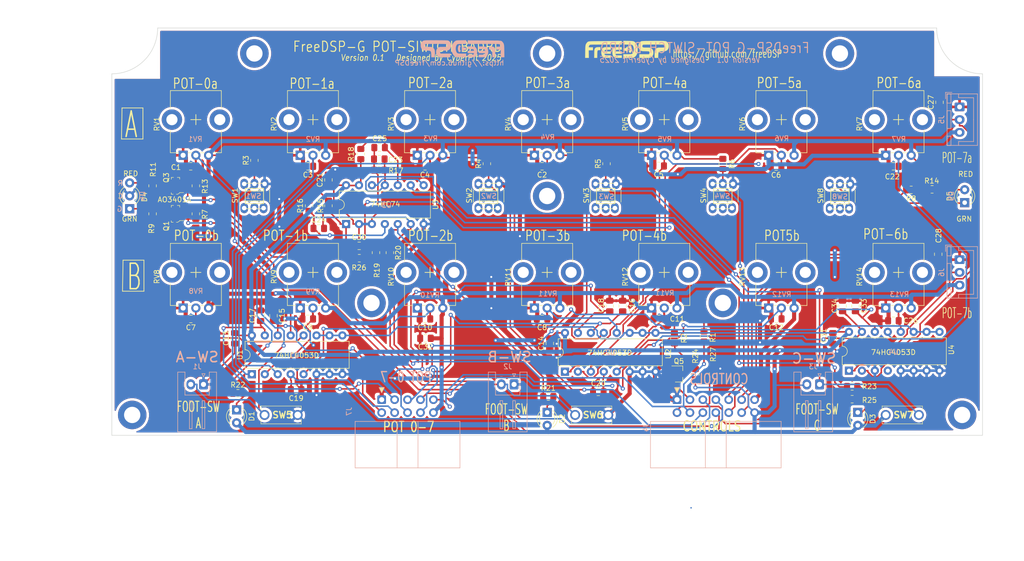
<source format=kicad_pcb>
(kicad_pcb (version 20171130) (host pcbnew "(5.1.9-0-10_14)")
  (title_block (title "FreeDSP-G POT-SWITCH BOARD SCHEMATIC") (date 2025-02-01) (rev 0.1) (company "Designed by CyberPit"))
  (layers (0 F.Cu signal) (31 B.Cu signal) (34 B.Paste user) (35 F.Paste user) (36 B.SilkS user) (37 F.SilkS user) (38 B.Mask user) (39 F.Mask user) (44 Edge.Cuts user))
  (net 0 "")
  (net 1 GND)
  (net 2 "Net-(C1-Pad1)")
  (net 3 "Net-(C2-Pad1)")
  (net 4 "Net-(C3-Pad1)")
  (net 5 "Net-(C4-Pad1)")
  (net 6 "Net-(C5-Pad1)")
  (net 7 "Net-(C6-Pad1)")
  (net 8 "Net-(C7-Pad1)")
  (net 9 "Net-(C8-Pad1)")
  (net 10 "Net-(C9-Pad1)")
  (net 11 "Net-(C10-Pad1)")
  (net 12 "Net-(C11-Pad1)")
  (net 13 "Net-(C12-Pad1)")
  (net 14 GNDD)
  (net 15 POT_0)
  (net 16 POT_3)
  (net 17 POT_1)
  (net 18 POT_4)
  (net 19 POT_2)
  (net 20 POT_5)
  (net 21 "Net-(C22-Pad1)")
  (net 22 FOOTSW_C)
  (net 23 FOOTSW_A)
  (net 24 "Net-(C25-Pad1)")
  (net 25 "Net-(C26-Pad1)")
  (net 26 "Net-(C27-Pad1)")
  (net 27 "Net-(C28-Pad1)")
  (net 28 CH_SEL)
  (net 29 POT_SW)
  (net 30 +3V3)
  (net 31 POT_6)
  (net 32 POT_7)
  (net 33 +5V)
  (net 34 FOOTLED_A)
  (net 35 FOOTLED_C)
  (net 36 FOOTLED_B)
  (net 37 "Net-(D4-Pad3)")
  (net 38 "Net-(D4-Pad1)")
  (net 39 FOOTSW_B)
  (net 40 /PSW_4)
  (net 41 /PSW_2)
  (net 42 /~ON_GRN)
  (net 43 /PSW_3)
  (net 44 /PSW_1)
  (net 45 /~ON_RED)
  (net 46 /~ON_OVF)
  (net 47 "Net-(Q1-Pad3)")
  (net 48 "Net-(Q3-Pad3)")
  (net 49 POT_SEL)
  (net 50 "Net-(R19-Pad1)")
  (net 51 "Net-(R20-Pad1)")
  (net 52 "Net-(U3-Pad12)")
  (net 53 "Net-(U4-Pad4)")
  (net 54 "Net-(SW1-Pad4)")
  (net 55 "Net-(SW1-Pad3)")
  (net 56 "Net-(SW1-Pad2)")
  (net 57 "Net-(SW1-Pad1)")
  (net 58 "Net-(SW2-Pad4)")
  (net 59 "Net-(SW2-Pad3)")
  (net 60 "Net-(SW2-Pad2)")
  (net 61 "Net-(SW2-Pad1)")
  (net 62 "Net-(SW3-Pad4)")
  (net 63 "Net-(SW3-Pad3)")
  (net 64 "Net-(SW3-Pad2)")
  (net 65 "Net-(SW3-Pad1)")
  (net 66 "Net-(SW4-Pad4)")
  (net 67 "Net-(SW4-Pad3)")
  (net 68 "Net-(SW4-Pad2)")
  (net 69 "Net-(SW4-Pad1)")
  (net 70 EFF_OFF)
  (net 71 "Net-(Q5-Pad3)")
  (net 72 "Net-(R23-Pad1)")
  (net 73 /SEL_~A~B)
  (net 74 "Net-(D5-Pad2)")
  (net 75 /PSW_5)
  (net 76 "Net-(SW8-Pad4)")
  (net 77 "Net-(SW8-Pad3)")
  (net 78 "Net-(SW8-Pad2)")
  (net 79 "Net-(SW8-Pad1)")
  (module LogoLibrary:FreeDSP_SmalW18 (layer B.Cu) (at 128.961 54.054 180)
    (fp_text reference G*** hide)
    (fp_text value LOGO hide)
  )
  (module LogoLibrary:FreeDSP_SmalW18 (layer F.Cu) (at 161.092 54.181)
    (fp_text reference G*** hide)
    (fp_text value LOGO hide)
  )
  (module Connector_JST:JST_XH_B3B-XH-A_1x03_P2.50mm_Vertical (layer B.Cu) (at 226.5 95.5 270)
    (fp_text reference J6 (at 2.5 3.55 90) (layer B.SilkS) (effects (justify mirror)))
    (fp_text value NOP)
    (pad 3 thru_hole oval (at 5 0 270) (size 1.7 1.95) (drill 0.95) (layers *.Cu *.Mask) (net 30 +3V3))
    (pad 2 thru_hole oval (at 2.5 0 270) (size 1.7 1.95) (drill 0.95) (layers *.Cu *.Mask) (net 27 "Net-(C28-Pad1)"))
    (pad 1 thru_hole roundrect (at 0 0 270) (size 1.7 1.95) (drill 0.95) (layers *.Cu *.Mask) (roundrect_rratio 0.1470588235294118) (net 1 GND))
  )
  (module Connector_JST:JST_XH_B3B-XH-A_1x03_P2.50mm_Vertical (layer B.Cu) (at 226.5 65.5 270)
    (fp_text reference J5 (at 2.5 3.55 90) (layer B.SilkS) (effects (justify mirror)))
    (fp_text value NOP)
    (pad 3 thru_hole oval (at 5 0 270) (size 1.7 1.95) (drill 0.95) (layers *.Cu *.Mask) (net 30 +3V3))
    (pad 2 thru_hole oval (at 2.5 0 270) (size 1.7 1.95) (drill 0.95) (layers *.Cu *.Mask) (net 26 "Net-(C27-Pad1)"))
    (pad 1 thru_hole roundrect (at 0 0 270) (size 1.7 1.95) (drill 0.95) (layers *.Cu *.Mask) (roundrect_rratio 0.1470588235294118) (net 1 GND))
  )
  (module Capacitor_SMD:C_0805_2012Metric_Pad1.18x1.45mm_HandSolder (layer F.Cu) (at 190.4625 77.2 180)
    (fp_text reference C6 (at 0 -1.68) (layer F.SilkS))
    (fp_text value 0.1uF)
    (pad 2 smd roundrect (at 1.0375 0 180) (size 1.175 1.45) (layers F.Cu F.Paste F.Mask) (roundrect_rratio 0.2127659574468085) (net 1 GND))
    (pad 1 smd roundrect (at -1.0375 0 180) (size 1.175 1.45) (layers F.Cu F.Paste F.Mask) (roundrect_rratio 0.2127659574468085) (net 7 "Net-(C6-Pad1)"))
  )
  (module Myfootprints:PUSHSW_DPDT_6-7mm (layer F.Cu) (at 203 83.05)
    (fp_text reference SW8 (at -3.8 -0.1 90) (layer F.SilkS))
    (fp_text value PUSH-SWITCH-2mm-DPDT)
    (pad 6 thru_hole oval (at 2 -2.375 90) (size 2 1.5) (drill 0.9) (layers *.Cu *.Mask) (net 14 GNDD))
    (pad 4 thru_hole oval (at -2 -2.375 90) (size 2 1.5) (drill 0.9) (layers *.Cu *.Mask) (net 76 "Net-(SW8-Pad4)"))
    (pad 5 thru_hole oval (at 0 -2.375 90) (size 2 1.5) (drill 0.9) (layers *.Cu *.Mask) (net 75 /PSW_5))
    (pad 3 thru_hole oval (at 1.8 2.375 90) (size 2 1.5) (drill 0.9) (layers *.Cu *.Mask) (net 77 "Net-(SW8-Pad3)"))
    (pad 2 thru_hole oval (at 0 2.375 90) (size 2 1.5) (drill 0.9) (layers *.Cu *.Mask) (net 78 "Net-(SW8-Pad2)"))
    (pad 1 thru_hole oval (at -2 2.375 90) (size 2 1.5) (drill 0.9) (layers *.Cu *.Mask) (net 79 "Net-(SW8-Pad1)"))
  )
  (module Resistor_SMD:R_0805_2012Metric_Pad1.20x1.40mm_HandSolder (layer F.Cu) (at 217 81.8)
    (fp_text reference R8 (at 0 1.7) (layer F.SilkS))
    (fp_text value 10k)
    (pad 2 smd roundrect (at 1 0) (size 1.2 1.4) (layers F.Cu F.Paste F.Mask) (roundrect_rratio 0.2083325) (net 30 +3V3))
    (pad 1 smd roundrect (at -1 0) (size 1.2 1.4) (layers F.Cu F.Paste F.Mask) (roundrect_rratio 0.2083325) (net 75 /PSW_5))
  )
  (module LED_THT:LED_D3.0mm (layer F.Cu) (at 227.5 84.3 90)
    (fp_text reference D5 (at 1.27 -2.96 90) (layer F.SilkS))
    (fp_text value LED_RED)
    (pad 2 thru_hole circle (at 2.54 0 90) (size 1.8 1.8) (drill 0.9) (layers *.Cu *.Mask) (net 74 "Net-(D5-Pad2)"))
    (pad 1 thru_hole rect (at 0 0 90) (size 1.8 1.8) (drill 0.9) (layers *.Cu *.Mask) (net 46 /~ON_OVF))
  )
  (module Resistor_SMD:R_0805_2012Metric_Pad1.20x1.40mm_HandSolder (layer F.Cu) (at 178.11 117.935 90)
    (fp_text reference R27 (at 3.81 0 90) (layer F.SilkS))
    (fp_text value 3.9k)
    (pad 2 smd roundrect (at 1 0 90) (size 1.2 1.4) (layers F.Cu F.Paste F.Mask) (roundrect_rratio 0.2083325) (net 14 GNDD))
    (pad 1 smd roundrect (at -1 0 90) (size 1.2 1.4) (layers F.Cu F.Paste F.Mask) (roundrect_rratio 0.2083325) (net 70 EFF_OFF))
  )
  (module Resistor_SMD:R_0805_2012Metric_Pad1.20x1.40mm_HandSolder (layer F.Cu) (at 108.6029 95.21216)
    (fp_text reference R26 (at -0.05588 1.85928) (layer F.SilkS))
    (fp_text value 3.9k)
    (pad 2 smd roundrect (at 1 0) (size 1.2 1.4) (layers F.Cu F.Paste F.Mask) (roundrect_rratio 0.2083325) (net 28 CH_SEL))
    (pad 1 smd roundrect (at -1 0) (size 1.2 1.4) (layers F.Cu F.Paste F.Mask) (roundrect_rratio 0.2083325) (net 14 GNDD))
  )
  (module Resistor_SMD:R_0805_2012Metric_Pad1.20x1.40mm_HandSolder (layer F.Cu) (at 205.4 122.9 180)
    (fp_text reference R25 (at -3.4 -0.2) (layer F.SilkS))
    (fp_text value 2.2k)
    (pad 2 smd roundrect (at 1 0 180) (size 1.2 1.4) (layers F.Cu F.Paste F.Mask) (roundrect_rratio 0.2083325) (net 70 EFF_OFF))
    (pad 1 smd roundrect (at -1 0 180) (size 1.2 1.4) (layers F.Cu F.Paste F.Mask) (roundrect_rratio 0.2083325) (net 72 "Net-(R23-Pad1)"))
  )
  (module Resistor_SMD:R_0805_2012Metric_Pad1.20x1.40mm_HandSolder (layer F.Cu) (at 174.6048 117.98326 90)
    (fp_text reference R24 (at 3.5179 0.0127 90) (layer F.SilkS))
    (fp_text value 10k)
    (pad 2 smd roundrect (at 1 0 90) (size 1.2 1.4) (layers F.Cu F.Paste F.Mask) (roundrect_rratio 0.2083325) (net 71 "Net-(Q5-Pad3)"))
    (pad 1 smd roundrect (at -1 0 90) (size 1.2 1.4) (layers F.Cu F.Paste F.Mask) (roundrect_rratio 0.2083325) (net 33 +5V))
  )
  (module Package_TO_SOT_SMD:SOT-23 (layer F.Cu) (at 171.37138 117.95278)
    (fp_text reference Q5 (at 0 -2.5) (layer F.SilkS))
    (fp_text value AO3400A)
    (pad 3 smd rect (at 1 0) (size 0.9 0.8) (layers F.Cu F.Paste F.Mask) (net 71 "Net-(Q5-Pad3)"))
    (pad 2 smd rect (at -1 0.95) (size 0.9 0.8) (layers F.Cu F.Paste F.Mask) (net 14 GNDD))
    (pad 1 smd rect (at -1 -0.95) (size 0.9 0.8) (layers F.Cu F.Paste F.Mask) (net 73 /SEL_~A~B))
  )
  (module Capacitor_SMD:C_0805_2012Metric_Pad1.18x1.45mm_HandSolder (layer F.Cu) (at 203.51 104.6 270)
    (fp_text reference C34 (at 0 1.51 90) (layer F.SilkS))
    (fp_text value 0.01uF)
    (pad 2 smd roundrect (at 1.0375 0 270) (size 1.175 1.45) (layers F.Cu F.Paste F.Mask) (roundrect_rratio 0.2127659574468085) (net 32 POT_7))
    (pad 1 smd roundrect (at -1.0375 0 270) (size 1.175 1.45) (layers F.Cu F.Paste F.Mask) (roundrect_rratio 0.2127659574468085) (net 1 GND))
  )
  (module Capacitor_SMD:C_0805_2012Metric_Pad1.18x1.45mm_HandSolder (layer F.Cu) (at 206.05 104.6 270)
    (fp_text reference C33 (at 0 -1.68 90) (layer F.SilkS))
    (fp_text value 0.01uF)
    (pad 2 smd roundrect (at 1.0375 0 270) (size 1.175 1.45) (layers F.Cu F.Paste F.Mask) (roundrect_rratio 0.2127659574468085) (net 31 POT_6))
    (pad 1 smd roundrect (at -1.0375 0 270) (size 1.175 1.45) (layers F.Cu F.Paste F.Mask) (roundrect_rratio 0.2127659574468085) (net 1 GND))
  )
  (module Capacitor_SMD:C_0805_2012Metric_Pad1.18x1.45mm_HandSolder (layer F.Cu) (at 121.595 110.95 180)
    (fp_text reference C32 (at 0 -1.68) (layer F.SilkS))
    (fp_text value 10uF)
    (pad 2 smd roundrect (at 1.0375 0 180) (size 1.175 1.45) (layers F.Cu F.Paste F.Mask) (roundrect_rratio 0.2127659574468085) (net 1 GND))
    (pad 1 smd roundrect (at -1.0375 0 180) (size 1.175 1.45) (layers F.Cu F.Paste F.Mask) (roundrect_rratio 0.2127659574468085) (net 30 +3V3))
  )
  (module Capacitor_SMD:C_0805_2012Metric_Pad1.18x1.45mm_HandSolder (layer F.Cu) (at 201.605 110.95 90)
    (fp_text reference C31 (at 0.55 -1.805 90) (layer F.SilkS))
    (fp_text value 0.1uF)
    (pad 2 smd roundrect (at 1.0375 0 90) (size 1.175 1.45) (layers F.Cu F.Paste F.Mask) (roundrect_rratio 0.2127659574468085) (net 33 +5V))
    (pad 1 smd roundrect (at -1.0375 0 90) (size 1.175 1.45) (layers F.Cu F.Paste F.Mask) (roundrect_rratio 0.2127659574468085) (net 14 GNDD))
  )
  (module Capacitor_SMD:C_0805_2012Metric_Pad1.18x1.45mm_HandSolder (layer F.Cu) (at 108.578 92.789)
    (fp_text reference C30 (at 0 -1.68) (layer F.SilkS))
    (fp_text value 0.1uF)
    (pad 2 smd roundrect (at 1.0375 0) (size 1.175 1.45) (layers F.Cu F.Paste F.Mask) (roundrect_rratio 0.2127659574468085) (net 29 POT_SW))
    (pad 1 smd roundrect (at -1.0375 0) (size 1.175 1.45) (layers F.Cu F.Paste F.Mask) (roundrect_rratio 0.2127659574468085) (net 14 GNDD))
  )
  (module Capacitor_SMD:C_0805_2012Metric_Pad1.18x1.45mm_HandSolder (layer F.Cu) (at 222.306 94.44 90)
    (fp_text reference C28 (at 3.64 0.075 90) (layer F.SilkS))
    (fp_text value 0.1uF)
    (pad 2 smd roundrect (at 1.0375 0 90) (size 1.175 1.45) (layers F.Cu F.Paste F.Mask) (roundrect_rratio 0.2127659574468085) (net 1 GND))
    (pad 1 smd roundrect (at -1.0375 0 90) (size 1.175 1.45) (layers F.Cu F.Paste F.Mask) (roundrect_rratio 0.2127659574468085) (net 27 "Net-(C28-Pad1)"))
  )
  (module Capacitor_SMD:C_0805_2012Metric_Pad1.18x1.45mm_HandSolder (layer F.Cu) (at 222.56 64.595 90)
    (fp_text reference C27 (at 0 -1.68 90) (layer F.SilkS))
    (fp_text value 0.1uF)
    (pad 2 smd roundrect (at 1.0375 0 90) (size 1.175 1.45) (layers F.Cu F.Paste F.Mask) (roundrect_rratio 0.2127659574468085) (net 1 GND))
    (pad 1 smd roundrect (at -1.0375 0 90) (size 1.175 1.45) (layers F.Cu F.Paste F.Mask) (roundrect_rratio 0.2127659574468085) (net 26 "Net-(C27-Pad1)"))
  )
  (module Capacitor_SMD:C_0805_2012Metric_Pad1.18x1.45mm_HandSolder (layer F.Cu) (at 213.5 107.5 180)
    (fp_text reference C26 (at -3.4 0) (layer F.SilkS))
    (fp_text value 0.1uF)
    (pad 2 smd roundrect (at 1.0375 0 180) (size 1.175 1.45) (layers F.Cu F.Paste F.Mask) (roundrect_rratio 0.2127659574468085) (net 1 GND))
    (pad 1 smd roundrect (at -1.0375 0 180) (size 1.175 1.45) (layers F.Cu F.Paste F.Mask) (roundrect_rratio 0.2127659574468085) (net 25 "Net-(C26-Pad1)"))
  )
  (module Capacitor_SMD:C_0805_2012Metric_Pad1.18x1.45mm_HandSolder (layer F.Cu) (at 112.5907 73.485 180)
    (fp_text reference C25 (at -0.0093 1.785) (layer F.SilkS))
    (fp_text value 0.1uF)
    (pad 2 smd roundrect (at 1.0375 0 180) (size 1.175 1.45) (layers F.Cu F.Paste F.Mask) (roundrect_rratio 0.2127659574468085) (net 14 GNDD))
    (pad 1 smd roundrect (at -1.0375 0 180) (size 1.175 1.45) (layers F.Cu F.Paste F.Mask) (roundrect_rratio 0.2127659574468085) (net 24 "Net-(C25-Pad1)"))
  )
  (module Capacitor_SMD:C_0805_2012Metric_Pad1.18x1.45mm_HandSolder (layer F.Cu) (at 100.64 89.36)
    (fp_text reference C24 (at 0 -1.68) (layer F.SilkS))
    (fp_text value 0.1uF)
    (pad 2 smd roundrect (at 1.0375 0) (size 1.175 1.45) (layers F.Cu F.Paste F.Mask) (roundrect_rratio 0.2127659574468085) (net 14 GNDD))
    (pad 1 smd roundrect (at -1.0375 0) (size 1.175 1.45) (layers F.Cu F.Paste F.Mask) (roundrect_rratio 0.2127659574468085) (net 23 FOOTSW_A))
  )
  (module Capacitor_SMD:C_0805_2012Metric_Pad1.18x1.45mm_HandSolder (layer F.Cu) (at 112.52974 75.74052 180)
    (fp_text reference C23 (at -3.17026 -0.15948) (layer F.SilkS))
    (fp_text value 0.1uF)
    (pad 2 smd roundrect (at 1.0375 0 180) (size 1.175 1.45) (layers F.Cu F.Paste F.Mask) (roundrect_rratio 0.2127659574468085) (net 14 GNDD))
    (pad 1 smd roundrect (at -1.0375 0 180) (size 1.175 1.45) (layers F.Cu F.Paste F.Mask) (roundrect_rratio 0.2127659574468085) (net 22 FOOTSW_C))
  )
  (module Capacitor_SMD:C_0805_2012Metric_Pad1.18x1.45mm_HandSolder (layer F.Cu) (at 213.5 77.168 180)
    (fp_text reference C22 (at 0.211 -2.032) (layer F.SilkS))
    (fp_text value 0.1uF)
    (pad 2 smd roundrect (at 1.0375 0 180) (size 1.175 1.45) (layers F.Cu F.Paste F.Mask) (roundrect_rratio 0.2127659574468085) (net 1 GND))
    (pad 1 smd roundrect (at -1.0375 0 180) (size 1.175 1.45) (layers F.Cu F.Paste F.Mask) (roundrect_rratio 0.2127659574468085) (net 21 "Net-(C22-Pad1)"))
  )
  (module Capacitor_SMD:C_0805_2012Metric_Pad1.18x1.45mm_HandSolder (layer F.Cu) (at 102.545 79.835 90)
    (fp_text reference C21 (at 0 -1.68 90) (layer F.SilkS))
    (fp_text value 0.1uF)
    (pad 2 smd roundrect (at 1.0375 0 90) (size 1.175 1.45) (layers F.Cu F.Paste F.Mask) (roundrect_rratio 0.2127659574468085) (net 33 +5V))
    (pad 1 smd roundrect (at -1.0375 0 90) (size 1.175 1.45) (layers F.Cu F.Paste F.Mask) (roundrect_rratio 0.2127659574468085) (net 14 GNDD))
  )
  (module Capacitor_SMD:C_0805_2012Metric_Pad1.18x1.45mm_HandSolder (layer F.Cu) (at 155.545 121.475)
    (fp_text reference C20 (at 0 -1.68) (layer F.SilkS))
    (fp_text value 0.01uF)
    (pad 2 smd roundrect (at 1.0375 0) (size 1.175 1.45) (layers F.Cu F.Paste F.Mask) (roundrect_rratio 0.2127659574468085) (net 20 POT_5))
    (pad 1 smd roundrect (at -1.0375 0) (size 1.175 1.45) (layers F.Cu F.Paste F.Mask) (roundrect_rratio 0.2127659574468085) (net 1 GND))
  )
  (module Capacitor_SMD:C_0805_2012Metric_Pad1.18x1.45mm_HandSolder (layer F.Cu) (at 96.195 121.05 180)
    (fp_text reference C19 (at 0 -1.68) (layer F.SilkS))
    (fp_text value 0.01uF)
    (pad 2 smd roundrect (at 1.0375 0 180) (size 1.175 1.45) (layers F.Cu F.Paste F.Mask) (roundrect_rratio 0.2127659574468085) (net 19 POT_2))
    (pad 1 smd roundrect (at -1.0375 0 180) (size 1.175 1.45) (layers F.Cu F.Paste F.Mask) (roundrect_rratio 0.2127659574468085) (net 1 GND))
  )
  (module Capacitor_SMD:C_0805_2012Metric_Pad1.18x1.45mm_HandSolder (layer F.Cu) (at 157.79 104.6 270)
    (fp_text reference C18 (at -0.1 1.69 90) (layer F.SilkS))
    (fp_text value 0.01uF)
    (pad 2 smd roundrect (at 1.0375 0 270) (size 1.175 1.45) (layers F.Cu F.Paste F.Mask) (roundrect_rratio 0.2127659574468085) (net 18 POT_4))
    (pad 1 smd roundrect (at -1.0375 0 270) (size 1.175 1.45) (layers F.Cu F.Paste F.Mask) (roundrect_rratio 0.2127659574468085) (net 1 GND))
  )
  (module Capacitor_SMD:C_0805_2012Metric_Pad1.18x1.45mm_HandSolder (layer F.Cu) (at 89.21 106.505 270)
    (fp_text reference C17 (at -0.005 1.61 90) (layer F.SilkS))
    (fp_text value 0.01uF)
    (pad 2 smd roundrect (at 1.0375 0 270) (size 1.175 1.45) (layers F.Cu F.Paste F.Mask) (roundrect_rratio 0.2127659574468085) (net 17 POT_1))
    (pad 1 smd roundrect (at -1.0375 0 270) (size 1.175 1.45) (layers F.Cu F.Paste F.Mask) (roundrect_rratio 0.2127659574468085) (net 1 GND))
  )
  (module Capacitor_SMD:C_0805_2012Metric_Pad1.18x1.45mm_HandSolder (layer F.Cu) (at 160.33 104.6 270)
    (fp_text reference C16 (at -0.1 -1.87 90) (layer F.SilkS))
    (fp_text value 0.01uF)
    (pad 2 smd roundrect (at 1.0375 0 270) (size 1.175 1.45) (layers F.Cu F.Paste F.Mask) (roundrect_rratio 0.2127659574468085) (net 16 POT_3))
    (pad 1 smd roundrect (at -1.0375 0 270) (size 1.175 1.45) (layers F.Cu F.Paste F.Mask) (roundrect_rratio 0.2127659574468085) (net 1 GND))
  )
  (module Capacitor_SMD:C_0805_2012Metric_Pad1.18x1.45mm_HandSolder (layer F.Cu) (at 91.75 106.505 270)
    (fp_text reference C15 (at 0 -1.68 90) (layer F.SilkS))
    (fp_text value 0.01uF)
    (pad 2 smd roundrect (at 1.0375 0 270) (size 1.175 1.45) (layers F.Cu F.Paste F.Mask) (roundrect_rratio 0.2127659574468085) (net 15 POT_0))
    (pad 1 smd roundrect (at -1.0375 0 270) (size 1.175 1.45) (layers F.Cu F.Paste F.Mask) (roundrect_rratio 0.2127659574468085) (net 1 GND))
  )
  (module Capacitor_SMD:C_0805_2012Metric_Pad1.18x1.45mm_HandSolder (layer F.Cu) (at 146.02 111.95 90)
    (fp_text reference C14 (at 0 -1.68 90) (layer F.SilkS))
    (fp_text value 0.1uF)
    (pad 2 smd roundrect (at 1.0375 0 90) (size 1.175 1.45) (layers F.Cu F.Paste F.Mask) (roundrect_rratio 0.2127659574468085) (net 33 +5V))
    (pad 1 smd roundrect (at -1.0375 0 90) (size 1.175 1.45) (layers F.Cu F.Paste F.Mask) (roundrect_rratio 0.2127659574468085) (net 14 GNDD))
  )
  (module Capacitor_SMD:C_0805_2012Metric_Pad1.18x1.45mm_HandSolder (layer F.Cu) (at 84.13 110.95 90)
    (fp_text reference C13 (at 0 -1.68 90) (layer F.SilkS))
    (fp_text value 0.1uF)
    (pad 2 smd roundrect (at 1.0375 0 90) (size 1.175 1.45) (layers F.Cu F.Paste F.Mask) (roundrect_rratio 0.2127659574468085) (net 33 +5V))
    (pad 1 smd roundrect (at -1.0375 0 90) (size 1.175 1.45) (layers F.Cu F.Paste F.Mask) (roundrect_rratio 0.2127659574468085) (net 14 GNDD))
  )
  (module Capacitor_SMD:C_0805_2012Metric_Pad1.18x1.45mm_HandSolder (layer F.Cu) (at 190.5 107.14 180)
    (fp_text reference C12 (at 0 -1.68) (layer F.SilkS))
    (fp_text value 0.1uF)
    (pad 2 smd roundrect (at 1.0375 0 180) (size 1.175 1.45) (layers F.Cu F.Paste F.Mask) (roundrect_rratio 0.2127659574468085) (net 1 GND))
    (pad 1 smd roundrect (at -1.0375 0 180) (size 1.175 1.45) (layers F.Cu F.Paste F.Mask) (roundrect_rratio 0.2127659574468085) (net 13 "Net-(C12-Pad1)"))
  )
  (module Capacitor_SMD:C_0805_2012Metric_Pad1.18x1.45mm_HandSolder (layer F.Cu) (at 167.442 107.14 180)
    (fp_text reference C11 (at -3.6 0) (layer F.SilkS))
    (fp_text value 0.1uF)
    (pad 2 smd roundrect (at 1.0375 0 180) (size 1.175 1.45) (layers F.Cu F.Paste F.Mask) (roundrect_rratio 0.2127659574468085) (net 1 GND))
    (pad 1 smd roundrect (at -1.0375 0 180) (size 1.175 1.45) (layers F.Cu F.Paste F.Mask) (roundrect_rratio 0.2127659574468085) (net 12 "Net-(C11-Pad1)"))
  )
  (module Capacitor_SMD:C_0805_2012Metric_Pad1.18x1.45mm_HandSolder (layer F.Cu) (at 121.5 107.14 180)
    (fp_text reference C10 (at 0 -1.68) (layer F.SilkS))
    (fp_text value 0.1uF)
    (pad 2 smd roundrect (at 1.0375 0 180) (size 1.175 1.45) (layers F.Cu F.Paste F.Mask) (roundrect_rratio 0.2127659574468085) (net 1 GND))
    (pad 1 smd roundrect (at -1.0375 0 180) (size 1.175 1.45) (layers F.Cu F.Paste F.Mask) (roundrect_rratio 0.2127659574468085) (net 11 "Net-(C10-Pad1)"))
  )
  (module Capacitor_SMD:C_0805_2012Metric_Pad1.18x1.45mm_HandSolder (layer F.Cu) (at 98.481 107.14 180)
    (fp_text reference C9 (at 0 -1.68) (layer F.SilkS))
    (fp_text value 0.1uF)
    (pad 2 smd roundrect (at 1.0375 0 180) (size 1.175 1.45) (layers F.Cu F.Paste F.Mask) (roundrect_rratio 0.2127659574468085) (net 1 GND))
    (pad 1 smd roundrect (at -1.0375 0 180) (size 1.175 1.45) (layers F.Cu F.Paste F.Mask) (roundrect_rratio 0.2127659574468085) (net 10 "Net-(C9-Pad1)"))
  )
  (module Capacitor_SMD:C_0805_2012Metric_Pad1.18x1.45mm_HandSolder (layer F.Cu) (at 144.5 107.14 180)
    (fp_text reference C8 (at 0 -1.68) (layer F.SilkS))
    (fp_text value 0.1uF)
    (pad 2 smd roundrect (at 1.0375 0 180) (size 1.175 1.45) (layers F.Cu F.Paste F.Mask) (roundrect_rratio 0.2127659574468085) (net 1 GND))
    (pad 1 smd roundrect (at -1.0375 0 180) (size 1.175 1.45) (layers F.Cu F.Paste F.Mask) (roundrect_rratio 0.2127659574468085) (net 9 "Net-(C8-Pad1)"))
  )
  (module Capacitor_SMD:C_0805_2012Metric_Pad1.18x1.45mm_HandSolder (layer F.Cu) (at 75.5143 107.153 180)
    (fp_text reference C7 (at 0 -1.68) (layer F.SilkS))
    (fp_text value 0.1uF)
    (pad 2 smd roundrect (at 1.0375 0 180) (size 1.175 1.45) (layers F.Cu F.Paste F.Mask) (roundrect_rratio 0.2127659574468085) (net 1 GND))
    (pad 1 smd roundrect (at -1.0375 0 180) (size 1.175 1.45) (layers F.Cu F.Paste F.Mask) (roundrect_rratio 0.2127659574468085) (net 8 "Net-(C7-Pad1)"))
  )
  (module Capacitor_SMD:C_0805_2012Metric_Pad1.18x1.45mm_HandSolder (layer F.Cu) (at 167.4 77.1 180)
    (fp_text reference C5 (at 0 -1.68) (layer F.SilkS))
    (fp_text value 0.1uF)
    (pad 2 smd roundrect (at 1.0375 0 180) (size 1.175 1.45) (layers F.Cu F.Paste F.Mask) (roundrect_rratio 0.2127659574468085) (net 1 GND))
    (pad 1 smd roundrect (at -1.0375 0 180) (size 1.175 1.45) (layers F.Cu F.Paste F.Mask) (roundrect_rratio 0.2127659574468085) (net 6 "Net-(C5-Pad1)"))
  )
  (module Capacitor_SMD:C_0805_2012Metric_Pad1.18x1.45mm_HandSolder (layer F.Cu) (at 121.5 77.168 180)
    (fp_text reference C4 (at 0 -1.68) (layer F.SilkS))
    (fp_text value 0.1uF)
    (pad 2 smd roundrect (at 1.0375 0 180) (size 1.175 1.45) (layers F.Cu F.Paste F.Mask) (roundrect_rratio 0.2127659574468085) (net 1 GND))
    (pad 1 smd roundrect (at -1.0375 0 180) (size 1.175 1.45) (layers F.Cu F.Paste F.Mask) (roundrect_rratio 0.2127659574468085) (net 5 "Net-(C4-Pad1)"))
  )
  (module Capacitor_SMD:C_0805_2012Metric_Pad1.18x1.45mm_HandSolder (layer F.Cu) (at 98.5 77.168 180)
    (fp_text reference C3 (at 0 -1.68) (layer F.SilkS))
    (fp_text value 0.1uF)
    (pad 2 smd roundrect (at 1.0375 0 180) (size 1.175 1.45) (layers F.Cu F.Paste F.Mask) (roundrect_rratio 0.2127659574468085) (net 1 GND))
    (pad 1 smd roundrect (at -1.0375 0 180) (size 1.175 1.45) (layers F.Cu F.Paste F.Mask) (roundrect_rratio 0.2127659574468085) (net 4 "Net-(C3-Pad1)"))
  )
  (module Capacitor_SMD:C_0805_2012Metric_Pad1.18x1.45mm_HandSolder (layer F.Cu) (at 144.5 77.168 180)
    (fp_text reference C2 (at 0 -1.68) (layer F.SilkS))
    (fp_text value 0.1uF)
    (pad 2 smd roundrect (at 1.0375 0 180) (size 1.175 1.45) (layers F.Cu F.Paste F.Mask) (roundrect_rratio 0.2127659574468085) (net 1 GND))
    (pad 1 smd roundrect (at -1.0375 0 180) (size 1.175 1.45) (layers F.Cu F.Paste F.Mask) (roundrect_rratio 0.2127659574468085) (net 3 "Net-(C2-Pad1)"))
  )
  (module Capacitor_SMD:C_0805_2012Metric_Pad1.18x1.45mm_HandSolder (layer F.Cu) (at 75.494 77.168 180)
    (fp_text reference C1 (at 2.9 -0.2) (layer F.SilkS))
    (fp_text value 0.1uF)
    (pad 2 smd roundrect (at 1.0375 0 180) (size 1.175 1.45) (layers F.Cu F.Paste F.Mask) (roundrect_rratio 0.2127659574468085) (net 1 GND))
    (pad 1 smd roundrect (at -1.0375 0 180) (size 1.175 1.45) (layers F.Cu F.Paste F.Mask) (roundrect_rratio 0.2127659574468085) (net 2 "Net-(C1-Pad1)"))
  )
  (module Package_DIP:DIP-14_W7.62mm (layer F.Cu) (at 106 88.5 90)
    (fp_text reference U3 (at 3.8 17.6 90) (layer F.SilkS))
    (fp_text value 74HC74 (at 3.9 7.7 180) (layer F.SilkS))
    (pad 14 thru_hole oval (at 7.62 0 90) (size 1.6 1.6) (drill 0.8) (layers *.Cu *.Mask) (net 33 +5V))
    (pad 7 thru_hole oval (at 0 15.24 90) (size 1.6 1.6) (drill 0.8) (layers *.Cu *.Mask) (net 14 GNDD))
    (pad 13 thru_hole oval (at 7.62 2.54 90) (size 1.6 1.6) (drill 0.8) (layers *.Cu *.Mask) (net 33 +5V))
    (pad 6 thru_hole oval (at 0 12.7 90) (size 1.6 1.6) (drill 0.8) (layers *.Cu *.Mask) (net 51 "Net-(R20-Pad1)"))
    (pad 12 thru_hole oval (at 7.62 5.08 90) (size 1.6 1.6) (drill 0.8) (layers *.Cu *.Mask) (net 52 "Net-(U3-Pad12)"))
    (pad 5 thru_hole oval (at 0 10.16 90) (size 1.6 1.6) (drill 0.8) (layers *.Cu *.Mask) (net 50 "Net-(R19-Pad1)"))
    (pad 11 thru_hole oval (at 7.62 7.62 90) (size 1.6 1.6) (drill 0.8) (layers *.Cu *.Mask) (net 22 FOOTSW_C))
    (pad 4 thru_hole oval (at 0 7.62 90) (size 1.6 1.6) (drill 0.8) (layers *.Cu *.Mask) (net 23 FOOTSW_A))
    (pad 10 thru_hole oval (at 7.62 10.16 90) (size 1.6 1.6) (drill 0.8) (layers *.Cu *.Mask) (net 24 "Net-(C25-Pad1)"))
    (pad 3 thru_hole oval (at 0 5.08 90) (size 1.6 1.6) (drill 0.8) (layers *.Cu *.Mask) (net 14 GNDD))
    (pad 9 thru_hole oval (at 7.62 12.7 90) (size 1.6 1.6) (drill 0.8) (layers *.Cu *.Mask) (net 72 "Net-(R23-Pad1)"))
    (pad 2 thru_hole oval (at 0 2.54 90) (size 1.6 1.6) (drill 0.8) (layers *.Cu *.Mask) (net 14 GNDD))
    (pad 8 thru_hole oval (at 7.62 15.24 90) (size 1.6 1.6) (drill 0.8) (layers *.Cu *.Mask) (net 52 "Net-(U3-Pad12)"))
    (pad 1 thru_hole rect (at 0 0 90) (size 1.6 1.6) (drill 0.8) (layers *.Cu *.Mask) (net 39 FOOTSW_B))
  )
  (module MountingHole:MountingHole_3.2mm_M3_DIN965_Pad_TopBottom (layer F.Cu) (at 145.5 83)
    (fp_text reference H8 hide)
    (fp_text value MountingHole)
    (pad 1 connect circle (at 0 0) (size 5.6 5.6) (layers B.Cu B.Mask))
    (pad 1 connect circle (at 0 0) (size 5.6 5.6) (layers F.Cu F.Mask))
    (pad 1 thru_hole circle (at 0 0) (size 3.6 3.6) (drill 3.2) (layers *.Cu *.Mask))
  )
  (module Myfootprints:Alps_RK09K113 (layer F.Cu) (at 214.5 98 90)
    (fp_text reference RV14 (at -0.85 -7.65 90) (layer F.SilkS))
    (fp_text value B10K)
    (pad "" thru_hole circle (at 0 4.7 90) (size 4 4) (drill 2.2) (layers *.Cu *.Mask))
    (pad "" thru_hole circle (at 0 -4.7 90) (size 4 4) (drill 2.2) (layers *.Cu *.Mask))
    (pad 3 thru_hole circle (at -7 2.5 90) (size 1.8 1.8) (drill 1) (layers *.Cu *.Mask) (net 30 +3V3))
    (pad 2 thru_hole circle (at -7 0 90) (size 1.8 1.8) (drill 1) (layers *.Cu *.Mask) (net 25 "Net-(C26-Pad1)"))
    (pad 1 thru_hole rect (at -7 -2.5 90) (size 1.8 1.8) (drill 1) (layers *.Cu *.Mask) (net 1 GND))
  )
  (module Myfootprints:Alps_RK09K113 (layer F.Cu) (at 191.5 98 90)
    (fp_text reference RV13 (at -0.85 -7.65 90) (layer F.SilkS))
    (fp_text value B10K)
    (pad "" thru_hole circle (at 0 4.7 90) (size 4 4) (drill 2.2) (layers *.Cu *.Mask))
    (pad "" thru_hole circle (at 0 -4.7 90) (size 4 4) (drill 2.2) (layers *.Cu *.Mask))
    (pad 3 thru_hole circle (at -7 2.5 90) (size 1.8 1.8) (drill 1) (layers *.Cu *.Mask) (net 30 +3V3))
    (pad 2 thru_hole circle (at -7 0 90) (size 1.8 1.8) (drill 1) (layers *.Cu *.Mask) (net 13 "Net-(C12-Pad1)"))
    (pad 1 thru_hole rect (at -7 -2.5 90) (size 1.8 1.8) (drill 1) (layers *.Cu *.Mask) (net 1 GND))
  )
  (module Myfootprints:Alps_RK09K113 (layer F.Cu) (at 168.5 98 90)
    (fp_text reference RV12 (at -0.85 -7.65 90) (layer F.SilkS))
    (fp_text value B10K)
    (pad "" thru_hole circle (at 0 4.7 90) (size 4 4) (drill 2.2) (layers *.Cu *.Mask))
    (pad "" thru_hole circle (at 0 -4.7 90) (size 4 4) (drill 2.2) (layers *.Cu *.Mask))
    (pad 3 thru_hole circle (at -7 2.5 90) (size 1.8 1.8) (drill 1) (layers *.Cu *.Mask) (net 30 +3V3))
    (pad 2 thru_hole circle (at -7 0 90) (size 1.8 1.8) (drill 1) (layers *.Cu *.Mask) (net 12 "Net-(C11-Pad1)"))
    (pad 1 thru_hole rect (at -7 -2.5 90) (size 1.8 1.8) (drill 1) (layers *.Cu *.Mask) (net 1 GND))
  )
  (module Myfootprints:Alps_RK09K113 (layer F.Cu) (at 145.5 98 90)
    (fp_text reference RV11 (at -0.85 -7.65 90) (layer F.SilkS))
    (fp_text value B10K)
    (pad "" thru_hole circle (at 0 4.7 90) (size 4 4) (drill 2.2) (layers *.Cu *.Mask))
    (pad "" thru_hole circle (at 0 -4.7 90) (size 4 4) (drill 2.2) (layers *.Cu *.Mask))
    (pad 3 thru_hole circle (at -7 2.5 90) (size 1.8 1.8) (drill 1) (layers *.Cu *.Mask) (net 30 +3V3))
    (pad 2 thru_hole circle (at -7 0 90) (size 1.8 1.8) (drill 1) (layers *.Cu *.Mask) (net 9 "Net-(C8-Pad1)"))
    (pad 1 thru_hole rect (at -7 -2.5 90) (size 1.8 1.8) (drill 1) (layers *.Cu *.Mask) (net 1 GND))
  )
  (module Myfootprints:Alps_RK09K113 (layer F.Cu) (at 122.5 98 90)
    (fp_text reference RV10 (at -0.85 -7.65 90) (layer F.SilkS))
    (fp_text value B10K)
    (pad "" thru_hole circle (at 0 4.7 90) (size 4 4) (drill 2.2) (layers *.Cu *.Mask))
    (pad "" thru_hole circle (at 0 -4.7 90) (size 4 4) (drill 2.2) (layers *.Cu *.Mask))
    (pad 3 thru_hole circle (at -7 2.5 90) (size 1.8 1.8) (drill 1) (layers *.Cu *.Mask) (net 30 +3V3))
    (pad 2 thru_hole circle (at -7 0 90) (size 1.8 1.8) (drill 1) (layers *.Cu *.Mask) (net 11 "Net-(C10-Pad1)"))
    (pad 1 thru_hole rect (at -7 -2.5 90) (size 1.8 1.8) (drill 1) (layers *.Cu *.Mask) (net 1 GND))
  )
  (module Myfootprints:Alps_RK09K113 (layer F.Cu) (at 99.5 98 90)
    (fp_text reference RV9 (at -0.85 -7.65 90) (layer F.SilkS))
    (fp_text value B10K)
    (pad "" thru_hole circle (at 0 4.7 90) (size 4 4) (drill 2.2) (layers *.Cu *.Mask))
    (pad "" thru_hole circle (at 0 -4.7 90) (size 4 4) (drill 2.2) (layers *.Cu *.Mask))
    (pad 3 thru_hole circle (at -7 2.5 90) (size 1.8 1.8) (drill 1) (layers *.Cu *.Mask) (net 30 +3V3))
    (pad 2 thru_hole circle (at -7 0 90) (size 1.8 1.8) (drill 1) (layers *.Cu *.Mask) (net 10 "Net-(C9-Pad1)"))
    (pad 1 thru_hole rect (at -7 -2.5 90) (size 1.8 1.8) (drill 1) (layers *.Cu *.Mask) (net 1 GND))
  )
  (module Myfootprints:Alps_RK09K113 (layer F.Cu) (at 76.5 98 90)
    (fp_text reference RV8 (at -0.85 -7.65 90) (layer F.SilkS))
    (fp_text value B10K)
    (pad "" thru_hole circle (at 0 4.7 90) (size 4 4) (drill 2.2) (layers *.Cu *.Mask))
    (pad "" thru_hole circle (at 0 -4.7 90) (size 4 4) (drill 2.2) (layers *.Cu *.Mask))
    (pad 3 thru_hole circle (at -7 2.5 90) (size 1.8 1.8) (drill 1) (layers *.Cu *.Mask) (net 30 +3V3))
    (pad 2 thru_hole circle (at -7 0 90) (size 1.8 1.8) (drill 1) (layers *.Cu *.Mask) (net 8 "Net-(C7-Pad1)"))
    (pad 1 thru_hole rect (at -7 -2.5 90) (size 1.8 1.8) (drill 1) (layers *.Cu *.Mask) (net 1 GND))
  )
  (module Myfootprints:Alps_RK09K113 (layer F.Cu) (at 214.5 68 90)
    (fp_text reference RV7 (at -0.85 -7.65 90) (layer F.SilkS))
    (fp_text value B10K)
    (pad "" thru_hole circle (at 0 4.7 90) (size 4 4) (drill 2.2) (layers *.Cu *.Mask))
    (pad "" thru_hole circle (at 0 -4.7 90) (size 4 4) (drill 2.2) (layers *.Cu *.Mask))
    (pad 3 thru_hole circle (at -7 2.5 90) (size 1.8 1.8) (drill 1) (layers *.Cu *.Mask) (net 30 +3V3))
    (pad 2 thru_hole circle (at -7 0 90) (size 1.8 1.8) (drill 1) (layers *.Cu *.Mask) (net 21 "Net-(C22-Pad1)"))
    (pad 1 thru_hole rect (at -7 -2.5 90) (size 1.8 1.8) (drill 1) (layers *.Cu *.Mask) (net 1 GND))
  )
  (module Myfootprints:Alps_RK09K113 (layer F.Cu) (at 191.5 68 90)
    (fp_text reference RV6 (at -0.85 -7.65 90) (layer F.SilkS))
    (fp_text value B10K)
    (pad "" thru_hole circle (at 0 4.7 90) (size 4 4) (drill 2.2) (layers *.Cu *.Mask))
    (pad "" thru_hole circle (at 0 -4.7 90) (size 4 4) (drill 2.2) (layers *.Cu *.Mask))
    (pad 3 thru_hole circle (at -7 2.5 90) (size 1.8 1.8) (drill 1) (layers *.Cu *.Mask) (net 30 +3V3))
    (pad 2 thru_hole circle (at -7 0 90) (size 1.8 1.8) (drill 1) (layers *.Cu *.Mask) (net 7 "Net-(C6-Pad1)"))
    (pad 1 thru_hole rect (at -7 -2.5 90) (size 1.8 1.8) (drill 1) (layers *.Cu *.Mask) (net 1 GND))
  )
  (module Myfootprints:Alps_RK09K113 (layer F.Cu) (at 168.5 68 90)
    (fp_text reference RV5 (at -0.85 -7.65 90) (layer F.SilkS))
    (fp_text value B10K)
    (pad "" thru_hole circle (at 0 4.7 90) (size 4 4) (drill 2.2) (layers *.Cu *.Mask))
    (pad "" thru_hole circle (at 0 -4.7 90) (size 4 4) (drill 2.2) (layers *.Cu *.Mask))
    (pad 3 thru_hole circle (at -7 2.5 90) (size 1.8 1.8) (drill 1) (layers *.Cu *.Mask) (net 30 +3V3))
    (pad 2 thru_hole circle (at -7 0 90) (size 1.8 1.8) (drill 1) (layers *.Cu *.Mask) (net 6 "Net-(C5-Pad1)"))
    (pad 1 thru_hole rect (at -7 -2.5 90) (size 1.8 1.8) (drill 1) (layers *.Cu *.Mask) (net 1 GND))
  )
  (module Myfootprints:Alps_RK09K113 (layer F.Cu) (at 145.5 68 90)
    (fp_text reference RV4 (at -0.85 -7.65 90) (layer F.SilkS))
    (fp_text value B10K)
    (pad "" thru_hole circle (at 0 4.7 90) (size 4 4) (drill 2.2) (layers *.Cu *.Mask))
    (pad "" thru_hole circle (at 0 -4.7 90) (size 4 4) (drill 2.2) (layers *.Cu *.Mask))
    (pad 3 thru_hole circle (at -7 2.5 90) (size 1.8 1.8) (drill 1) (layers *.Cu *.Mask) (net 30 +3V3))
    (pad 2 thru_hole circle (at -7 0 90) (size 1.8 1.8) (drill 1) (layers *.Cu *.Mask) (net 3 "Net-(C2-Pad1)"))
    (pad 1 thru_hole rect (at -7 -2.5 90) (size 1.8 1.8) (drill 1) (layers *.Cu *.Mask) (net 1 GND))
  )
  (module Myfootprints:Alps_RK09K113 (layer F.Cu) (at 122.5 68 90)
    (fp_text reference RV3 (at -0.85 -7.65 90) (layer F.SilkS))
    (fp_text value B10K)
    (pad "" thru_hole circle (at 0 4.7 90) (size 4 4) (drill 2.2) (layers *.Cu *.Mask))
    (pad "" thru_hole circle (at 0 -4.7 90) (size 4 4) (drill 2.2) (layers *.Cu *.Mask))
    (pad 3 thru_hole circle (at -7 2.5 90) (size 1.8 1.8) (drill 1) (layers *.Cu *.Mask) (net 30 +3V3))
    (pad 2 thru_hole circle (at -7 0 90) (size 1.8 1.8) (drill 1) (layers *.Cu *.Mask) (net 5 "Net-(C4-Pad1)"))
    (pad 1 thru_hole rect (at -7 -2.5 90) (size 1.8 1.8) (drill 1) (layers *.Cu *.Mask) (net 1 GND))
  )
  (module Myfootprints:Alps_RK09K113 (layer F.Cu) (at 99.5 68 90)
    (fp_text reference RV2 (at -0.85 -7.65 90) (layer F.SilkS))
    (fp_text value B10K)
    (pad "" thru_hole circle (at 0 4.7 90) (size 4 4) (drill 2.2) (layers *.Cu *.Mask))
    (pad "" thru_hole circle (at 0 -4.7 90) (size 4 4) (drill 2.2) (layers *.Cu *.Mask))
    (pad 3 thru_hole circle (at -7 2.5 90) (size 1.8 1.8) (drill 1) (layers *.Cu *.Mask) (net 30 +3V3))
    (pad 2 thru_hole circle (at -7 0 90) (size 1.8 1.8) (drill 1) (layers *.Cu *.Mask) (net 4 "Net-(C3-Pad1)"))
    (pad 1 thru_hole rect (at -7 -2.5 90) (size 1.8 1.8) (drill 1) (layers *.Cu *.Mask) (net 1 GND))
  )
  (module Myfootprints:Alps_RK09K113 (layer F.Cu) (at 76.5 68 90)
    (fp_text reference RV1 (at -0.85 -7.65 90) (layer F.SilkS))
    (fp_text value B10K)
    (pad "" thru_hole circle (at 0 4.7 90) (size 4 4) (drill 2.2) (layers *.Cu *.Mask))
    (pad "" thru_hole circle (at 0 -4.7 90) (size 4 4) (drill 2.2) (layers *.Cu *.Mask))
    (pad 3 thru_hole circle (at -7 2.5 90) (size 1.8 1.8) (drill 1) (layers *.Cu *.Mask) (net 30 +3V3))
    (pad 2 thru_hole circle (at -7 0 90) (size 1.8 1.8) (drill 1) (layers *.Cu *.Mask) (net 2 "Net-(C1-Pad1)"))
    (pad 1 thru_hole rect (at -7 -2.5 90) (size 1.8 1.8) (drill 1) (layers *.Cu *.Mask) (net 1 GND))
  )
  (module Connector_JST:JST_XH_S2B-XH-A_1x02_P2.50mm_Horizontal (layer B.Cu) (at 199 120 180)
    (fp_text reference J3 (at 1.25 3.5 180) (layer B.SilkS) (effects (justify mirror)))
    (fp_text value JST_S2B-XH)
    (pad 2 thru_hole oval (at 2.5 0 180) (size 1.7 2) (drill 1) (layers *.Cu *.Mask) (net 33 +5V))
    (pad 1 thru_hole roundrect (at 0 0 180) (size 1.7 2) (drill 1) (layers *.Cu *.Mask) (roundrect_rratio 0.1470588235294118) (net 22 FOOTSW_C))
  )
  (module Connector_JST:JST_XH_S2B-XH-A_1x02_P2.50mm_Horizontal (layer B.Cu) (at 139 120 180)
    (fp_text reference J2 (at 1.25 3.5) (layer B.SilkS) (effects (justify mirror)))
    (fp_text value JST_S2B-XH)
    (pad 2 thru_hole oval (at 2.5 0 180) (size 1.7 2) (drill 1) (layers *.Cu *.Mask) (net 39 FOOTSW_B))
    (pad 1 thru_hole roundrect (at 0 0 180) (size 1.7 2) (drill 1) (layers *.Cu *.Mask) (roundrect_rratio 0.1470588235294118) (net 14 GNDD))
  )
  (module Connector_JST:JST_XH_S2B-XH-A_1x02_P2.50mm_Horizontal (layer B.Cu) (at 78 120 180)
    (fp_text reference J1 (at 1.25 3.5) (layer B.SilkS) (effects (justify mirror)))
    (fp_text value JST_S2B-XH)
    (pad 2 thru_hole oval (at 2.5 0 180) (size 1.7 2) (drill 1) (layers *.Cu *.Mask) (net 23 FOOTSW_A))
    (pad 1 thru_hole roundrect (at 0 0 180) (size 1.7 2) (drill 1) (layers *.Cu *.Mask) (roundrect_rratio 0.1470588235294118) (net 14 GNDD))
  )
  (module Myfootprints:MJTP1250 (layer F.Cu) (at 212 126)
    (fp_text reference SW7 (at 3.5 0) (layer F.SilkS) (effects (font (size 1.27 1.27) (thickness 0.254))))
    (fp_text value SW_NOP hide)
    (pad 2 thru_hole circle (at 6.5 0) (size 1.95 1.95) (drill 1.3) (layers *.Cu *.Mask) (net 22 FOOTSW_C))
    (pad 1 thru_hole circle (at 0 0) (size 1.95 1.95) (drill 1.3) (layers *.Cu *.Mask) (net 33 +5V))
  )
  (module Myfootprints:MJTP1250 (layer F.Cu) (at 151 126)
    (fp_text reference SW6 (at 3.5 0 180) (layer F.SilkS) (effects (font (size 1.27 1.27) (thickness 0.254))))
    (fp_text value SW_NOP hide)
    (pad 2 thru_hole circle (at 6.5 0) (size 1.95 1.95) (drill 1.3) (layers *.Cu *.Mask) (net 14 GNDD))
    (pad 1 thru_hole circle (at 0 0) (size 1.95 1.95) (drill 1.3) (layers *.Cu *.Mask) (net 39 FOOTSW_B))
  )
  (module Myfootprints:MJTP1250 (layer F.Cu) (at 90 126)
    (fp_text reference SW5 (at 3.5 0) (layer F.SilkS) (effects (font (size 1.27 1.27) (thickness 0.254))))
    (fp_text value SW_NOP hide)
    (pad 2 thru_hole circle (at 6.5 0) (size 1.95 1.95) (drill 1.3) (layers *.Cu *.Mask) (net 14 GNDD))
    (pad 1 thru_hole circle (at 0 0) (size 1.95 1.95) (drill 1.3) (layers *.Cu *.Mask) (net 23 FOOTSW_A))
  )
  (module Myfootprints:PUSHSW_DPDT_6-7mm (layer F.Cu) (at 180 83)
    (fp_text reference SW4 (at -3.8 -0.1 90) (layer F.SilkS))
    (fp_text value PUSH-SWITCH-2mm-DPDT)
    (pad 6 thru_hole oval (at 2 -2.375 90) (size 2 1.5) (drill 0.9) (layers *.Cu *.Mask) (net 14 GNDD))
    (pad 4 thru_hole oval (at -2 -2.375 90) (size 2 1.5) (drill 0.9) (layers *.Cu *.Mask) (net 66 "Net-(SW4-Pad4)"))
    (pad 5 thru_hole oval (at 0 -2.375 90) (size 2 1.5) (drill 0.9) (layers *.Cu *.Mask) (net 40 /PSW_4))
    (pad 3 thru_hole oval (at 1.8 2.375 90) (size 2 1.5) (drill 0.9) (layers *.Cu *.Mask) (net 67 "Net-(SW4-Pad3)"))
    (pad 2 thru_hole oval (at 0 2.375 90) (size 2 1.5) (drill 0.9) (layers *.Cu *.Mask) (net 68 "Net-(SW4-Pad2)"))
    (pad 1 thru_hole oval (at -2 2.375 90) (size 2 1.5) (drill 0.9) (layers *.Cu *.Mask) (net 69 "Net-(SW4-Pad1)"))
  )
  (module Myfootprints:PUSHSW_DPDT_6-7mm (layer F.Cu) (at 157 83)
    (fp_text reference SW3 (at -3.8 -0.1 90) (layer F.SilkS))
    (fp_text value PUSH-SWITCH-2mm-DPDT)
    (pad 6 thru_hole oval (at 2 -2.375 90) (size 2 1.5) (drill 0.9) (layers *.Cu *.Mask) (net 14 GNDD))
    (pad 4 thru_hole oval (at -2 -2.375 90) (size 2 1.5) (drill 0.9) (layers *.Cu *.Mask) (net 62 "Net-(SW3-Pad4)"))
    (pad 5 thru_hole oval (at 0 -2.375 90) (size 2 1.5) (drill 0.9) (layers *.Cu *.Mask) (net 43 /PSW_3))
    (pad 3 thru_hole oval (at 1.8 2.375 90) (size 2 1.5) (drill 0.9) (layers *.Cu *.Mask) (net 63 "Net-(SW3-Pad3)"))
    (pad 2 thru_hole oval (at 0 2.375 90) (size 2 1.5) (drill 0.9) (layers *.Cu *.Mask) (net 64 "Net-(SW3-Pad2)"))
    (pad 1 thru_hole oval (at -2 2.375 90) (size 2 1.5) (drill 0.9) (layers *.Cu *.Mask) (net 65 "Net-(SW3-Pad1)"))
  )
  (module Myfootprints:PUSHSW_DPDT_6-7mm (layer F.Cu) (at 134 83)
    (fp_text reference SW2 (at -3.8 -0.1 90) (layer F.SilkS))
    (fp_text value PUSH-SWITCH-2mm-DPDT)
    (pad 6 thru_hole oval (at 2 -2.375 90) (size 2 1.5) (drill 0.9) (layers *.Cu *.Mask) (net 14 GNDD))
    (pad 4 thru_hole oval (at -2 -2.375 90) (size 2 1.5) (drill 0.9) (layers *.Cu *.Mask) (net 58 "Net-(SW2-Pad4)"))
    (pad 5 thru_hole oval (at 0 -2.375 90) (size 2 1.5) (drill 0.9) (layers *.Cu *.Mask) (net 41 /PSW_2))
    (pad 3 thru_hole oval (at 1.8 2.375 90) (size 2 1.5) (drill 0.9) (layers *.Cu *.Mask) (net 59 "Net-(SW2-Pad3)"))
    (pad 2 thru_hole oval (at 0 2.375 90) (size 2 1.5) (drill 0.9) (layers *.Cu *.Mask) (net 60 "Net-(SW2-Pad2)"))
    (pad 1 thru_hole oval (at -2 2.375 90) (size 2 1.5) (drill 0.9) (layers *.Cu *.Mask) (net 61 "Net-(SW2-Pad1)"))
  )
  (module Myfootprints:PUSHSW_DPDT_6-7mm (layer F.Cu) (at 88 83)
    (fp_text reference SW1 (at -3.8 -0.1 90) (layer F.SilkS))
    (fp_text value PUSH-SWITCH-2mm-DPDT)
    (pad 6 thru_hole oval (at 2 -2.375 90) (size 2 1.5) (drill 0.9) (layers *.Cu *.Mask) (net 14 GNDD))
    (pad 4 thru_hole oval (at -2 -2.375 90) (size 2 1.5) (drill 0.9) (layers *.Cu *.Mask) (net 54 "Net-(SW1-Pad4)"))
    (pad 5 thru_hole oval (at 0 -2.375 90) (size 2 1.5) (drill 0.9) (layers *.Cu *.Mask) (net 44 /PSW_1))
    (pad 3 thru_hole oval (at 1.8 2.375 90) (size 2 1.5) (drill 0.9) (layers *.Cu *.Mask) (net 55 "Net-(SW1-Pad3)"))
    (pad 2 thru_hole oval (at 0 2.375 90) (size 2 1.5) (drill 0.9) (layers *.Cu *.Mask) (net 56 "Net-(SW1-Pad2)"))
    (pad 1 thru_hole oval (at -2 2.375 90) (size 2 1.5) (drill 0.9) (layers *.Cu *.Mask) (net 57 "Net-(SW1-Pad1)"))
  )
  (module Package_DIP:DIP-16_W7.62mm (layer F.Cu) (at 204.78 117.3 90)
    (fp_text reference U4 (at 4.1 20.12 90) (layer F.SilkS))
    (fp_text value 74HC4053D (at 3.6 8.72 180) (layer F.SilkS))
    (pad 16 thru_hole oval (at 7.62 0 90) (size 1.6 1.6) (drill 0.8) (layers *.Cu *.Mask) (net 33 +5V))
    (pad 8 thru_hole oval (at 0 17.78 90) (size 1.6 1.6) (drill 0.8) (layers *.Cu *.Mask) (net 14 GNDD))
    (pad 15 thru_hole oval (at 7.62 2.54 90) (size 1.6 1.6) (drill 0.8) (layers *.Cu *.Mask) (net 32 POT_7))
    (pad 7 thru_hole oval (at 0 15.24 90) (size 1.6 1.6) (drill 0.8) (layers *.Cu *.Mask) (net 14 GNDD))
    (pad 14 thru_hole oval (at 7.62 5.08 90) (size 1.6 1.6) (drill 0.8) (layers *.Cu *.Mask) (net 31 POT_6))
    (pad 6 thru_hole oval (at 0 12.7 90) (size 1.6 1.6) (drill 0.8) (layers *.Cu *.Mask) (net 14 GNDD))
    (pad 13 thru_hole oval (at 7.62 7.62 90) (size 1.6 1.6) (drill 0.8) (layers *.Cu *.Mask) (net 21 "Net-(C22-Pad1)"))
    (pad 5 thru_hole oval (at 0 10.16 90) (size 1.6 1.6) (drill 0.8) (layers *.Cu *.Mask) (net 14 GNDD))
    (pad 12 thru_hole oval (at 7.62 10.16 90) (size 1.6 1.6) (drill 0.8) (layers *.Cu *.Mask) (net 25 "Net-(C26-Pad1)"))
    (pad 4 thru_hole oval (at 0 7.62 90) (size 1.6 1.6) (drill 0.8) (layers *.Cu *.Mask) (net 53 "Net-(U4-Pad4)"))
    (pad 11 thru_hole oval (at 7.62 12.7 90) (size 1.6 1.6) (drill 0.8) (layers *.Cu *.Mask) (net 49 POT_SEL))
    (pad 3 thru_hole oval (at 0 5.08 90) (size 1.6 1.6) (drill 0.8) (layers *.Cu *.Mask) (net 14 GNDD))
    (pad 10 thru_hole oval (at 7.62 15.24 90) (size 1.6 1.6) (drill 0.8) (layers *.Cu *.Mask) (net 49 POT_SEL))
    (pad 2 thru_hole oval (at 0 2.54 90) (size 1.6 1.6) (drill 0.8) (layers *.Cu *.Mask) (net 26 "Net-(C27-Pad1)"))
    (pad 9 thru_hole oval (at 7.62 17.78 90) (size 1.6 1.6) (drill 0.8) (layers *.Cu *.Mask) (net 49 POT_SEL))
    (pad 1 thru_hole rect (at 0 0 90) (size 1.6 1.6) (drill 0.8) (layers *.Cu *.Mask) (net 27 "Net-(C28-Pad1)"))
  )
  (module Package_DIP:DIP-16_W7.62mm (layer F.Cu) (at 149 117.5 90)
    (fp_text reference U2 (at 3.5 20.3 90) (layer F.SilkS))
    (fp_text value 74HC4053D (at 3.7 8.8 180) (layer F.SilkS))
    (pad 16 thru_hole oval (at 7.62 0 90) (size 1.6 1.6) (drill 0.8) (layers *.Cu *.Mask) (net 33 +5V))
    (pad 8 thru_hole oval (at 0 17.78 90) (size 1.6 1.6) (drill 0.8) (layers *.Cu *.Mask) (net 14 GNDD))
    (pad 15 thru_hole oval (at 7.62 2.54 90) (size 1.6 1.6) (drill 0.8) (layers *.Cu *.Mask) (net 18 POT_4))
    (pad 7 thru_hole oval (at 0 15.24 90) (size 1.6 1.6) (drill 0.8) (layers *.Cu *.Mask) (net 14 GNDD))
    (pad 14 thru_hole oval (at 7.62 5.08 90) (size 1.6 1.6) (drill 0.8) (layers *.Cu *.Mask) (net 16 POT_3))
    (pad 6 thru_hole oval (at 0 12.7 90) (size 1.6 1.6) (drill 0.8) (layers *.Cu *.Mask) (net 14 GNDD))
    (pad 13 thru_hole oval (at 7.62 7.62 90) (size 1.6 1.6) (drill 0.8) (layers *.Cu *.Mask) (net 3 "Net-(C2-Pad1)"))
    (pad 5 thru_hole oval (at 0 10.16 90) (size 1.6 1.6) (drill 0.8) (layers *.Cu *.Mask) (net 13 "Net-(C12-Pad1)"))
    (pad 12 thru_hole oval (at 7.62 10.16 90) (size 1.6 1.6) (drill 0.8) (layers *.Cu *.Mask) (net 9 "Net-(C8-Pad1)"))
    (pad 4 thru_hole oval (at 0 7.62 90) (size 1.6 1.6) (drill 0.8) (layers *.Cu *.Mask) (net 20 POT_5))
    (pad 11 thru_hole oval (at 7.62 12.7 90) (size 1.6 1.6) (drill 0.8) (layers *.Cu *.Mask) (net 49 POT_SEL))
    (pad 3 thru_hole oval (at 0 5.08 90) (size 1.6 1.6) (drill 0.8) (layers *.Cu *.Mask) (net 7 "Net-(C6-Pad1)"))
    (pad 10 thru_hole oval (at 7.62 15.24 90) (size 1.6 1.6) (drill 0.8) (layers *.Cu *.Mask) (net 49 POT_SEL))
    (pad 2 thru_hole oval (at 0 2.54 90) (size 1.6 1.6) (drill 0.8) (layers *.Cu *.Mask) (net 12 "Net-(C11-Pad1)"))
    (pad 9 thru_hole oval (at 7.62 17.78 90) (size 1.6 1.6) (drill 0.8) (layers *.Cu *.Mask) (net 49 POT_SEL))
    (pad 1 thru_hole rect (at 0 0 90) (size 1.6 1.6) (drill 0.8) (layers *.Cu *.Mask) (net 6 "Net-(C5-Pad1)"))
  )
  (module Package_DIP:DIP-16_W7.62mm (layer F.Cu) (at 87.5 118 90)
    (fp_text reference U1 (at 3.81 -2.33 90) (layer F.SilkS))
    (fp_text value 74HC4053D (at 3.7 8.8 180) (layer F.SilkS))
    (pad 16 thru_hole oval (at 7.62 0 90) (size 1.6 1.6) (drill 0.8) (layers *.Cu *.Mask) (net 33 +5V))
    (pad 8 thru_hole oval (at 0 17.78 90) (size 1.6 1.6) (drill 0.8) (layers *.Cu *.Mask) (net 14 GNDD))
    (pad 15 thru_hole oval (at 7.62 2.54 90) (size 1.6 1.6) (drill 0.8) (layers *.Cu *.Mask) (net 17 POT_1))
    (pad 7 thru_hole oval (at 0 15.24 90) (size 1.6 1.6) (drill 0.8) (layers *.Cu *.Mask) (net 14 GNDD))
    (pad 14 thru_hole oval (at 7.62 5.08 90) (size 1.6 1.6) (drill 0.8) (layers *.Cu *.Mask) (net 15 POT_0))
    (pad 6 thru_hole oval (at 0 12.7 90) (size 1.6 1.6) (drill 0.8) (layers *.Cu *.Mask) (net 14 GNDD))
    (pad 13 thru_hole oval (at 7.62 7.62 90) (size 1.6 1.6) (drill 0.8) (layers *.Cu *.Mask) (net 2 "Net-(C1-Pad1)"))
    (pad 5 thru_hole oval (at 0 10.16 90) (size 1.6 1.6) (drill 0.8) (layers *.Cu *.Mask) (net 11 "Net-(C10-Pad1)"))
    (pad 12 thru_hole oval (at 7.62 10.16 90) (size 1.6 1.6) (drill 0.8) (layers *.Cu *.Mask) (net 8 "Net-(C7-Pad1)"))
    (pad 4 thru_hole oval (at 0 7.62 90) (size 1.6 1.6) (drill 0.8) (layers *.Cu *.Mask) (net 19 POT_2))
    (pad 11 thru_hole oval (at 7.62 12.7 90) (size 1.6 1.6) (drill 0.8) (layers *.Cu *.Mask) (net 49 POT_SEL))
    (pad 3 thru_hole oval (at 0 5.08 90) (size 1.6 1.6) (drill 0.8) (layers *.Cu *.Mask) (net 5 "Net-(C4-Pad1)"))
    (pad 10 thru_hole oval (at 7.62 15.24 90) (size 1.6 1.6) (drill 0.8) (layers *.Cu *.Mask) (net 49 POT_SEL))
    (pad 2 thru_hole oval (at 0 2.54 90) (size 1.6 1.6) (drill 0.8) (layers *.Cu *.Mask) (net 10 "Net-(C9-Pad1)"))
    (pad 9 thru_hole oval (at 7.62 17.78 90) (size 1.6 1.6) (drill 0.8) (layers *.Cu *.Mask) (net 49 POT_SEL))
    (pad 1 thru_hole rect (at 0 0 90) (size 1.6 1.6) (drill 0.8) (layers *.Cu *.Mask) (net 4 "Net-(C3-Pad1)"))
  )
  (module Resistor_SMD:R_0805_2012Metric_Pad1.20x1.40mm_HandSolder (layer F.Cu) (at 205.4 120.4)
    (fp_text reference R23 (at 3.4 0) (layer F.SilkS))
    (fp_text value 330R)
    (pad 2 smd roundrect (at 1 0) (size 1.2 1.4) (layers F.Cu F.Paste F.Mask) (roundrect_rratio 0.2083325) (net 35 FOOTLED_C))
    (pad 1 smd roundrect (at -1 0) (size 1.2 1.4) (layers F.Cu F.Paste F.Mask) (roundrect_rratio 0.2083325) (net 72 "Net-(R23-Pad1)"))
  )
  (module Resistor_SMD:R_0805_2012Metric_Pad1.20x1.40mm_HandSolder (layer F.Cu) (at 84.765 121.745)
    (fp_text reference R22 (at 0 -1.65) (layer F.SilkS))
    (fp_text value 330R)
    (pad 2 smd roundrect (at 1 0) (size 1.2 1.4) (layers F.Cu F.Paste F.Mask) (roundrect_rratio 0.2083325) (net 34 FOOTLED_A))
    (pad 1 smd roundrect (at -1 0) (size 1.2 1.4) (layers F.Cu F.Paste F.Mask) (roundrect_rratio 0.2083325) (net 51 "Net-(R20-Pad1)"))
  )
  (module Resistor_SMD:R_0805_2012Metric_Pad1.20x1.40mm_HandSolder (layer F.Cu) (at 145.725 122.38)
    (fp_text reference R21 (at 0 -1.65) (layer F.SilkS))
    (fp_text value 330R)
    (pad 2 smd roundrect (at 1 0) (size 1.2 1.4) (layers F.Cu F.Paste F.Mask) (roundrect_rratio 0.2083325) (net 36 FOOTLED_B))
    (pad 1 smd roundrect (at -1 0) (size 1.2 1.4) (layers F.Cu F.Paste F.Mask) (roundrect_rratio 0.2083325) (net 50 "Net-(R19-Pad1)"))
  )
  (module Resistor_SMD:R_0805_2012Metric_Pad1.20x1.40mm_HandSolder (layer F.Cu) (at 114.61 94.1225 270)
    (fp_text reference R20 (at 0 -1.65 90) (layer F.SilkS))
    (fp_text value 1k)
    (pad 2 smd roundrect (at 1 0 270) (size 1.2 1.4) (layers F.Cu F.Paste F.Mask) (roundrect_rratio 0.2083325) (net 29 POT_SW))
    (pad 1 smd roundrect (at -1 0 270) (size 1.2 1.4) (layers F.Cu F.Paste F.Mask) (roundrect_rratio 0.2083325) (net 51 "Net-(R20-Pad1)"))
  )
  (module Resistor_SMD:R_0805_2012Metric_Pad1.20x1.40mm_HandSolder (layer F.Cu) (at 111.88 94.1225 270)
    (fp_text reference R19 (at 3.4925 -0.1905 90) (layer F.SilkS))
    (fp_text value 2.2k)
    (pad 2 smd roundrect (at 1 0 270) (size 1.2 1.4) (layers F.Cu F.Paste F.Mask) (roundrect_rratio 0.2083325) (net 28 CH_SEL))
    (pad 1 smd roundrect (at -1 0 270) (size 1.2 1.4) (layers F.Cu F.Paste F.Mask) (roundrect_rratio 0.2083325) (net 50 "Net-(R19-Pad1)"))
  )
  (module Resistor_SMD:R_0805_2012Metric_Pad1.20x1.40mm_HandSolder (layer F.Cu) (at 108.895 74.755 270)
    (fp_text reference R18 (at 0 1.905 90) (layer F.SilkS))
    (fp_text value 1MEG)
    (pad 2 smd roundrect (at 1 0 270) (size 1.2 1.4) (layers F.Cu F.Paste F.Mask) (roundrect_rratio 0.2083325) (net 33 +5V))
    (pad 1 smd roundrect (at -1 0 270) (size 1.2 1.4) (layers F.Cu F.Paste F.Mask) (roundrect_rratio 0.2083325) (net 24 "Net-(C25-Pad1)"))
  )
  (module Resistor_SMD:R_0805_2012Metric_Pad1.20x1.40mm_HandSolder (layer F.Cu) (at 112.48402 77.93)
    (fp_text reference R17 (at 3.31598 0.07) (layer F.SilkS))
    (fp_text value 1MEG)
    (pad 2 smd roundrect (at 1 0) (size 1.2 1.4) (layers F.Cu F.Paste F.Mask) (roundrect_rratio 0.2083325) (net 22 FOOTSW_C))
    (pad 1 smd roundrect (at -1 0) (size 1.2 1.4) (layers F.Cu F.Paste F.Mask) (roundrect_rratio 0.2083325) (net 14 GNDD))
  )
  (module Resistor_SMD:R_0805_2012Metric_Pad1.20x1.40mm_HandSolder (layer F.Cu) (at 98.735 84.915 270)
    (fp_text reference R16 (at 0 1.735 90) (layer F.SilkS))
    (fp_text value 10k)
    (pad 2 smd roundrect (at 1 0 270) (size 1.2 1.4) (layers F.Cu F.Paste F.Mask) (roundrect_rratio 0.2083325) (net 23 FOOTSW_A))
    (pad 1 smd roundrect (at -1 0 270) (size 1.2 1.4) (layers F.Cu F.Paste F.Mask) (roundrect_rratio 0.2083325) (net 33 +5V))
  )
  (module Resistor_SMD:R_0805_2012Metric_Pad1.20x1.40mm_HandSolder (layer F.Cu) (at 102.545 84.915 270)
    (fp_text reference R15 (at 0 1.545 90) (layer F.SilkS))
    (fp_text value 10k)
    (pad 2 smd roundrect (at 1 0 270) (size 1.2 1.4) (layers F.Cu F.Paste F.Mask) (roundrect_rratio 0.2083325) (net 39 FOOTSW_B))
    (pad 1 smd roundrect (at -1 0 270) (size 1.2 1.4) (layers F.Cu F.Paste F.Mask) (roundrect_rratio 0.2083325) (net 33 +5V))
  )
  (module Resistor_SMD:R_0805_2012Metric_Pad1.20x1.40mm_HandSolder (layer F.Cu) (at 221.1 81.7 180)
    (fp_text reference R14 (at 0.06 1.67) (layer F.SilkS))
    (fp_text value 330R)
    (pad 2 smd roundrect (at 1 0 180) (size 1.2 1.4) (layers F.Cu F.Paste F.Mask) (roundrect_rratio 0.2083325) (net 30 +3V3))
    (pad 1 smd roundrect (at -1 0 180) (size 1.2 1.4) (layers F.Cu F.Paste F.Mask) (roundrect_rratio 0.2083325) (net 74 "Net-(D5-Pad2)"))
  )
  (module Resistor_SMD:R_0805_2012Metric_Pad1.20x1.40mm_HandSolder (layer F.Cu) (at 76.5 81 90)
    (fp_text reference R13 (at -0.1 1.8 90) (layer F.SilkS))
    (fp_text value 10k)
    (pad 2 smd roundrect (at 1 0 90) (size 1.2 1.4) (layers F.Cu F.Paste F.Mask) (roundrect_rratio 0.2083325) (net 30 +3V3))
    (pad 1 smd roundrect (at -1 0 90) (size 1.2 1.4) (layers F.Cu F.Paste F.Mask) (roundrect_rratio 0.2083325) (net 45 /~ON_RED))
  )
  (module Resistor_SMD:R_0805_2012Metric_Pad1.20x1.40mm_HandSolder (layer F.Cu) (at 68 81 270)
    (fp_text reference R11 (at -3.2 -0.1 90) (layer F.SilkS))
    (fp_text value 330R)
    (pad 2 smd roundrect (at 1 0 270) (size 1.2 1.4) (layers F.Cu F.Paste F.Mask) (roundrect_rratio 0.2083325) (net 48 "Net-(Q3-Pad3)"))
    (pad 1 smd roundrect (at -1 0 270) (size 1.2 1.4) (layers F.Cu F.Paste F.Mask) (roundrect_rratio 0.2083325) (net 37 "Net-(D4-Pad3)"))
  )
  (module Resistor_SMD:R_0805_2012Metric_Pad1.20x1.40mm_HandSolder (layer F.Cu) (at 68 86.5 270)
    (fp_text reference R9 (at 2.9 0.2 90) (layer F.SilkS))
    (fp_text value 330R)
    (pad 2 smd roundrect (at 1 0 270) (size 1.2 1.4) (layers F.Cu F.Paste F.Mask) (roundrect_rratio 0.2083325) (net 47 "Net-(Q1-Pad3)"))
    (pad 1 smd roundrect (at -1 0 270) (size 1.2 1.4) (layers F.Cu F.Paste F.Mask) (roundrect_rratio 0.2083325) (net 38 "Net-(D4-Pad1)"))
  )
  (module Resistor_SMD:R_0805_2012Metric_Pad1.20x1.40mm_HandSolder (layer F.Cu) (at 76.5 86.5 90)
    (fp_text reference R7 (at -0.1 1.8 90) (layer F.SilkS))
    (fp_text value 10k)
    (pad 2 smd roundrect (at 1 0 90) (size 1.2 1.4) (layers F.Cu F.Paste F.Mask) (roundrect_rratio 0.2083325) (net 30 +3V3))
    (pad 1 smd roundrect (at -1 0 90) (size 1.2 1.4) (layers F.Cu F.Paste F.Mask) (roundrect_rratio 0.2083325) (net 42 /~ON_GRN))
  )
  (module Resistor_SMD:R_0805_2012Metric_Pad1.20x1.40mm_HandSolder (layer F.Cu) (at 180 76.7 90)
    (fp_text reference R6 (at 0 1.8 90) (layer F.SilkS))
    (fp_text value 10k)
    (pad 2 smd roundrect (at 1 0 90) (size 1.2 1.4) (layers F.Cu F.Paste F.Mask) (roundrect_rratio 0.2083325) (net 30 +3V3))
    (pad 1 smd roundrect (at -1 0 90) (size 1.2 1.4) (layers F.Cu F.Paste F.Mask) (roundrect_rratio 0.2083325) (net 40 /PSW_4))
  )
  (module Resistor_SMD:R_0805_2012Metric_Pad1.20x1.40mm_HandSolder (layer F.Cu) (at 157.155 76.66 90)
    (fp_text reference R5 (at 0 -1.65 90) (layer F.SilkS))
    (fp_text value 10k)
    (pad 2 smd roundrect (at 1 0 90) (size 1.2 1.4) (layers F.Cu F.Paste F.Mask) (roundrect_rratio 0.2083325) (net 30 +3V3))
    (pad 1 smd roundrect (at -1 0 90) (size 1.2 1.4) (layers F.Cu F.Paste F.Mask) (roundrect_rratio 0.2083325) (net 43 /PSW_3))
  )
  (module Resistor_SMD:R_0805_2012Metric_Pad1.20x1.40mm_HandSolder (layer F.Cu) (at 133.66 76.66 90)
    (fp_text reference R4 (at 0 -1.65 90) (layer F.SilkS))
    (fp_text value 10k)
    (pad 2 smd roundrect (at 1 0 90) (size 1.2 1.4) (layers F.Cu F.Paste F.Mask) (roundrect_rratio 0.2083325) (net 30 +3V3))
    (pad 1 smd roundrect (at -1 0 90) (size 1.2 1.4) (layers F.Cu F.Paste F.Mask) (roundrect_rratio 0.2083325) (net 41 /PSW_2))
  )
  (module Resistor_SMD:R_0805_2012Metric_Pad1.20x1.40mm_HandSolder (layer F.Cu) (at 88 76 90)
    (fp_text reference R3 (at 0 -1.65 90) (layer F.SilkS))
    (fp_text value 10k)
    (pad 2 smd roundrect (at 1 0 90) (size 1.2 1.4) (layers F.Cu F.Paste F.Mask) (roundrect_rratio 0.2083325) (net 30 +3V3))
    (pad 1 smd roundrect (at -1 0 90) (size 1.2 1.4) (layers F.Cu F.Paste F.Mask) (roundrect_rratio 0.2083325) (net 44 /PSW_1))
  )
  (module Resistor_SMD:R_0805_2012Metric_Pad1.20x1.40mm_HandSolder (layer F.Cu) (at 170.49 110.95 90)
    (fp_text reference R2 (at 0 1.905 90) (layer F.SilkS))
    (fp_text value NOP)
    (pad 2 smd roundrect (at 1 0 90) (size 1.2 1.4) (layers F.Cu F.Paste F.Mask) (roundrect_rratio 0.2083325) (net 49 POT_SEL))
    (pad 1 smd roundrect (at -1 0 90) (size 1.2 1.4) (layers F.Cu F.Paste F.Mask) (roundrect_rratio 0.2083325) (net 71 "Net-(Q5-Pad3)"))
  )
  (module Resistor_SMD:R_0805_2012Metric_Pad1.20x1.40mm_HandSolder (layer F.Cu) (at 176.3 110.6 90)
    (fp_text reference R1 (at -0.18796 1.7526 90) (layer F.SilkS))
    (fp_text value 0R)
    (pad 2 smd roundrect (at 1 0 90) (size 1.2 1.4) (layers F.Cu F.Paste F.Mask) (roundrect_rratio 0.2083325) (net 49 POT_SEL))
    (pad 1 smd roundrect (at -1 0 90) (size 1.2 1.4) (layers F.Cu F.Paste F.Mask) (roundrect_rratio 0.2083325) (net 28 CH_SEL))
  )
  (module digikey-footprints:SOT-23-3 (layer F.Cu) (at 72.5 81 180)
    (fp_text reference Q3 (at 1.8 1.6 90) (layer F.SilkS))
    (fp_text value AO3401A)
    (pad 1 smd rect (at -1.05 -0.95 180) (size 1.3 0.6) (layers F.Cu F.Paste F.Mask) (net 45 /~ON_RED))
    (pad 2 smd rect (at -1.05 0.95 180) (size 1.3 0.6) (layers F.Cu F.Paste F.Mask) (net 30 +3V3))
    (pad 3 smd rect (at 1.05 0 180) (size 1.3 0.6) (layers F.Cu F.Paste F.Mask) (net 48 "Net-(Q3-Pad3)"))
  )
  (module digikey-footprints:SOT-23-3 (layer F.Cu) (at 72.5 86.5 180)
    (fp_text reference Q1 (at 1.8 -2.4 90) (layer F.SilkS))
    (fp_text value AO3401A (at 0.2 2.8) (layer F.SilkS))
    (pad 1 smd rect (at -1.05 -0.95 180) (size 1.3 0.6) (layers F.Cu F.Paste F.Mask) (net 42 /~ON_GRN))
    (pad 2 smd rect (at -1.05 0.95 180) (size 1.3 0.6) (layers F.Cu F.Paste F.Mask) (net 30 +3V3))
    (pad 3 smd rect (at 1.05 0 180) (size 1.3 0.6) (layers F.Cu F.Paste F.Mask) (net 47 "Net-(Q1-Pad3)"))
  )
  (module Connector_IDC:IDC-Header_2x05_P2.54mm_Horizontal (layer B.Cu) (at 113 123 270)
    (fp_text reference J7 (at 2.3 6.4 270) (layer B.SilkS) (effects (justify mirror)))
    (fp_text value Conn_02x05_Odd_Even)
    (pad 10 thru_hole circle (at 2.54 -10.16 270) (size 1.7 1.7) (drill 1) (layers *.Cu *.Mask) (net 30 +3V3))
    (pad 8 thru_hole circle (at 2.54 -7.62 270) (size 1.7 1.7) (drill 1) (layers *.Cu *.Mask) (net 31 POT_6))
    (pad 6 thru_hole circle (at 2.54 -5.08 270) (size 1.7 1.7) (drill 1) (layers *.Cu *.Mask) (net 18 POT_4))
    (pad 4 thru_hole circle (at 2.54 -2.54 270) (size 1.7 1.7) (drill 1) (layers *.Cu *.Mask) (net 19 POT_2))
    (pad 2 thru_hole circle (at 2.54 0 270) (size 1.7 1.7) (drill 1) (layers *.Cu *.Mask) (net 15 POT_0))
    (pad 9 thru_hole circle (at 0 -10.16 270) (size 1.7 1.7) (drill 1) (layers *.Cu *.Mask) (net 32 POT_7))
    (pad 7 thru_hole circle (at 0 -7.62 270) (size 1.7 1.7) (drill 1) (layers *.Cu *.Mask) (net 20 POT_5))
    (pad 5 thru_hole circle (at 0 -5.08 270) (size 1.7 1.7) (drill 1) (layers *.Cu *.Mask) (net 16 POT_3))
    (pad 3 thru_hole circle (at 0 -2.54 270) (size 1.7 1.7) (drill 1) (layers *.Cu *.Mask) (net 17 POT_1))
    (pad 1 thru_hole roundrect (at 0 0 270) (size 1.7 1.7) (drill 1) (layers *.Cu *.Mask) (roundrect_rratio 0.1470588235294118) (net 1 GND))
  )
  (module Connector_IDC:IDC-Header_2x07_P2.54mm_Horizontal (layer B.Cu) (at 171 123 270)
    (fp_text reference J4 (at 5.5 6.1 270) (layer B.SilkS) (effects (justify mirror)))
    (fp_text value Conn_02x07_Odd_Even)
    (pad 14 thru_hole circle (at 2.54 -15.24 270) (size 1.7 1.7) (drill 1) (layers *.Cu *.Mask) (net 33 +5V))
    (pad 12 thru_hole circle (at 2.54 -12.7 270) (size 1.7 1.7) (drill 1) (layers *.Cu *.Mask) (net 46 /~ON_OVF))
    (pad 10 thru_hole circle (at 2.54 -10.16 270) (size 1.7 1.7) (drill 1) (layers *.Cu *.Mask) (net 40 /PSW_4))
    (pad 8 thru_hole circle (at 2.54 -7.62 270) (size 1.7 1.7) (drill 1) (layers *.Cu *.Mask) (net 42 /~ON_GRN))
    (pad 6 thru_hole circle (at 2.54 -5.08 270) (size 1.7 1.7) (drill 1) (layers *.Cu *.Mask) (net 41 /PSW_2))
    (pad 4 thru_hole circle (at 2.54 -2.54 270) (size 1.7 1.7) (drill 1) (layers *.Cu *.Mask) (net 28 CH_SEL))
    (pad 2 thru_hole circle (at 2.54 0 270) (size 1.7 1.7) (drill 1) (layers *.Cu *.Mask) (net 70 EFF_OFF))
    (pad 13 thru_hole circle (at 0 -15.24 270) (size 1.7 1.7) (drill 1) (layers *.Cu *.Mask) (net 30 +3V3))
    (pad 11 thru_hole circle (at 0 -12.7 270) (size 1.7 1.7) (drill 1) (layers *.Cu *.Mask) (net 75 /PSW_5))
    (pad 9 thru_hole circle (at 0 -10.16 270) (size 1.7 1.7) (drill 1) (layers *.Cu *.Mask) (net 43 /PSW_3))
    (pad 7 thru_hole circle (at 0 -7.62 270) (size 1.7 1.7) (drill 1) (layers *.Cu *.Mask) (net 45 /~ON_RED))
    (pad 5 thru_hole circle (at 0 -5.08 270) (size 1.7 1.7) (drill 1) (layers *.Cu *.Mask) (net 44 /PSW_1))
    (pad 3 thru_hole circle (at 0 -2.54 270) (size 1.7 1.7) (drill 1) (layers *.Cu *.Mask) (net 73 /SEL_~A~B))
    (pad 1 thru_hole roundrect (at 0 0 270) (size 1.7 1.7) (drill 1) (layers *.Cu *.Mask) (roundrect_rratio 0.1470588235294118) (net 14 GNDD))
  )
  (module MountingHole:MountingHole_3.2mm_M3_DIN965_Pad_TopBottom (layer F.Cu) (at 88 55)
    (fp_text reference H7 hide)
    (fp_text value MountingHole)
    (pad 1 connect circle (at 0 0) (size 5.6 5.6) (layers B.Cu B.Mask))
    (pad 1 connect circle (at 0 0) (size 5.6 5.6) (layers F.Cu F.Mask))
    (pad 1 thru_hole circle (at 0 0) (size 3.6 3.6) (drill 3.2) (layers *.Cu *.Mask))
  )
  (module MountingHole:MountingHole_3.2mm_M3_DIN965_Pad_TopBottom (layer F.Cu) (at 64 126)
    (fp_text reference H6 hide)
    (fp_text value MountingHole)
    (pad 1 connect circle (at 0 0) (size 5.6 5.6) (layers B.Cu B.Mask))
    (pad 1 connect circle (at 0 0) (size 5.6 5.6) (layers F.Cu F.Mask))
    (pad 1 thru_hole circle (at 0 0) (size 3.6 3.6) (drill 3.2) (layers *.Cu *.Mask))
  )
  (module MountingHole:MountingHole_3.2mm_M3_DIN965_Pad_TopBottom (layer F.Cu) (at 203 55)
    (fp_text reference H5 hide)
    (fp_text value MountingHole)
    (pad 1 connect circle (at 0 0) (size 5.6 5.6) (layers B.Cu B.Mask))
    (pad 1 connect circle (at 0 0) (size 5.6 5.6) (layers F.Cu F.Mask))
    (pad 1 thru_hole circle (at 0 0) (size 3.6 3.6) (drill 3.2) (layers *.Cu *.Mask))
  )
  (module MountingHole:MountingHole_3.2mm_M3_DIN965_Pad_TopBottom (layer F.Cu) (at 145.5 55)
    (fp_text reference H4 hide)
    (fp_text value MountingHole)
    (pad 1 connect circle (at 0 0) (size 5.6 5.6) (layers B.Cu B.Mask))
    (pad 1 connect circle (at 0 0) (size 5.6 5.6) (layers F.Cu F.Mask))
    (pad 1 thru_hole circle (at 0 0) (size 3.6 3.6) (drill 3.2) (layers *.Cu *.Mask))
  )
  (module MountingHole:MountingHole_3.2mm_M3_DIN965_Pad_TopBottom (layer F.Cu) (at 111 104)
    (fp_text reference H3 hide)
    (fp_text value MountingHole)
    (pad 1 connect circle (at 0 0) (size 5.6 5.6) (layers B.Cu B.Mask))
    (pad 1 connect circle (at 0 0) (size 5.6 5.6) (layers F.Cu F.Mask))
    (pad 1 thru_hole circle (at 0 0) (size 3.6 3.6) (drill 3.2) (layers *.Cu *.Mask))
  )
  (module MountingHole:MountingHole_3.2mm_M3_DIN965_Pad_TopBottom (layer F.Cu) (at 227 126)
    (fp_text reference H2 hide)
    (fp_text value MountingHole)
    (pad 1 connect circle (at 0 0) (size 5.6 5.6) (layers B.Cu B.Mask))
    (pad 1 connect circle (at 0 0) (size 5.6 5.6) (layers F.Cu F.Mask))
    (pad 1 thru_hole circle (at 0 0) (size 3.6 3.6) (drill 3.2) (layers *.Cu *.Mask))
  )
  (module MountingHole:MountingHole_3.2mm_M3_DIN965_Pad_TopBottom (layer F.Cu) (at 180 104)
    (fp_text reference H1 hide)
    (fp_text value MountingHole)
    (pad 1 connect circle (at 0 0) (size 5.6 5.6) (layers B.Cu B.Mask))
    (pad 1 connect circle (at 0 0) (size 5.6 5.6) (layers F.Cu F.Mask))
    (pad 1 thru_hole circle (at 0 0) (size 3.6 3.6) (drill 3.2) (layers *.Cu *.Mask))
  )
  (module LED_THT:LED_D3.0mm-3 (layer F.Cu) (at 63.5 85.5 90)
    (fp_text reference D4 (at 2.3 2.9 270) (layer F.SilkS))
    (fp_text value LED_RED-GRN)
    (pad 3 thru_hole circle (at 5.08 0 90) (size 1.8 1.8) (drill 0.9) (layers *.Cu *.Mask) (net 37 "Net-(D4-Pad3)"))
    (pad 2 thru_hole circle (at 2.54 0 90) (size 1.8 1.8) (drill 0.9) (layers *.Cu *.Mask) (net 14 GNDD))
    (pad 1 thru_hole rect (at 0 0 90) (size 1.8 1.8) (drill 0.9) (layers *.Cu *.Mask) (net 38 "Net-(D4-Pad1)"))
  )
  (module LED_THT:LED_D3.0mm_Clear (layer F.Cu) (at 206.5 125.5 270)
    (fp_text reference D3 (at 1.27 -2.96 90) (layer F.SilkS))
    (fp_text value LED)
    (pad 2 thru_hole circle (at 2.54 0 270) (size 1.8 1.8) (drill 0.9) (layers *.Cu *.Mask) (net 33 +5V))
    (pad 1 thru_hole rect (at 0 0 270) (size 1.8 1.8) (drill 0.9) (layers *.Cu *.Mask) (net 35 FOOTLED_C))
  )
  (module LED_THT:LED_D3.0mm_Clear (layer F.Cu) (at 145.5 125.5 270)
    (fp_text reference D2 (at 1.27 -2.96 90) (layer F.SilkS))
    (fp_text value LED)
    (pad 2 thru_hole circle (at 2.54 0 270) (size 1.8 1.8) (drill 0.9) (layers *.Cu *.Mask) (net 33 +5V))
    (pad 1 thru_hole rect (at 0 0 270) (size 1.8 1.8) (drill 0.9) (layers *.Cu *.Mask) (net 36 FOOTLED_B))
  )
  (module LED_THT:LED_D3.0mm_Clear (layer F.Cu) (at 84.5 125 270)
    (fp_text reference D1 (at 1.27 -2.96 90) (layer F.SilkS))
    (fp_text value LED)
    (pad 2 thru_hole circle (at 2.54 0 270) (size 1.8 1.8) (drill 0.9) (layers *.Cu *.Mask) (net 33 +5V))
    (pad 1 thru_hole rect (at 0 0 270) (size 1.8 1.8) (drill 0.9) (layers *.Cu *.Mask) (net 34 FOOTLED_A))
  )
  (gr_text "POT 0-7" (at 118.293 128.349) (layer F.SilkS) (effects (font (size 2 1.5) (thickness 0.25))))
  (gr_text CONTROLS (at 177.856 128.222) (layer F.SilkS) (effects (font (size 2 1.5) (thickness 0.25))))
  (gr_text https://github.com/freeDSP (at 180.904 55.07) (layer F.SilkS) (effects (font (size 1.5 1))))
  (gr_text https://github.com/freeDSP (at 126.294 56.848) (layer B.SilkS) (effects (font (size 1 1)) (justify mirror)))
  (gr_text "Version 0.1   Designed by CyberPit 2025" (at 155.758 56.213) (layer B.SilkS) (effects (font (size 1.2 1) (thickness 0.15) italic) (justify right mirror)))
  (gr_text "FreeDSP-G POT-SIWTCH BADRD" (at 176.459 53.927) (layer B.SilkS) (effects (font (size 2 1.7) (thickness 0.2)) (justify mirror)))
  (gr_text CONTROLS (at 179.253 118.951) (layer B.SilkS) (effects (font (size 2 1.5) (thickness 0.25)) (justify mirror)))
  (gr_text "POT 0-7" (at 117.785 118.57) (layer B.SilkS) (effects (font (size 2 1.5) (thickness 0.25)) (justify mirror)))
  (gr_text G (at 61.524 85.55) (layer B.SilkS) (effects (font (size 1 1)) (justify mirror)))
  (gr_text R (at 61.651 80.47) (layer B.SilkS) (effects (font (size 1 1)) (justify mirror)))
  (gr_text C (at 61.651 83.01) (layer B.SilkS) (effects (font (size 1 1)) (justify mirror)))
  (gr_text D4 (at 65.969 83.01 90) (layer B.SilkS) (effects (font (size 1 1)) (justify mirror)))
  (gr_text SW-C (at 197.922 114.887) (layer B.SilkS) (effects (font (size 2 2) (thickness 0.3)) (justify mirror)))
  (gr_text SW-B (at 138.105 114.633) (layer B.SilkS) (effects (font (size 2 2) (thickness 0.3)) (justify mirror)))
  (gr_text SW-A (at 76.764 114.633) (layer B.SilkS) (effects (font (size 2 2) (thickness 0.3)) (justify mirror)))
  (gr_text U4 (at 213.543 113.617) (layer B.SilkS) (effects (font (size 1 1)) (justify mirror)))
  (gr_text U3 (at 113.975 84.788) (layer B.SilkS) (effects (font (size 1 1)) (justify mirror)))
  (gr_text U2 (at 157.917 113.744) (layer B.SilkS) (effects (font (size 1 1)) (justify mirror)))
  (gr_text U1 (at 95.814 114.252) (layer B.SilkS) (effects (font (size 1 1)) (justify mirror)))
  (gr_text RV13 (at 214.686 102.314) (layer B.SilkS) (effects (font (size 1 1)) (justify mirror)))
  (gr_text RV12 (at 191.572 102.314) (layer B.SilkS) (effects (font (size 1 1)) (justify mirror)))
  (gr_text RV11 (at 168.585 102.06) (layer B.SilkS) (effects (font (size 1 1)) (justify mirror)))
  (gr_text RV11 (at 145.598 102.187) (layer B.SilkS) (effects (font (size 1 1)) (justify mirror)))
  (gr_text RV10 (at 122.484 102.441) (layer B.SilkS) (effects (font (size 1 1)) (justify mirror)))
  (gr_text RV9 (at 99.497 101.806) (layer B.SilkS) (effects (font (size 1 1)) (justify mirror)))
  (gr_text RV8 (at 76.51 101.679) (layer B.SilkS) (effects (font (size 1 1)) (justify mirror)))
  (gr_text RV1 (at 76.383 71.834) (layer B.SilkS) (effects (font (size 1 1)) (justify mirror)))
  (gr_text RV2 (at 99.497 71.834) (layer B.SilkS) (effects (font (size 1 1)) (justify mirror)))
  (gr_text RV3 (at 122.611 71.707) (layer B.SilkS) (effects (font (size 1 1)) (justify mirror)))
  (gr_text RV4 (at 145.598 71.453) (layer B.SilkS) (effects (font (size 1 1)) (justify mirror)))
  (gr_text RV5 (at 168.585 71.834) (layer B.SilkS) (effects (font (size 1 1)) (justify mirror)))
  (gr_text RV6 (at 191.572 71.707) (layer B.SilkS) (effects (font (size 1 1)) (justify mirror)))
  (gr_text RV7 (at 214.559 71.834) (layer B.SilkS) (effects (font (size 1 1)) (justify mirror)))
  (gr_text D5 (at 224.846 83.01 90) (layer B.SilkS) (effects (font (size 1 1)) (justify mirror)))
  (gr_text SW8 (at 203.002 83.137) (layer B.SilkS) (effects (font (size 1 1)) (justify mirror)))
  (gr_text SW4 (at 179.888 83.01) (layer B.SilkS) (effects (font (size 1 1)) (justify mirror)))
  (gr_text SW3 (at 157.155 83.137) (layer B.SilkS) (effects (font (size 1 1)) (justify mirror)))
  (gr_text SW2 (at 134.041 83.01) (layer B.SilkS) (effects (font (size 1 1)) (justify mirror)))
  (gr_text SW1 (at 87.813 83.01) (layer B.SilkS) (effects (font (size 1 1)) (justify mirror)))
  (gr_text GRN (at 63.5 87.5) (layer F.SilkS) (effects (font (size 1 1))))
  (gr_text RED (at 63.7 78.6) (layer F.SilkS) (effects (font (size 1 1))))
  (gr_text RED (at 227.7 78.7) (layer F.SilkS) (effects (font (size 1 1))))
  (gr_text GRN (at 227.4 87.5) (layer F.SilkS) (effects (font (size 1 1))))
  (gr_poly (pts (xy 171 121.6) (xy 170.6 120.6) (xy 171.5 120.6)) (layer F.SilkS) (width 0.1))
  (gr_poly (pts (xy 113 121.6) (xy 112.5 120.6) (xy 113.5 120.6)) (layer F.SilkS) (width 0.1))
  (gr_text B (at 64.4 98.9) (layer F.SilkS) (effects (font (size 5 3) (thickness 0.3))))
  (gr_line (start 62.2 95.6) (end 62.1 101.7) (layer F.SilkS) (width 0.15))
  (gr_line (start 66.3 95.6) (end 62.2 95.6) (layer F.SilkS) (width 0.15))
  (gr_line (start 62.1 101.7) (end 66.3 101.7) (layer F.SilkS) (width 0.15))
  (gr_line (start 66.3 101.7) (end 66.3 95.6) (layer F.SilkS) (width 0.15))
  (gr_line (start 66.1 65.7) (end 62 65.7) (layer F.SilkS) (width 0.15))
  (gr_line (start 66.1 71.8) (end 66.1 65.7) (layer F.SilkS) (width 0.15))
  (gr_line (start 61.9 71.8) (end 66.1 71.8) (layer F.SilkS) (width 0.15))
  (gr_line (start 62 65.7) (end 61.9 71.8) (layer F.SilkS) (width 0.15))
  (gr_text A (at 63.8 69) (layer F.SilkS) (effects (font (size 5 3) (thickness 0.3))))
  (gr_text "FOOT-SW\nC" (at 198.5 126.5) (layer F.SilkS) (effects (font (size 2 1.2) (thickness 0.2))))
  (gr_text "FOOT-SW\nB" (at 137.5 126.5) (layer F.SilkS) (effects (font (size 2 1.2) (thickness 0.2))))
  (gr_text "FOOT-SW\nA" (at 77 126) (layer F.SilkS) (effects (font (size 2 1.2) (thickness 0.2))))
  (gr_text POT-7b (at 226 106) (layer F.SilkS) (effects (font (size 2 1))))
  (gr_text POT-7a (at 226 75.5) (layer F.SilkS) (effects (font (size 2 1))))
  (gr_text POT-6b (at 212 90.5) (layer F.SilkS) (effects (font (size 2 1.5) (thickness 0.2))))
  (gr_text POT5b (at 191.61176 90.78156) (layer F.SilkS) (effects (font (size 2 1.5) (thickness 0.2))))
  (gr_text POT-4b (at 164.61176 90.78156) (layer F.SilkS) (effects (font (size 2 1.5) (thickness 0.2))))
  (gr_text POT-3b (at 145.61176 90.78156) (layer F.SilkS) (effects (font (size 2 1.5) (thickness 0.2))))
  (gr_text POT-2b (at 122.61176 90.78156) (layer F.SilkS) (effects (font (size 2 1.5) (thickness 0.2))))
  (gr_text POT-1b (at 94.11176 90.78156) (layer F.SilkS) (effects (font (size 2 1.5) (thickness 0.2))))
  (gr_text POT-0b (at 76.61176 90.78156) (layer F.SilkS) (effects (font (size 2 1.5) (thickness 0.2))))
  (gr_text POT-6a (at 214.61176 60.78156) (layer F.SilkS) (effects (font (size 2 1.5) (thickness 0.2))))
  (gr_text POT-5a (at 191.11176 60.78156) (layer F.SilkS) (effects (font (size 2 1.5) (thickness 0.2))))
  (gr_text POT-4a (at 168.61176 60.78156) (layer F.SilkS) (effects (font (size 2 1.5) (thickness 0.2))))
  (gr_text POT-3a (at 145.61176 60.78156) (layer F.SilkS) (effects (font (size 2 1.5) (thickness 0.2))))
  (gr_text POT-2a (at 122.61176 60.78156) (layer F.SilkS) (effects (font (size 2 1.5) (thickness 0.2))))
  (gr_text POT-1a (at 99.34714 60.912) (layer F.SilkS) (effects (font (size 2 1.5) (thickness 0.2))))
  (gr_text POT-0a (at 76.41348 60.912) (layer F.SilkS) (effects (font (size 2 1.5) (thickness 0.2))))
  (gr_text "Version 0.1   Designed by CyberPit 2025" (at 136.581 55.832) (layer F.SilkS) (effects (font (size 1.2 1) (thickness 0.15) italic) (justify right)))
  (gr_text "FreeDSP-G POT-SIWTCH BADRD" (at 116.134 53.673) (layer F.SilkS) (effects (font (size 2 1.7) (thickness 0.2))))
  (gr_arc (start 231 50) (end 222 50) (angle -90) (layer Edge.Cuts) (width 0.1))
  (gr_arc (start 60 50) (end 60 59) (angle -90) (layer Edge.Cuts) (width 0.1))
  (gr_line (start 222 50) (end 69 50) (layer Edge.Cuts) (width 0.1))
  (gr_line (start 231 130) (end 231 59) (layer Edge.Cuts) (width 0.1))
  (gr_line (start 60 130) (end 231 130) (layer Edge.Cuts) (width 0.1))
  (gr_line (start 60 59) (end 60 130) (layer Edge.Cuts) (width 0.1))
  (segment (start 173.76406 144.23924) (end 173.7666 144.23924) (width 0.3) (layer B.Cu) (net 0))
  (segment (start 74.4983 107.196) (end 74.4983 105.509) (width 0.8) (layer F.Cu) (net 1))
  (segment (start 74.4983 105.509) (end 74.0106 105.022) (width 0.8) (layer F.Cu) (net 1))
  (segment (start 171.163 78.7326) (end 166.84 78.7326) (width 0.8) (layer B.Cu) (net 1))
  (segment (start 166.84 78.7326) (end 165.933 77.8259) (width 0.8) (layer B.Cu) (net 1))
  (segment (start 165.933 77.8259) (end 165.933 74.9404) (width 0.8) (layer B.Cu) (net 1))
  (segment (start 94.0004 107.066) (end 96.1544 107.066) (width 0.8) (layer B.Cu) (net 1))
  (segment (start 96.1544 107.066) (end 96.1696 107.051) (width 0.8) (layer B.Cu) (net 1))
  (segment (start 130.843 74.0844) (end 130.843 76.693) (width 0.8) (layer B.Cu) (net 1))
  (segment (start 130.843 76.693) (end 130.876 76.726) (width 0.8) (layer B.Cu) (net 1))
  (segment (start 166 105) (end 163.806 105) (width 0.8) (layer B.Cu) (net 1))
  (segment (start 163.806 105) (end 162.319 103.513) (width 0.8) (layer B.Cu) (net 1))
  (segment (start 142.997 111.334) (end 135.4 111.334) (width 0.8) (layer B.Cu) (net 1))
  (segment (start 135.4 111.334) (end 135.382 111.351) (width 0.8) (layer B.Cu) (net 1))
  (segment (start 212.55 107.5) (end 212.55 105.809) (width 0.8) (layer F.Cu) (net 1))
  (segment (start 212.55 105.809) (end 211.94 105.199) (width 0.8) (layer F.Cu) (net 1))
  (segment (start 211.94 105.199) (end 211.94 104.938) (width 0.8) (layer F.Cu) (net 1))
  (segment (start 189.55 107) (end 189.55 105.489) (width 0.8) (layer F.Cu) (net 1))
  (segment (start 189.55 105.489) (end 189.002 104.94) (width 0.8) (layer F.Cu) (net 1))
  (segment (start 166.55 107) (end 166.55 105.567) (width 0.8) (layer F.Cu) (net 1))
  (segment (start 166.55 105.567) (end 165.948 104.966) (width 0.8) (layer F.Cu) (net 1))
  (segment (start 143.55 107) (end 143.55 105.638) (width 0.8) (layer F.Cu) (net 1))
  (segment (start 143.55 105.638) (end 142.944 105.032) (width 0.8) (layer F.Cu) (net 1))
  (segment (start 120.55 107) (end 120.55 105.546) (width 0.8) (layer F.Cu) (net 1))
  (segment (start 120.55 105.546) (end 119.995 104.991) (width 0.8) (layer F.Cu) (net 1))
  (segment (start 97.55 107) (end 97.55 105.538) (width 0.8) (layer F.Cu) (net 1))
  (segment (start 97.55 105.538) (end 96.9799 104.968) (width 0.8) (layer F.Cu) (net 1))
  (segment (start 74.55 77) (end 74.55 75.528) (width 0.8) (layer F.Cu) (net 1))
  (segment (start 74.55 75.528) (end 74.0386 75.0166) (width 0.8) (layer F.Cu) (net 1))
  (segment (start 97.55 77) (end 97.55 75.5309) (width 0.8) (layer F.Cu) (net 1))
  (segment (start 97.55 75.5309) (end 96.9824 74.9633) (width 0.8) (layer F.Cu) (net 1))
  (segment (start 120.55 77) (end 120.55 75.5718) (width 0.8) (layer F.Cu) (net 1))
  (segment (start 120.55 75.5718) (end 119.954 74.976) (width 0.8) (layer F.Cu) (net 1))
  (segment (start 143.55 77) (end 143.55 75.6255) (width 0.8) (layer F.Cu) (net 1))
  (segment (start 143.55 75.6255) (end 142.984 75.0598) (width 0.8) (layer F.Cu) (net 1))
  (segment (start 166.55 77) (end 166.55 75.5572) (width 0.8) (layer F.Cu) (net 1))
  (segment (start 166.55 75.5572) (end 165.989 74.9963) (width 0.8) (layer F.Cu) (net 1))
  (segment (start 212.55 77) (end 212.55 75.5502) (width 0.8) (layer F.Cu) (net 1))
  (segment (start 212.55 75.5502) (end 211.991 74.9912) (width 0.8) (layer F.Cu) (net 1))
  (segment (start 189.55 77) (end 189.55 75.6819) (width 0.8) (layer F.Cu) (net 1))
  (segment (start 189.55 75.6819) (end 189.007 75.1385) (width 0.8) (layer F.Cu) (net 1))
  (segment (start 115.606 118.842) (end 121.961 118.842) (width 0.8) (layer B.Cu) (net 1))
  (segment (start 121.961 118.842) (end 122.537 118.265) (width 0.8) (layer B.Cu) (net 1))
  (segment (start 113 123) (end 113 121.447) (width 0.8) (layer F.Cu) (net 1))
  (segment (start 113 121.447) (end 115.606 118.842) (width 0.8) (layer F.Cu) (net 1))
  (via (at 171.163 78.7326) (size 0.8) (layers F.Cu B.Cu) (net 1))
  (via (at 96.1696 107.051) (size 0.8) (layers F.Cu B.Cu) (net 1))
  (via (at 94.0004 107.066) (size 0.8) (layers F.Cu B.Cu) (net 1))
  (via (at 130.876 76.726) (size 0.8) (layers F.Cu B.Cu) (net 1))
  (via (at 130.843 74.0844) (size 0.8) (layers F.Cu B.Cu) (net 1))
  (via (at 162.319 103.513) (size 0.8) (layers F.Cu B.Cu) (net 1))
  (via (at 135.382 111.351) (size 0.8) (layers F.Cu B.Cu) (net 1))
  (via (at 142.997 111.334) (size 0.8) (layers F.Cu B.Cu) (net 1))
  (via (at 122.537 118.265) (size 0.8) (layers F.Cu B.Cu) (net 1))
  (via (at 115.606 118.842) (size 0.8) (layers F.Cu B.Cu) (net 1))
  (segment (start 171.728685 78.7326) (end 171.163 78.7326) (width 0.8) (layer B.Cu) (net 1))
  (segment (start 172.761285 77.7) (end 171.728685 78.7326) (width 0.8) (layer B.Cu) (net 1))
  (segment (start 188.4 77.7) (end 172.761285 77.7) (width 0.8) (layer B.Cu) (net 1))
  (segment (start 189 77.1) (end 188.4 77.7) (width 0.8) (layer B.Cu) (net 1))
  (segment (start 189 75) (end 189 77.1) (width 0.8) (layer B.Cu) (net 1))
  (via (at 202 93.7) (size 0.8) (drill 0.4) (layers F.Cu B.Cu) (net 1))
  (via (at 202 98.9) (size 0.8) (drill 0.4) (layers F.Cu B.Cu) (net 1))
  (segment (start 202 93.7) (end 202 98.9) (width 0.8) (layer B.Cu) (net 1))
  (segment (start 211.9 75.1) (end 212 75) (width 0.8) (layer B.Cu) (net 1))
  (segment (start 189 75) (end 189 76.6) (width 0.8) (layer B.Cu) (net 1))
  (segment (start 197.6 75.1) (end 211.9 75.1) (width 0.8) (layer B.Cu) (net 1))
  (segment (start 195.9282 76.7718) (end 197.6 75.1) (width 0.8) (layer B.Cu) (net 1))
  (segment (start 189.1718 76.7718) (end 195.9282 76.7718) (width 0.8) (layer B.Cu) (net 1))
  (segment (start 189 76.6) (end 189.1718 76.7718) (width 0.8) (layer B.Cu) (net 1))
  (via (at 99.6 112.3) (size 0.8) (drill 0.4) (layers F.Cu B.Cu) (net 1))
  (segment (start 96.4 120.2175) (end 96.4 115.5) (width 0.3) (layer F.Cu) (net 1))
  (segment (start 97.2325 121.05) (end 96.4 120.2175) (width 0.3) (layer F.Cu) (net 1))
  (segment (start 98.975001 109.856401) (end 98.975001 111.675001) (width 0.3) (layer B.Cu) (net 1))
  (segment (start 96.4 115.5) (end 99.6 112.3) (width 0.3) (layer F.Cu) (net 1))
  (segment (start 96.1696 107.051) (end 98.975001 109.856401) (width 0.3) (layer B.Cu) (net 1))
  (segment (start 98.975001 111.675001) (end 99.6 112.3) (width 0.3) (layer B.Cu) (net 1))
  (via (at 76.800004 90.9) (size 0.8) (drill 0.4) (layers F.Cu B.Cu) (net 1))
  (via (at 79.5 90.9) (size 0.8) (drill 0.4) (layers F.Cu B.Cu) (net 1))
  (segment (start 76.800004 90.9) (end 79.5 90.9) (width 0.8) (layer B.Cu) (net 1))
  (segment (start 76.45 76.025) (end 76.5375 76.1125) (width 0.3) (layer F.Cu) (net 2))
  (segment (start 76.5375 76.1125) (end 76.5375 77) (width 0.3) (layer F.Cu) (net 2))
  (segment (start 76.45 76.025) (end 76.45 75.05) (width 0.3) (layer F.Cu) (net 2))
  (segment (start 76.45 75.05) (end 76.5 75) (width 0.3) (layer F.Cu) (net 2))
  (segment (start 76.45 77) (end 76.45 76.025) (width 0.3) (layer F.Cu) (net 2))
  (via (at 84.1378 91.8414) (size 0.8) (drill 0.4) (layers F.Cu B.Cu) (net 2))
  (segment (start 76.5 75) (end 84.1378 82.6378) (width 0.3) (layer B.Cu) (net 2))
  (segment (start 84.1378 82.6378) (end 84.1378 91.8414) (width 0.3) (layer B.Cu) (net 2))
  (segment (start 95.12 110.38) (end 95.12 102.8236) (width 0.3) (layer F.Cu) (net 2))
  (segment (start 95.12 102.8236) (end 84.1378 91.8414) (width 0.3) (layer F.Cu) (net 2))
  (segment (start 145.5375 77) (end 145.45 77) (width 0.3) (layer F.Cu) (net 3))
  (segment (start 155.465 111.035) (end 156.62 109.88) (width 0.3) (layer F.Cu) (net 3))
  (segment (start 150.365 110.368) (end 151.032 111.035) (width 0.3) (layer F.Cu) (net 3))
  (segment (start 150.365 108.80428) (end 150.365 110.368) (width 0.3) (layer F.Cu) (net 3))
  (segment (start 151.032 111.035) (end 155.465 111.035) (width 0.3) (layer F.Cu) (net 3))
  (segment (start 153.2688 84.8188) (end 153.2688 105.90048) (width 0.3) (layer F.Cu) (net 3))
  (segment (start 153.2688 105.90048) (end 150.365 108.80428) (width 0.3) (layer F.Cu) (net 3))
  (segment (start 145.45 77) (end 153.2688 84.8188) (width 0.3) (layer F.Cu) (net 3))
  (segment (start 145.5 77.1305) (end 145.5375 77.168) (width 0.3) (layer F.Cu) (net 3))
  (segment (start 145.5 75) (end 145.5 77.1305) (width 0.3) (layer F.Cu) (net 3))
  (segment (start 99.5 75.975) (end 99.5375 76.0125) (width 0.3) (layer F.Cu) (net 4))
  (segment (start 99.5375 76.0125) (end 99.5375 77) (width 0.3) (layer F.Cu) (net 4))
  (segment (start 99.5 75.975) (end 99.5 75) (width 0.3) (layer F.Cu) (net 4))
  (segment (start 99.45 77) (end 99.5 76.95) (width 0.3) (layer F.Cu) (net 4))
  (segment (start 99.5 76.95) (end 99.5 75.975) (width 0.3) (layer F.Cu) (net 4))
  (segment (start 99.5 75) (end 99.5 79.1995) (width 0.3) (layer B.Cu) (net 4))
  (segment (start 99.5 79.1995) (end 84.3611 94.3384) (width 0.3) (layer B.Cu) (net 4))
  (segment (start 84.3611 94.3384) (end 84.3611 116.011) (width 0.3) (layer B.Cu) (net 4))
  (segment (start 84.3611 116.011) (end 86.3497 118) (width 0.3) (layer B.Cu) (net 4))
  (segment (start 86.3497 118) (end 87.5 118) (width 0.3) (layer B.Cu) (net 4))
  (segment (start 122.45 76.025) (end 122.5375 76.1125) (width 0.3) (layer F.Cu) (net 5))
  (segment (start 122.5375 76.1125) (end 122.5375 77) (width 0.3) (layer F.Cu) (net 5))
  (segment (start 122.45 76.025) (end 122.45 77) (width 0.3) (layer F.Cu) (net 5))
  (segment (start 122.5 75) (end 122.45 75.05) (width 0.3) (layer F.Cu) (net 5))
  (segment (start 122.45 75.05) (end 122.45 76.025) (width 0.3) (layer F.Cu) (net 5))
  (segment (start 91.78 117.2) (end 92.58 118) (width 0.3) (layer B.Cu) (net 5))
  (segment (start 90.88 116.3) (end 91.78 117.2) (width 0.3) (layer B.Cu) (net 5))
  (segment (start 85.8567 116.3) (end 90.88 116.3) (width 0.3) (layer B.Cu) (net 5))
  (segment (start 84.9707 115.414) (end 85.8567 116.3) (width 0.3) (layer B.Cu) (net 5))
  (segment (start 84.9707 94.6407) (end 84.9707 115.414) (width 0.3) (layer B.Cu) (net 5))
  (segment (start 102.974 76.6371) (end 84.9707 94.6407) (width 0.3) (layer B.Cu) (net 5))
  (segment (start 120.863 76.6371) (end 102.974 76.6371) (width 0.3) (layer B.Cu) (net 5))
  (segment (start 122.5 75) (end 120.863 76.6371) (width 0.3) (layer B.Cu) (net 5))
  (via (at 187 76.7) (size 0.8) (drill 0.4) (layers F.Cu B.Cu) (net 6))
  (segment (start 168.5 75) (end 170.2 76.7) (width 0.3) (layer B.Cu) (net 6))
  (segment (start 170.2 76.7) (end 187 76.7) (width 0.3) (layer B.Cu) (net 6))
  (segment (start 150.15 117.5) (end 149 117.5) (width 0.3) (layer F.Cu) (net 6))
  (segment (start 150.15 117.212) (end 150.15 117.5) (width 0.3) (layer F.Cu) (net 6))
  (segment (start 151.013 116.35) (end 150.15 117.212) (width 0.3) (layer F.Cu) (net 6))
  (segment (start 151.817 116.35) (end 151.013 116.35) (width 0.3) (layer F.Cu) (net 6))
  (segment (start 168.5 77.2) (end 167.556 78.144) (width 0.3) (layer F.Cu) (net 6))
  (segment (start 157.89 109.382) (end 157.89 110.277) (width 0.3) (layer F.Cu) (net 6))
  (segment (start 159.794 108.148) (end 159.124 108.148) (width 0.3) (layer F.Cu) (net 6))
  (segment (start 164.331 103.612) (end 159.794 108.148) (width 0.3) (layer F.Cu) (net 6))
  (segment (start 159.124 108.148) (end 157.89 109.382) (width 0.3) (layer F.Cu) (net 6))
  (segment (start 157.89 110.277) (end 151.817 116.35) (width 0.3) (layer F.Cu) (net 6))
  (segment (start 167.556 98.1262) (end 164.331 101.351) (width 0.3) (layer F.Cu) (net 6))
  (segment (start 164.331 101.351) (end 164.331 103.612) (width 0.3) (layer F.Cu) (net 6))
  (segment (start 167.556 78.144) (end 167.556 98.1262) (width 0.3) (layer F.Cu) (net 6))
  (segment (start 168.5 75) (end 168.5 77.2) (width 0.3) (layer F.Cu) (net 6))
  (segment (start 168.669 91.7679) (end 168.674 91.7736) (width 0.3) (layer F.Cu) (net 7))
  (segment (start 168.674 91.7736) (end 168.674 99.1345) (width 0.3) (layer F.Cu) (net 7))
  (segment (start 168.674 99.1345) (end 168.699 99.1595) (width 0.3) (layer F.Cu) (net 7))
  (segment (start 168.699 99.1595) (end 164.831 103.028) (width 0.3) (layer F.Cu) (net 7))
  (segment (start 164.831 103.028) (end 164.831 103.87) (width 0.3) (layer F.Cu) (net 7))
  (segment (start 164.831 103.87) (end 160.43 108.27) (width 0.3) (layer F.Cu) (net 7))
  (segment (start 160.43 108.27) (end 160.43 110.287) (width 0.3) (layer F.Cu) (net 7))
  (segment (start 160.43 110.287) (end 154.368 116.35) (width 0.3) (layer F.Cu) (net 7))
  (segment (start 154.368 116.35) (end 154.08 116.35) (width 0.3) (layer F.Cu) (net 7))
  (segment (start 154.08 116.35) (end 154.08 117.5) (width 0.3) (layer F.Cu) (net 7))
  (segment (start 168.669 91.7679) (end 168.676 91.7748) (width 0.3) (layer F.Cu) (net 7))
  (segment (start 185.1504 73.7496) (end 190.25 73.7496) (width 0.3) (layer F.Cu) (net 7))
  (segment (start 190.25 73.7496) (end 191.5 75) (width 0.3) (layer F.Cu) (net 7))
  (segment (start 182.1914 76.7086) (end 185.1504 73.7496) (width 0.3) (layer F.Cu) (net 7))
  (segment (start 170.9914 76.7086) (end 182.1914 76.7086) (width 0.3) (layer F.Cu) (net 7))
  (segment (start 168.669 79.031) (end 170.9914 76.7086) (width 0.3) (layer F.Cu) (net 7))
  (segment (start 168.669 91.7679) (end 168.669 79.031) (width 0.3) (layer F.Cu) (net 7))
  (segment (start 191.5 77.2) (end 191.5 75) (width 0.3) (layer F.Cu) (net 7))
  (segment (start 76.5518 107.153) (end 76.5495 107.1553) (width 0.3) (layer F.Cu) (net 8))
  (segment (start 76.5495 107.1553) (end 76.5495 107.215) (width 0.3) (layer F.Cu) (net 8))
  (segment (start 76.5 105) (end 76.5 107.166) (width 0.3) (layer F.Cu) (net 8))
  (segment (start 76.5 107.166) (end 76.5495 107.215) (width 0.3) (layer F.Cu) (net 8))
  (segment (start 85.8146 111.585) (end 96.322 111.585) (width 0.3) (layer F.Cu) (net 8))
  (segment (start 80.3304 110.88) (end 85.1096 110.88) (width 0.3) (layer F.Cu) (net 8))
  (segment (start 76.7145 107.264) (end 80.3304 110.88) (width 0.3) (layer F.Cu) (net 8))
  (segment (start 85.1096 110.88) (end 85.8146 111.585) (width 0.3) (layer F.Cu) (net 8))
  (segment (start 76.5989 107.264) (end 76.7145 107.264) (width 0.3) (layer F.Cu) (net 8))
  (segment (start 97.527 110.38) (end 97.66 110.38) (width 0.3) (layer F.Cu) (net 8))
  (segment (start 96.322 111.585) (end 97.527 110.38) (width 0.3) (layer F.Cu) (net 8))
  (segment (start 76.5495 107.215) (end 76.5989 107.264) (width 0.3) (layer F.Cu) (net 8))
  (segment (start 145.45 106.025) (end 145.5375 106.1125) (width 0.3) (layer F.Cu) (net 9))
  (segment (start 145.5375 106.1125) (end 145.5375 107) (width 0.3) (layer F.Cu) (net 9))
  (segment (start 145.45 106.025) (end 145.45 107) (width 0.3) (layer F.Cu) (net 9))
  (segment (start 145.5 105) (end 145.45 105.05) (width 0.3) (layer F.Cu) (net 9))
  (segment (start 145.45 105.05) (end 145.45 106.025) (width 0.3) (layer F.Cu) (net 9))
  (segment (start 159.16 108.60906) (end 159.16 109.88) (width 0.3) (layer B.Cu) (net 9))
  (segment (start 147.4622 106.9622) (end 157.51314 106.9622) (width 0.3) (layer B.Cu) (net 9))
  (segment (start 157.51314 106.9622) (end 159.16 108.60906) (width 0.3) (layer B.Cu) (net 9))
  (segment (start 145.5 105) (end 147.4622 106.9622) (width 0.3) (layer B.Cu) (net 9))
  (segment (start 99.45 106.025) (end 99.5375 106.1125) (width 0.3) (layer F.Cu) (net 10))
  (segment (start 99.5375 106.1125) (end 99.5375 107) (width 0.3) (layer F.Cu) (net 10))
  (segment (start 99.5 105) (end 99.45 105.05) (width 0.3) (layer F.Cu) (net 10))
  (segment (start 99.45 105.05) (end 99.45 106.025) (width 0.3) (layer F.Cu) (net 10))
  (segment (start 90.839999 117.200001) (end 90.04 118) (width 0.3) (layer F.Cu) (net 10))
  (segment (start 92.007 116.033) (end 90.839999 117.200001) (width 0.3) (layer F.Cu) (net 10))
  (segment (start 98.93 111.136) (end 94.033 116.033) (width 0.3) (layer F.Cu) (net 10))
  (segment (start 98.177712 108.774016) (end 98.93 109.526304) (width 0.3) (layer F.Cu) (net 10))
  (segment (start 98.177712 108.480788) (end 98.177712 108.774016) (width 0.3) (layer F.Cu) (net 10))
  (segment (start 99.45 107.2085) (end 98.177712 108.480788) (width 0.3) (layer F.Cu) (net 10))
  (segment (start 94.033 116.033) (end 92.007 116.033) (width 0.3) (layer F.Cu) (net 10))
  (segment (start 98.93 109.526304) (end 98.93 111.136) (width 0.3) (layer F.Cu) (net 10))
  (segment (start 99.45 106.025) (end 99.45 107.2085) (width 0.3) (layer F.Cu) (net 10))
  (segment (start 122.5 105.975) (end 122.5375 106.0125) (width 0.3) (layer F.Cu) (net 11))
  (segment (start 122.5375 106.0125) (end 122.5375 107) (width 0.3) (layer F.Cu) (net 11))
  (segment (start 122.5 105.975) (end 122.5 105) (width 0.3) (layer F.Cu) (net 11))
  (segment (start 122.45 107) (end 122.5 106.95) (width 0.3) (layer F.Cu) (net 11))
  (segment (start 122.5 106.95) (end 122.5 105.975) (width 0.3) (layer F.Cu) (net 11))
  (segment (start 101.56202 114.09798) (end 101.56202 109.07802) (width 0.3) (layer F.Cu) (net 11))
  (segment (start 97.66 118) (end 101.56202 114.09798) (width 0.3) (layer F.Cu) (net 11))
  (via (at 101.56202 109.07802) (size 0.8) (drill 0.4) (layers F.Cu B.Cu) (net 11))
  (segment (start 116.56481 106.66601) (end 114.1528 109.07802) (width 0.3) (layer B.Cu) (net 11))
  (segment (start 121.42637 106.66601) (end 116.56481 106.66601) (width 0.3) (layer B.Cu) (net 11))
  (segment (start 114.1528 109.07802) (end 101.56202 109.07802) (width 0.3) (layer B.Cu) (net 11))
  (segment (start 122.5 105.59238) (end 121.42637 106.66601) (width 0.3) (layer B.Cu) (net 11))
  (segment (start 122.5 105) (end 122.5 105.59238) (width 0.3) (layer B.Cu) (net 11))
  (segment (start 168.45 106.025) (end 168.5375 106.1125) (width 0.3) (layer F.Cu) (net 12))
  (segment (start 168.5375 106.1125) (end 168.5375 107) (width 0.3) (layer F.Cu) (net 12))
  (segment (start 168.45 106.025) (end 168.45 107) (width 0.3) (layer F.Cu) (net 12))
  (segment (start 168.45 107) (end 166.802 108.648) (width 0.3) (layer F.Cu) (net 12))
  (segment (start 166.802 108.648) (end 166.317 108.648) (width 0.3) (layer F.Cu) (net 12))
  (segment (start 166.317 108.648) (end 165.51 109.455) (width 0.3) (layer F.Cu) (net 12))
  (segment (start 165.51 109.455) (end 165.51 110.243) (width 0.3) (layer F.Cu) (net 12))
  (segment (start 165.51 110.243) (end 159.777 115.976) (width 0.3) (layer F.Cu) (net 12))
  (segment (start 159.777 115.976) (end 156.502 115.976) (width 0.3) (layer F.Cu) (net 12))
  (segment (start 156.502 115.976) (end 155.47 117.008) (width 0.3) (layer F.Cu) (net 12))
  (segment (start 155.47 117.008) (end 155.47 117.782) (width 0.3) (layer F.Cu) (net 12))
  (segment (start 155.47 117.782) (end 154.568 118.684) (width 0.3) (layer F.Cu) (net 12))
  (segment (start 154.568 118.684) (end 153.636 118.684) (width 0.3) (layer F.Cu) (net 12))
  (segment (start 153.636 118.684) (end 152.69 117.738) (width 0.3) (layer F.Cu) (net 12))
  (segment (start 152.69 117.738) (end 152.69 117.5) (width 0.3) (layer F.Cu) (net 12))
  (segment (start 152.69 117.5) (end 151.54 117.5) (width 0.3) (layer F.Cu) (net 12))
  (segment (start 168.5 105) (end 168.45 105.05) (width 0.3) (layer F.Cu) (net 12))
  (segment (start 168.45 105.05) (end 168.45 106.025) (width 0.3) (layer F.Cu) (net 12))
  (segment (start 191.5 105.975) (end 191.5375 106.0125) (width 0.3) (layer F.Cu) (net 13))
  (segment (start 191.5375 106.0125) (end 191.5375 107) (width 0.3) (layer F.Cu) (net 13))
  (segment (start 191.5 105.975) (end 191.5 105) (width 0.3) (layer F.Cu) (net 13))
  (segment (start 191.45 107) (end 191.5 106.95) (width 0.3) (layer F.Cu) (net 13))
  (segment (start 191.5 106.95) (end 191.5 105.975) (width 0.3) (layer F.Cu) (net 13))
  (via (at 172.26546 108.387138) (size 0.8) (drill 0.4) (layers F.Cu B.Cu) (net 13))
  (segment (start 165.349 111.311) (end 169.158 111.311) (width 0.3) (layer F.Cu) (net 13))
  (segment (start 171.16 110.95) (end 172.26546 109.84454) (width 0.3) (layer F.Cu) (net 13))
  (segment (start 169.158 111.311) (end 169.519 110.95) (width 0.3) (layer F.Cu) (net 13))
  (segment (start 169.519 110.95) (end 171.16 110.95) (width 0.3) (layer F.Cu) (net 13))
  (segment (start 159.16 117.5) (end 165.349 111.311) (width 0.3) (layer F.Cu) (net 13))
  (segment (start 172.26546 109.84454) (end 172.26546 108.387138) (width 0.3) (layer F.Cu) (net 13))
  (segment (start 173.094008 108.650001) (end 172.831145 108.387138) (width 0.3) (layer B.Cu) (net 13))
  (segment (start 191.5 105) (end 187.849999 108.650001) (width 0.3) (layer B.Cu) (net 13))
  (segment (start 172.831145 108.387138) (end 172.26546 108.387138) (width 0.3) (layer B.Cu) (net 13))
  (segment (start 187.849999 108.650001) (end 173.094008 108.650001) (width 0.3) (layer B.Cu) (net 13))
  (segment (start 103.596 84.5366) (end 103.218 84.915) (width 0.3) (layer F.Cu) (net 14))
  (segment (start 103.218 84.915) (end 101.854 84.915) (width 0.3) (layer F.Cu) (net 14))
  (segment (start 101.854 84.915) (end 101.478 85.2907) (width 0.3) (layer F.Cu) (net 14))
  (segment (start 101.478 85.2907) (end 101.478 89.2481) (width 0.3) (layer F.Cu) (net 14))
  (segment (start 101.478 89.2481) (end 101.59 89.36) (width 0.3) (layer F.Cu) (net 14))
  (segment (start 107.628 93.4558) (end 107.5405 93.3683) (width 0.3) (layer F.Cu) (net 14))
  (segment (start 107.5405 93.3683) (end 107.5405 92.789) (width 0.3) (layer F.Cu) (net 14))
  (segment (start 107.628 93.4558) (end 107.628 92.789) (width 0.3) (layer F.Cu) (net 14))
  (segment (start 107.628 92.789) (end 108.54 91.877) (width 0.3) (layer F.Cu) (net 14))
  (segment (start 108.54 91.877) (end 108.54 88.5) (width 0.3) (layer F.Cu) (net 14))
  (segment (start 107.628 94.1227) (end 107.628 93.4558) (width 0.3) (layer F.Cu) (net 14))
  (segment (start 107.628 94.1227) (end 107.6035 94.1472) (width 0.3) (layer F.Cu) (net 14))
  (segment (start 107.6035 94.1472) (end 107.6035 95.5195) (width 0.3) (layer F.Cu) (net 14))
  (segment (start 107.691 95.5195) (end 107.628 95.4565) (width 0.3) (layer F.Cu) (net 14))
  (segment (start 107.628 95.4565) (end 107.628 94.1227) (width 0.3) (layer F.Cu) (net 14))
  (segment (start 103.0705 81.3107) (end 102.9832 81.3107) (width 0.3) (layer F.Cu) (net 14))
  (segment (start 102.9832 81.3107) (end 102.545 80.8725) (width 0.3) (layer F.Cu) (net 14))
  (segment (start 103.0705 81.3107) (end 103.596 81.8364) (width 0.3) (layer F.Cu) (net 14))
  (segment (start 103.596 81.8364) (end 103.596 84.5366) (width 0.3) (layer F.Cu) (net 14))
  (segment (start 102.545 80.785) (end 103.0705 81.3107) (width 0.3) (layer F.Cu) (net 14))
  (segment (start 146.02 112.9) (end 146.02 112.9875) (width 0.3) (layer F.Cu) (net 14))
  (segment (start 146.02 112.9) (end 146.906 112.014) (width 0.3) (layer F.Cu) (net 14))
  (segment (start 146.906 112.014) (end 147.361 112.014) (width 0.3) (layer F.Cu) (net 14))
  (segment (start 201.605 111.9875) (end 201.605 111.9) (width 0.3) (layer F.Cu) (net 14))
  (segment (start 202.48 113.559) (end 201.605 112.684) (width 0.3) (layer F.Cu) (net 14))
  (segment (start 201.605 112.684) (end 201.605 111.9875) (width 0.3) (layer F.Cu) (net 14))
  (segment (start 84.13 111.9875) (end 84.13 111.9) (width 0.3) (layer F.Cu) (net 14))
  (segment (start 78 120) (end 84.13 113.87) (width 0.3) (layer F.Cu) (net 14))
  (segment (start 84.13 113.87) (end 84.13 111.9875) (width 0.3) (layer F.Cu) (net 14))
  (segment (start 166.045 114.76) (end 147.348 114.76) (width 0.8) (layer B.Cu) (net 14))
  (segment (start 166.78 117.5) (end 166.78 115.495) (width 0.8) (layer B.Cu) (net 14))
  (segment (start 166.78 115.495) (end 166.045 114.76) (width 0.8) (layer B.Cu) (net 14))
  (segment (start 92.8727 83.5942) (end 92.8727 88.9942) (width 0.8) (layer F.Cu) (net 14))
  (segment (start 92.8727 88.9942) (end 92.9006 89.0222) (width 0.8) (layer F.Cu) (net 14))
  (segment (start 147.348 114.76) (end 147.348 112.027) (width 0.8) (layer F.Cu) (net 14))
  (segment (start 147.348 112.027) (end 147.361 112.014) (width 0.8) (layer F.Cu) (net 14))
  (segment (start 157.5 126) (end 161.7 121.8) (width 0.8) (layer F.Cu) (net 14))
  (segment (start 161.7 121.8) (end 161.7 117.5) (width 0.8) (layer F.Cu) (net 14))
  (segment (start 136 80.625) (end 136.756 80.625) (width 0.8) (layer F.Cu) (net 14))
  (segment (start 136.756 80.625) (end 140.15 84.0184) (width 0.8) (layer F.Cu) (net 14))
  (segment (start 140.15 84.0184) (end 140.15 90.8891) (width 0.8) (layer F.Cu) (net 14))
  (segment (start 136 80.625) (end 136 82.7795) (width 0.3) (layer B.Cu) (net 14))
  (segment (start 121.24 88.5) (end 121.24 86.6631) (width 0.3) (layer F.Cu) (net 14))
  (segment (start 121.24 86.6631) (end 120.745 86.1682) (width 0.3) (layer F.Cu) (net 14))
  (segment (start 120.745 86.1682) (end 112.262 86.1682) (width 0.3) (layer F.Cu) (net 14))
  (segment (start 222.56 117.3) (end 220.02 114.76) (width 0.8) (layer B.Cu) (net 14))
  (segment (start 220.02 114.76) (end 166.045 114.76) (width 0.8) (layer B.Cu) (net 14))
  (segment (start 111.08 88.5) (end 111.08 87.3497) (width 0.3) (layer F.Cu) (net 14))
  (segment (start 111.08 87.3497) (end 112.262 86.1682) (width 0.3) (layer F.Cu) (net 14))
  (segment (start 108.54 88.5) (end 107.39 88.5) (width 0.3) (layer F.Cu) (net 14))
  (segment (start 107.39 88.5) (end 107.39 87.7939) (width 0.3) (layer F.Cu) (net 14))
  (segment (start 107.39 87.7939) (end 104.132 84.5366) (width 0.3) (layer F.Cu) (net 14))
  (segment (start 104.132 84.5366) (end 103.596 84.5366) (width 0.3) (layer F.Cu) (net 14))
  (via (at 134.536 105.029) (size 0.8) (layers F.Cu B.Cu) (net 14))
  (via (at 168.062 112.263) (size 0.8) (layers F.Cu B.Cu) (net 14))
  (via (at 92.9006 89.0222) (size 0.8) (layers F.Cu B.Cu) (net 14))
  (via (at 92.8727 83.5942) (size 0.8) (layers F.Cu B.Cu) (net 14))
  (via (at 103.876 77.803) (size 0.8) (layers F.Cu B.Cu) (net 14))
  (via (at 147.361 112.014) (size 0.8) (layers F.Cu B.Cu) (net 14))
  (via (at 147.348 114.76) (size 0.8) (layers F.Cu B.Cu) (net 14))
  (via (at 140.15 90.8891) (size 0.8) (layers F.Cu B.Cu) (net 14))
  (via (at 202.48 113.559) (size 0.8) (layers F.Cu B.Cu) (net 14))
  (via (at 100.19804 122.09806) (size 0.8) (drill 0.4) (layers F.Cu B.Cu) (net 14))
  (segment (start 100.2 122.0961) (end 100.19804 122.09806) (width 0.8) (layer F.Cu) (net 14))
  (segment (start 100.2 118) (end 100.2 122.0961) (width 0.8) (layer F.Cu) (net 14))
  (via (at 134.52106 98.89516) (size 0.8) (drill 0.4) (layers F.Cu B.Cu) (net 14))
  (segment (start 134.536 98.9101) (end 134.52106 98.89516) (width 0.8) (layer F.Cu) (net 14))
  (segment (start 134.536 105.029) (end 134.536 98.9101) (width 0.8) (layer F.Cu) (net 14))
  (segment (start 171 123) (end 171 121.62) (width 0.8) (layer B.Cu) (net 14))
  (segment (start 171 121.62) (end 166.68 117.3) (width 0.8) (layer B.Cu) (net 14))
  (segment (start 168.03128 116.26622) (end 168.03128 112.29372) (width 0.8) (layer F.Cu) (net 14))
  (segment (start 168.03128 112.29372) (end 168.062 112.263) (width 0.8) (layer F.Cu) (net 14))
  (segment (start 166.70032 117.59718) (end 168.03128 116.26622) (width 0.8) (layer F.Cu) (net 14))
  (segment (start 166.67238 119.63934) (end 166.67238 117.53876) (width 0.8) (layer F.Cu) (net 14))
  (segment (start 170.03304 123) (end 166.67238 119.63934) (width 0.8) (layer F.Cu) (net 14))
  (segment (start 171 123) (end 170.03304 123) (width 0.8) (layer F.Cu) (net 14))
  (segment (start 168.37672 118.9764) (end 166.9213 117.52098) (width 0.3) (layer F.Cu) (net 14))
  (segment (start 166.9213 117.52098) (end 166.85018 117.52098) (width 0.3) (layer F.Cu) (net 14))
  (segment (start 170.36554 118.9764) (end 168.37672 118.9764) (width 0.3) (layer F.Cu) (net 14))
  (via (at 118.33618 93.93454) (size 0.8) (drill 0.4) (layers F.Cu B.Cu) (net 14))
  (segment (start 121.24 91.03072) (end 118.33618 93.93454) (width 0.8) (layer F.Cu) (net 14))
  (segment (start 121.24 88.5) (end 121.24 91.03072) (width 0.8) (layer F.Cu) (net 14))
  (segment (start 111.5532 73.485) (end 111.5532 75.80266) (width 0.3) (layer F.Cu) (net 14))
  (segment (start 111.5532 75.80266) (end 111.50866 75.8472) (width 0.3) (layer F.Cu) (net 14))
  (segment (start 111.50866 75.8472) (end 111.50866 78.00874) (width 0.3) (layer F.Cu) (net 14))
  (segment (start 112.262 78.79256) (end 111.50612 78.03668) (width 0.3) (layer F.Cu) (net 14))
  (segment (start 112.262 86.1682) (end 112.262 78.79256) (width 0.3) (layer F.Cu) (net 14))
  (via (at 187.3 107.5) (size 0.8) (drill 0.4) (layers F.Cu B.Cu) (net 14))
  (via (at 187.300004 111.75264) (size 0.8) (drill 0.4) (layers F.Cu B.Cu) (net 14))
  (segment (start 187.3 111.752636) (end 187.300004 111.75264) (width 0.8) (layer F.Cu) (net 14))
  (segment (start 187.3 107.7) (end 187.3 111.752636) (width 0.8) (layer F.Cu) (net 14))
  (segment (start 187.3 107.5) (end 187.3 111.752636) (width 0.8) (layer F.Cu) (net 14))
  (segment (start 179.465 116.935) (end 179.5 116.9) (width 0.3) (layer F.Cu) (net 14))
  (segment (start 178.11 116.935) (end 179.465 116.935) (width 0.3) (layer F.Cu) (net 14))
  (via (at 179.5 116.9) (size 0.8) (drill 0.4) (layers F.Cu B.Cu) (net 14))
  (segment (start 105.28 115.38) (end 105.2 115.3) (width 0.8) (layer B.Cu) (net 14))
  (segment (start 105.28 118) (end 105.28 115.38) (width 0.8) (layer B.Cu) (net 14))
  (segment (start 103.476001 78.202999) (end 103.876 77.803) (width 0.8) (layer B.Cu) (net 14))
  (segment (start 85.9486 95.7304) (end 103.476001 78.202999) (width 0.8) (layer B.Cu) (net 14))
  (segment (start 88.5306 115.3) (end 85.9486 112.718) (width 0.8) (layer B.Cu) (net 14))
  (segment (start 109.36 115.3) (end 88.5306 115.3) (width 0.8) (layer B.Cu) (net 14))
  (segment (start 85.9486 112.718) (end 85.9486 95.7304) (width 0.8) (layer B.Cu) (net 14))
  (segment (start 109.9 114.76) (end 109.36 115.3) (width 0.8) (layer B.Cu) (net 14))
  (segment (start 147.348 114.76) (end 109.9 114.76) (width 0.8) (layer B.Cu) (net 14))
  (segment (start 94.1239 108.5149) (end 92.8099 108.5149) (width 0.3) (layer F.Cu) (net 15))
  (segment (start 92.8099 108.5149) (end 92.58 108.285) (width 0.3) (layer F.Cu) (net 15))
  (segment (start 92.58 108.285) (end 92.165 107.87) (width 0.3) (layer F.Cu) (net 15))
  (segment (start 92.58 110.38) (end 92.58 108.285) (width 0.3) (layer F.Cu) (net 15))
  (segment (start 92.165 107.87) (end 92.0775 107.87) (width 0.3) (layer F.Cu) (net 15))
  (segment (start 92.0775 107.87) (end 91.75 107.5425) (width 0.3) (layer F.Cu) (net 15))
  (segment (start 92.165 107.87) (end 91.75 107.455) (width 0.3) (layer F.Cu) (net 15))
  (via (at 94.1239 108.5149) (size 0.8) (layers F.Cu B.Cu) (net 15))
  (via (at 107.3 112.9) (size 0.8) (drill 0.4) (layers F.Cu B.Cu) (net 15))
  (segment (start 109.274679 121.814679) (end 109.274679 114.874679) (width 0.3) (layer F.Cu) (net 15))
  (segment (start 113 125.54) (end 109.274679 121.814679) (width 0.3) (layer F.Cu) (net 15))
  (segment (start 109.274679 114.874679) (end 107.3 112.9) (width 0.3) (layer F.Cu) (net 15))
  (segment (start 94.1239 108.5149) (end 95.4149 108.5149) (width 0.3) (layer B.Cu) (net 15))
  (segment (start 106.900001 113.299999) (end 107.3 112.9) (width 0.3) (layer B.Cu) (net 15))
  (segment (start 95.4149 108.5149) (end 96.3 109.4) (width 0.3) (layer B.Cu) (net 15))
  (segment (start 96.3 111.4) (end 98.199999 113.299999) (width 0.3) (layer B.Cu) (net 15))
  (segment (start 96.3 109.4) (end 96.3 111.4) (width 0.3) (layer B.Cu) (net 15))
  (segment (start 98.199999 113.299999) (end 106.900001 113.299999) (width 0.3) (layer B.Cu) (net 15))
  (segment (start 123.1094 117.2039) (end 123.3728 117.4673) (width 0.3) (layer F.Cu) (net 16))
  (segment (start 123.3728 117.4673) (end 125.038 117.4673) (width 0.3) (layer F.Cu) (net 16))
  (segment (start 125.038 117.4673) (end 126.5544 115.9509) (width 0.3) (layer F.Cu) (net 16))
  (segment (start 126.5544 115.9509) (end 126.5544 106.3416) (width 0.3) (layer F.Cu) (net 16))
  (segment (start 118.08 123) (end 118.8642 123) (width 0.3) (layer B.Cu) (net 16))
  (segment (start 118.8642 123) (end 123.2874 118.5768) (width 0.3) (layer B.Cu) (net 16))
  (segment (start 123.2874 118.5768) (end 123.2874 117.3819) (width 0.3) (layer B.Cu) (net 16))
  (segment (start 123.2874 117.3819) (end 123.1094 117.2039) (width 0.3) (layer B.Cu) (net 16))
  (segment (start 159.4731 106.4069) (end 159.5606 106.4069) (width 0.3) (layer F.Cu) (net 16))
  (segment (start 159.5606 106.4069) (end 160.33 105.6375) (width 0.3) (layer F.Cu) (net 16))
  (segment (start 160.33 105.55) (end 159.4731 106.4069) (width 0.3) (layer F.Cu) (net 16))
  (via (at 126.5544 106.3416) (size 0.8) (layers F.Cu B.Cu) (net 16))
  (via (at 123.1094 117.2039) (size 0.8) (layers F.Cu B.Cu) (net 16))
  (via (at 155.8596 108.03662) (size 0.8) (drill 0.4) (layers F.Cu B.Cu) (net 16))
  (segment (start 126.5544 106.3416) (end 128.24942 108.03662) (width 0.3) (layer B.Cu) (net 16))
  (segment (start 128.24942 108.03662) (end 155.8596 108.03662) (width 0.3) (layer B.Cu) (net 16))
  (segment (start 154.8793 109.0807) (end 154.08 109.88) (width 0.3) (layer F.Cu) (net 16))
  (segment (start 154.8793 109.01692) (end 154.8793 109.0807) (width 0.3) (layer F.Cu) (net 16))
  (segment (start 155.8596 108.03662) (end 154.8793 109.01692) (width 0.3) (layer F.Cu) (net 16))
  (segment (start 157.84338 108.03662) (end 155.8596 108.03662) (width 0.3) (layer F.Cu) (net 16))
  (segment (start 159.4731 106.4069) (end 157.84338 108.03662) (width 0.3) (layer F.Cu) (net 16))
  (segment (start 89.625 108.815) (end 82.0849 108.815) (width 0.3) (layer F.Cu) (net 17))
  (segment (start 82.0849 108.815) (end 81.9422 108.9577) (width 0.3) (layer F.Cu) (net 17))
  (segment (start 89.625 108.815) (end 89.21 108.4) (width 0.3) (layer F.Cu) (net 17))
  (segment (start 89.21 108.4) (end 89.21 107.5425) (width 0.3) (layer F.Cu) (net 17))
  (segment (start 90.04 110.38) (end 90.04 109.23) (width 0.3) (layer F.Cu) (net 17))
  (segment (start 90.04 109.23) (end 89.625 108.815) (width 0.3) (layer F.Cu) (net 17))
  (segment (start 89.21 107.455) (end 89.21 107.5425) (width 0.3) (layer F.Cu) (net 17))
  (via (at 81.9422 108.9577) (size 0.8) (layers F.Cu B.Cu) (net 17))
  (via (at 104.7802 120.88648) (size 0.8) (drill 0.4) (layers F.Cu B.Cu) (net 17))
  (via (at 108.52162 119.84762) (size 0.8) (drill 0.4) (layers F.Cu B.Cu) (net 17))
  (segment (start 107.48276 120.88648) (end 108.52162 119.84762) (width 0.3) (layer F.Cu) (net 17))
  (segment (start 104.7802 120.88648) (end 107.48276 120.88648) (width 0.3) (layer F.Cu) (net 17))
  (segment (start 108.52162 119.84762) (end 112.33416 119.84762) (width 0.3) (layer B.Cu) (net 17))
  (segment (start 112.33416 119.84762) (end 115.62854 123.142) (width 0.3) (layer B.Cu) (net 17))
  (segment (start 104.214515 120.88648) (end 104.7802 120.88648) (width 0.3) (layer B.Cu) (net 17))
  (segment (start 87.1399 120.88648) (end 104.214515 120.88648) (width 0.3) (layer B.Cu) (net 17))
  (segment (start 81.9422 115.68878) (end 87.1399 120.88648) (width 0.3) (layer B.Cu) (net 17))
  (segment (start 81.9422 108.9577) (end 81.9422 115.68878) (width 0.3) (layer B.Cu) (net 17))
  (segment (start 157.7025 105.55) (end 156.782 105.55) (width 0.3) (layer F.Cu) (net 18))
  (segment (start 156.782 105.55) (end 156.4081 105.9239) (width 0.3) (layer F.Cu) (net 18))
  (segment (start 154.0768 100.6036) (end 154.0768 103.5926) (width 0.3) (layer F.Cu) (net 18))
  (segment (start 154.0768 103.5926) (end 156.4081 105.9239) (width 0.3) (layer F.Cu) (net 18))
  (segment (start 120.9794 116.9872) (end 120.9794 114.8872) (width 0.3) (layer F.Cu) (net 18))
  (segment (start 120.9794 114.8872) (end 118.7496 112.6574) (width 0.3) (layer F.Cu) (net 18))
  (segment (start 118.7496 112.6574) (end 118.7496 102.8532) (width 0.3) (layer F.Cu) (net 18))
  (segment (start 118.7496 102.8532) (end 119.78912 101.81368) (width 0.3) (layer F.Cu) (net 18))
  (segment (start 118.08 125.54) (end 116.81 124.27) (width 0.3) (layer B.Cu) (net 18))
  (segment (start 116.81 124.27) (end 116.81 121.2384) (width 0.3) (layer B.Cu) (net 18))
  (segment (start 116.81 121.2384) (end 114.8432 119.2716) (width 0.3) (layer B.Cu) (net 18))
  (segment (start 114.8432 119.2716) (end 114.8432 118.534) (width 0.3) (layer B.Cu) (net 18))
  (segment (start 114.8432 118.534) (end 116.39 116.9872) (width 0.3) (layer B.Cu) (net 18))
  (segment (start 116.39 116.9872) (end 120.9794 116.9872) (width 0.3) (layer B.Cu) (net 18))
  (segment (start 157.7025 105.55) (end 157.79 105.6375) (width 0.3) (layer F.Cu) (net 18))
  (segment (start 157.79 105.55) (end 157.7025 105.55) (width 0.3) (layer F.Cu) (net 18))
  (via (at 154.0768 100.6036) (size 0.8) (layers F.Cu B.Cu) (net 18))
  (via (at 120.9794 116.9872) (size 0.8) (layers F.Cu B.Cu) (net 18))
  (segment (start 154.0768 100.6036) (end 134.20004 100.6036) (width 0.3) (layer B.Cu) (net 18))
  (via (at 119.78912 101.81368) (size 0.8) (drill 0.4) (layers F.Cu B.Cu) (net 18))
  (segment (start 129.300846 100.6036) (end 134.20004 100.6036) (width 0.3) (layer B.Cu) (net 18))
  (segment (start 128.090766 101.81368) (end 129.300846 100.6036) (width 0.3) (layer B.Cu) (net 18))
  (segment (start 119.78912 101.81368) (end 128.090766 101.81368) (width 0.3) (layer B.Cu) (net 18))
  (segment (start 154.82074 105.96906) (end 151.54 109.2498) (width 0.3) (layer F.Cu) (net 18))
  (segment (start 156.36294 105.96906) (end 154.82074 105.96906) (width 0.3) (layer F.Cu) (net 18))
  (segment (start 151.54 109.2498) (end 151.54 109.88) (width 0.3) (layer F.Cu) (net 18))
  (segment (start 156.4081 105.9239) (end 156.36294 105.96906) (width 0.3) (layer F.Cu) (net 18))
  (segment (start 95.245 120.1625) (end 95.1575 120.25) (width 0.3) (layer F.Cu) (net 19))
  (segment (start 95.1575 120.25) (end 95.1575 121.05) (width 0.3) (layer F.Cu) (net 19))
  (segment (start 95.245 120.1625) (end 95.245 119.275) (width 0.3) (layer F.Cu) (net 19))
  (segment (start 95.245 119.275) (end 95.12 119.15) (width 0.3) (layer F.Cu) (net 19))
  (segment (start 95.12 119.15) (end 95.12 118) (width 0.3) (layer F.Cu) (net 19))
  (segment (start 95.245 121.05) (end 95.245 120.1625) (width 0.3) (layer F.Cu) (net 19))
  (segment (start 114.2705 124.2705) (end 115.54 125.54) (width 0.3) (layer B.Cu) (net 19))
  (segment (start 97.1036 119.1796) (end 97.1329 119.1503) (width 0.3) (layer B.Cu) (net 19))
  (segment (start 111.38494 124.2705) (end 114.2705 124.2705) (width 0.3) (layer B.Cu) (net 19))
  (segment (start 96.31184 119.1796) (end 97.1036 119.1796) (width 0.3) (layer B.Cu) (net 19))
  (segment (start 106.26474 119.1503) (end 111.38494 124.2705) (width 0.3) (layer B.Cu) (net 19))
  (segment (start 95.13224 118) (end 96.31184 119.1796) (width 0.3) (layer B.Cu) (net 19))
  (segment (start 97.1329 119.1503) (end 106.26474 119.1503) (width 0.3) (layer B.Cu) (net 19))
  (segment (start 95.12 118) (end 95.13224 118) (width 0.3) (layer B.Cu) (net 19))
  (segment (start 156.5825 120.2689) (end 156.5825 121.475) (width 0.3) (layer F.Cu) (net 20))
  (segment (start 156.495 120.125) (end 156.5825 120.2125) (width 0.3) (layer F.Cu) (net 20))
  (segment (start 156.5825 120.2125) (end 156.5825 120.2689) (width 0.3) (layer F.Cu) (net 20))
  (segment (start 156.5825 120.2689) (end 158.2924 120.2689) (width 0.3) (layer F.Cu) (net 20))
  (segment (start 120.62 123) (end 121.8767 121.7433) (width 0.3) (layer F.Cu) (net 20))
  (segment (start 121.8767 121.7433) (end 126.3033 121.7433) (width 0.3) (layer F.Cu) (net 20))
  (segment (start 126.3033 121.7433) (end 126.3769 121.8169) (width 0.3) (layer F.Cu) (net 20))
  (segment (start 156.495 120.125) (end 156.495 118.775) (width 0.3) (layer F.Cu) (net 20))
  (segment (start 156.495 118.775) (end 156.62 118.65) (width 0.3) (layer F.Cu) (net 20))
  (segment (start 156.62 118.65) (end 156.62 117.5) (width 0.3) (layer F.Cu) (net 20))
  (segment (start 156.495 121.475) (end 156.495 120.125) (width 0.3) (layer F.Cu) (net 20))
  (via (at 158.2924 120.2689) (size 0.8) (layers F.Cu B.Cu) (net 20))
  (via (at 126.3769 121.8169) (size 0.8) (layers F.Cu B.Cu) (net 20))
  (segment (start 129.5459 118.6479) (end 126.3769 121.8169) (width 0.3) (layer B.Cu) (net 20))
  (segment (start 141.17756 118.6479) (end 129.5459 118.6479) (width 0.3) (layer B.Cu) (net 20))
  (segment (start 142.79856 120.2689) (end 141.17756 118.6479) (width 0.3) (layer B.Cu) (net 20))
  (segment (start 158.2924 120.2689) (end 142.79856 120.2689) (width 0.3) (layer B.Cu) (net 20))
  (segment (start 214.5 75.975) (end 214.5375 76.0125) (width 0.3) (layer F.Cu) (net 21))
  (segment (start 214.5375 76.0125) (end 214.5375 77) (width 0.3) (layer F.Cu) (net 21))
  (segment (start 214.5 75.975) (end 214.5 75) (width 0.3) (layer F.Cu) (net 21))
  (segment (start 214.45 77) (end 214.5 76.95) (width 0.3) (layer F.Cu) (net 21))
  (segment (start 214.5 76.95) (end 214.5 75.975) (width 0.3) (layer F.Cu) (net 21))
  (segment (start 213.28646 111.04906) (end 212.4 110.1626) (width 0.3) (layer B.Cu) (net 21))
  (segment (start 227.838 106.22572) (end 223.01466 111.04906) (width 0.3) (layer B.Cu) (net 21))
  (segment (start 214.5 81.285) (end 227.838 94.6225) (width 0.3) (layer B.Cu) (net 21))
  (segment (start 223.01466 111.04906) (end 213.28646 111.04906) (width 0.3) (layer B.Cu) (net 21))
  (segment (start 227.838 94.6225) (end 227.838 106.22572) (width 0.3) (layer B.Cu) (net 21))
  (segment (start 212.4 110.1626) (end 212.4 109.68) (width 0.3) (layer B.Cu) (net 21))
  (segment (start 214.5 75) (end 214.5 81.285) (width 0.3) (layer B.Cu) (net 21))
  (segment (start 182.1143 99.0001) (end 170.392 87.2785) (width 0.3) (layer B.Cu) (net 22))
  (segment (start 170.392 87.2785) (end 129.731 87.2785) (width 0.3) (layer B.Cu) (net 22))
  (segment (start 129.731 87.2785) (end 123.137 80.6849) (width 0.3) (layer B.Cu) (net 22))
  (segment (start 123.137 80.6849) (end 123.137 79.213) (width 0.3) (layer B.Cu) (net 22))
  (segment (start 123.137 79.213) (end 110.84 79.213) (width 0.3) (layer B.Cu) (net 22))
  (segment (start 110.84 79.213) (end 109.906 80.1472) (width 0.3) (layer B.Cu) (net 22))
  (segment (start 109.906 80.1472) (end 109.906 81.6665) (width 0.3) (layer B.Cu) (net 22))
  (segment (start 109.906 81.6665) (end 110.292 82.0524) (width 0.3) (layer B.Cu) (net 22))
  (segment (start 110.292 82.0524) (end 112.448 82.0524) (width 0.3) (layer B.Cu) (net 22))
  (segment (start 112.448 82.0524) (end 113.62 80.88) (width 0.3) (layer B.Cu) (net 22))
  (segment (start 182.231 99.1168) (end 182.1143 99.0001) (width 0.3) (layer B.Cu) (net 22))
  (segment (start 113.56724 75.74052) (end 113.56724 77.94406) (width 0.3) (layer F.Cu) (net 22))
  (segment (start 113.56724 77.94406) (end 113.65496 78.03178) (width 0.3) (layer F.Cu) (net 22))
  (segment (start 113.65496 78.03178) (end 113.65496 80.91704) (width 0.3) (layer F.Cu) (net 22))
  (segment (start 212.5 120) (end 218.5 126) (width 0.3) (layer B.Cu) (net 22))
  (segment (start 199 120) (end 212.5 120) (width 0.3) (layer B.Cu) (net 22))
  (via (at 199 101.5) (size 0.8) (drill 0.4) (layers F.Cu B.Cu) (net 22))
  (segment (start 199 120) (end 199 101.5) (width 0.3) (layer F.Cu) (net 22))
  (segment (start 184.8955 101.8) (end 198.7 101.8) (width 0.3) (layer B.Cu) (net 22))
  (segment (start 182.1143 99.0188) (end 184.8955 101.8) (width 0.3) (layer B.Cu) (net 22))
  (segment (start 198.7 101.8) (end 199 101.5) (width 0.3) (layer B.Cu) (net 22))
  (segment (start 182.1143 99.0001) (end 182.1143 99.0188) (width 0.3) (layer B.Cu) (net 22))
  (segment (start 99.69 88.115) (end 99.6025 88.2025) (width 0.3) (layer F.Cu) (net 23))
  (segment (start 99.6025 88.2025) (end 99.6025 89.36) (width 0.3) (layer F.Cu) (net 23))
  (segment (start 99.69 88.115) (end 99.69 89.36) (width 0.3) (layer F.Cu) (net 23))
  (segment (start 99.69 89.36) (end 101.041 90.7111) (width 0.3) (layer F.Cu) (net 23))
  (segment (start 101.041 90.7111) (end 102.807 90.7111) (width 0.3) (layer F.Cu) (net 23))
  (segment (start 98.735 85.915) (end 99.69 86.87) (width 0.3) (layer F.Cu) (net 23))
  (segment (start 99.69 86.87) (end 99.69 88.115) (width 0.3) (layer F.Cu) (net 23))
  (segment (start 102.807 90.7111) (end 110.497 90.7111) (width 0.3) (layer B.Cu) (net 23))
  (segment (start 110.497 90.7111) (end 110.505 90.7189) (width 0.3) (layer B.Cu) (net 23))
  (segment (start 110.505 90.7189) (end 113.086 90.7189) (width 0.3) (layer B.Cu) (net 23))
  (segment (start 113.086 90.7189) (end 113.62 90.1849) (width 0.3) (layer B.Cu) (net 23))
  (segment (start 113.62 90.1849) (end 113.62 88.5) (width 0.3) (layer B.Cu) (net 23))
  (segment (start 90 126) (end 88.8871 124.887) (width 0.3) (layer F.Cu) (net 23))
  (segment (start 88.8871 124.887) (end 88.8871 117.24) (width 0.3) (layer F.Cu) (net 23))
  (segment (start 88.8871 117.24) (end 93.7419 112.385) (width 0.3) (layer F.Cu) (net 23))
  (segment (start 75.5 120) (end 76.7003 120) (width 0.3) (layer B.Cu) (net 23))
  (segment (start 76.7003 120) (end 76.7003 120.9) (width 0.3) (layer B.Cu) (net 23))
  (segment (start 76.7003 120.9) (end 78.8253 123.025) (width 0.3) (layer B.Cu) (net 23))
  (segment (start 78.8253 123.025) (end 87.0252 123.025) (width 0.3) (layer B.Cu) (net 23))
  (segment (start 87.0252 123.025) (end 90 126) (width 0.3) (layer B.Cu) (net 23))
  (via (at 102.807 90.7111) (size 0.8) (layers F.Cu B.Cu) (net 23))
  (via (at 93.7419 112.385) (size 0.8) (layers F.Cu B.Cu) (net 23))
  (segment (start 89.4 98.4) (end 97.0889 90.7111) (width 0.3) (layer B.Cu) (net 23))
  (segment (start 93.2181 108.893) (end 92.093 108.893) (width 0.3) (layer B.Cu) (net 23))
  (segment (start 89.4 106.2) (end 89.4 98.4) (width 0.3) (layer B.Cu) (net 23))
  (segment (start 93.8226 109.497) (end 93.2181 108.893) (width 0.3) (layer B.Cu) (net 23))
  (segment (start 92.093 108.893) (end 89.4 106.2) (width 0.3) (layer B.Cu) (net 23))
  (segment (start 93.7419 112.385) (end 93.7236 112.367) (width 0.3) (layer B.Cu) (net 23))
  (segment (start 93.7236 111.877) (end 93.8226 111.778) (width 0.3) (layer B.Cu) (net 23))
  (segment (start 97.0889 90.7111) (end 102.807 90.7111) (width 0.3) (layer B.Cu) (net 23))
  (segment (start 93.7236 112.367) (end 93.7236 111.877) (width 0.3) (layer B.Cu) (net 23))
  (segment (start 93.8226 111.778) (end 93.8226 109.497) (width 0.3) (layer B.Cu) (net 23))
  (segment (start 116.16 80.88) (end 116.16 76.09926) (width 0.3) (layer F.Cu) (net 24))
  (segment (start 116.16 76.09926) (end 113.594 73.53326) (width 0.3) (layer F.Cu) (net 24))
  (segment (start 113.6282 73.485) (end 113.6282 72.65052) (width 0.3) (layer F.Cu) (net 24))
  (segment (start 113.6282 72.65052) (end 112.91074 71.93306) (width 0.3) (layer F.Cu) (net 24))
  (segment (start 112.91074 71.93306) (end 110.58156 71.93306) (width 0.3) (layer F.Cu) (net 24))
  (segment (start 110.58156 71.93306) (end 108.85944 73.65518) (width 0.3) (layer F.Cu) (net 24))
  (segment (start 214.5 106.225) (end 214.5375 106.2625) (width 0.3) (layer F.Cu) (net 25))
  (segment (start 214.5375 106.2625) (end 214.5375 107.5) (width 0.3) (layer F.Cu) (net 25))
  (segment (start 214.5 106.225) (end 214.5 105) (width 0.3) (layer F.Cu) (net 25))
  (segment (start 214.94 109.68) (end 214.94 108.53) (width 0.3) (layer F.Cu) (net 25))
  (segment (start 214.94 108.53) (end 214.45 108.04) (width 0.3) (layer F.Cu) (net 25))
  (segment (start 214.45 108.04) (end 214.45 107.5) (width 0.3) (layer F.Cu) (net 25))
  (segment (start 214.45 107.5) (end 214.5 107.45) (width 0.3) (layer F.Cu) (net 25))
  (segment (start 214.5 107.45) (end 214.5 106.225) (width 0.3) (layer F.Cu) (net 25))
  (segment (start 223.7875 66.7725) (end 223.7 66.7725) (width 0.3) (layer F.Cu) (net 26))
  (segment (start 223.7 66.7725) (end 222.56 65.6325) (width 0.3) (layer F.Cu) (net 26))
  (segment (start 223.7875 66.7725) (end 225.015 68) (width 0.3) (layer F.Cu) (net 26))
  (segment (start 225.015 68) (end 226.5 68) (width 0.3) (layer F.Cu) (net 26))
  (segment (start 222.56 65.545) (end 223.7875 66.7725) (width 0.3) (layer F.Cu) (net 26))
  (segment (start 207.32 117.3) (end 208.47 117.3) (width 0.3) (layer F.Cu) (net 26))
  (segment (start 208.47 117.3) (end 208.47 117.538) (width 0.3) (layer F.Cu) (net 26))
  (segment (start 208.47 117.538) (end 209.387 118.455) (width 0.3) (layer F.Cu) (net 26))
  (segment (start 209.387 118.455) (end 210.352 118.455) (width 0.3) (layer F.Cu) (net 26))
  (segment (start 210.352 118.455) (end 211.13 117.677) (width 0.3) (layer F.Cu) (net 26))
  (segment (start 211.13 117.677) (end 211.13 116.871) (width 0.3) (layer F.Cu) (net 26))
  (segment (start 211.13 116.871) (end 217.171 110.83) (width 0.3) (layer F.Cu) (net 26))
  (segment (start 217.171 110.83) (end 218.042 110.83) (width 0.3) (layer F.Cu) (net 26))
  (segment (start 218.042 110.83) (end 218.75 110.122) (width 0.3) (layer F.Cu) (net 26))
  (segment (start 218.75 110.122) (end 218.75 108.138) (width 0.3) (layer F.Cu) (net 26))
  (segment (start 218.75 108.138) (end 225.175 101.714) (width 0.3) (layer F.Cu) (net 26))
  (segment (start 225.175 101.714) (end 225.175 99.9629) (width 0.3) (layer F.Cu) (net 26))
  (segment (start 225.175 99.9629) (end 225.888 99.25) (width 0.3) (layer F.Cu) (net 26))
  (segment (start 225.888 99.25) (end 227.124 99.25) (width 0.3) (layer F.Cu) (net 26))
  (segment (start 227.124 99.25) (end 229.458 96.9162) (width 0.3) (layer F.Cu) (net 26))
  (segment (start 229.458 96.9162) (end 229.458 71.6335) (width 0.3) (layer F.Cu) (net 26))
  (segment (start 229.458 71.6335) (end 227.025 69.2003) (width 0.3) (layer F.Cu) (net 26))
  (segment (start 227.025 69.2003) (end 226.5 69.2003) (width 0.3) (layer F.Cu) (net 26))
  (segment (start 226.5 69.2003) (end 226.5 68) (width 0.3) (layer F.Cu) (net 26))
  (segment (start 223.23 96.695) (end 224.535 98) (width 0.3) (layer F.Cu) (net 27))
  (segment (start 221.925 95.39) (end 223.23 96.695) (width 0.3) (layer F.Cu) (net 27))
  (segment (start 204.78 117.3) (end 205.93 117.3) (width 0.3) (layer F.Cu) (net 27))
  (segment (start 205.93 117.3) (end 205.93 117.012) (width 0.3) (layer F.Cu) (net 27))
  (segment (start 205.93 117.012) (end 206.793 116.15) (width 0.3) (layer F.Cu) (net 27))
  (segment (start 206.793 116.15) (end 210.165 116.15) (width 0.3) (layer F.Cu) (net 27))
  (segment (start 210.165 116.15) (end 216.21 110.105) (width 0.3) (layer F.Cu) (net 27))
  (segment (start 216.21 110.105) (end 216.21 109.24) (width 0.3) (layer F.Cu) (net 27))
  (segment (start 216.21 109.24) (end 224.535 100.915) (width 0.3) (layer F.Cu) (net 27))
  (segment (start 224.535 100.915) (end 224.535 98) (width 0.3) (layer F.Cu) (net 27))
  (segment (start 224.535 98) (end 226.5 98) (width 0.3) (layer F.Cu) (net 27))
  (segment (start 222.306 95.771) (end 222.306 95.4775) (width 0.3) (layer F.Cu) (net 27))
  (segment (start 223.23 96.695) (end 222.306 95.771) (width 0.3) (layer F.Cu) (net 27))
  (segment (start 119.191 115.925) (end 115.45 112.184) (width 0.3) (layer F.Cu) (net 28))
  (segment (start 115.45 112.184) (end 115.45 98.6921) (width 0.3) (layer F.Cu) (net 28))
  (segment (start 115.45 98.6921) (end 111.88 95.1225) (width 0.3) (layer F.Cu) (net 28))
  (via (at 119.191 115.925) (size 0.8) (layers F.Cu B.Cu) (net 28))
  (segment (start 173.54 125.54) (end 172.337661 124.337661) (width 0.3) (layer B.Cu) (net 28))
  (segment (start 172.337661 124.337661) (end 166.169661 124.337661) (width 0.3) (layer B.Cu) (net 28))
  (segment (start 140.861001 115.525001) (end 119.590999 115.525001) (width 0.3) (layer B.Cu) (net 28))
  (segment (start 160.544 118.712) (end 144.048 118.712) (width 0.3) (layer B.Cu) (net 28))
  (segment (start 119.590999 115.525001) (end 119.191 115.925) (width 0.3) (layer B.Cu) (net 28))
  (segment (start 144.048 118.712) (end 140.861001 115.525001) (width 0.3) (layer B.Cu) (net 28))
  (segment (start 163.34415 121.51215) (end 160.544 118.712) (width 0.3) (layer B.Cu) (net 28))
  (segment (start 166.169661 124.337661) (end 163.34415 121.51215) (width 0.3) (layer B.Cu) (net 28))
  (segment (start 111.84876 95.15374) (end 111.88 95.1225) (width 0.3) (layer F.Cu) (net 28))
  (segment (start 109.59858 95.15374) (end 111.84876 95.15374) (width 0.3) (layer F.Cu) (net 28))
  (segment (start 109.591 95.16132) (end 109.59858 95.15374) (width 0.3) (layer F.Cu) (net 28))
  (via (at 176.3 116) (size 0.8) (drill 0.4) (layers F.Cu B.Cu) (net 28))
  (segment (start 176.3 116) (end 176.3 111.6) (width 0.3) (layer F.Cu) (net 28))
  (segment (start 172.3 122.1) (end 172.3 124.3) (width 0.3) (layer B.Cu) (net 28))
  (segment (start 172.3 124.3) (end 172.337661 124.337661) (width 0.3) (layer B.Cu) (net 28))
  (segment (start 172.337661 122.062339) (end 172.3 122.1) (width 0.3) (layer B.Cu) (net 28))
  (segment (start 172.337661 119.962339) (end 172.337661 122.062339) (width 0.3) (layer B.Cu) (net 28))
  (segment (start 176.3 116) (end 172.337661 119.962339) (width 0.3) (layer B.Cu) (net 28))
  (segment (start 109.6093 92.7078) (end 109.528 92.789) (width 0.3) (layer F.Cu) (net 29))
  (segment (start 109.713 92.5128) (end 109.713 92.6043) (width 0.3) (layer F.Cu) (net 29))
  (segment (start 109.713 92.6043) (end 109.6093 92.7078) (width 0.3) (layer F.Cu) (net 29))
  (segment (start 109.6155 92.789) (end 109.6155 92.714) (width 0.3) (layer F.Cu) (net 29))
  (segment (start 109.6155 92.714) (end 109.6093 92.7078) (width 0.3) (layer F.Cu) (net 29))
  (segment (start 109.713 92.5128) (end 109.713 92.6083) (width 0.3) (layer F.Cu) (net 29))
  (segment (start 109.713 92.6083) (end 111.227 94.1225) (width 0.3) (layer F.Cu) (net 29))
  (segment (start 111.227 94.1225) (end 113.61 94.1225) (width 0.3) (layer F.Cu) (net 29))
  (segment (start 113.61 94.1225) (end 114.61 95.1225) (width 0.3) (layer F.Cu) (net 29))
  (segment (start 169.50956 89.21522) (end 169.50956 89.21522) (width 0.3) (layer B.Cu) (net 29))
  (via (at 169.50956 89.21522) (size 0.8) (drill 0.4) (layers F.Cu B.Cu) (net 29))
  (via (at 110.2285 84.16062) (size 0.8) (drill 0.4) (layers F.Cu B.Cu) (net 29))
  (segment (start 123.98768 84.16062) (end 110.2285 84.16062) (width 0.3) (layer B.Cu) (net 29))
  (segment (start 169.50956 89.21522) (end 129.04228 89.21522) (width 0.3) (layer B.Cu) (net 29))
  (segment (start 109.713 92.5128) (end 109.713 84.67612) (width 0.3) (layer F.Cu) (net 29))
  (segment (start 109.713 84.67612) (end 110.2285 84.16062) (width 0.3) (layer F.Cu) (net 29))
  (segment (start 129.04228 89.21522) (end 123.98768 84.16062) (width 0.3) (layer B.Cu) (net 29))
  (segment (start 226.5 100.5) (end 224.12 100.5) (width 0.8) (layer B.Cu) (net 30))
  (segment (start 224.12 100.5) (end 222.252 102.368) (width 0.8) (layer B.Cu) (net 30))
  (segment (start 222.252 102.368) (end 217.172 102.368) (width 0.8) (layer B.Cu) (net 30))
  (segment (start 216.845 72.215) (end 223.195 72.215) (width 0.8) (layer B.Cu) (net 30))
  (segment (start 223.195 72.215) (end 224.91 70.5) (width 0.8) (layer B.Cu) (net 30))
  (segment (start 224.91 70.5) (end 226.5 70.5) (width 0.8) (layer B.Cu) (net 30))
  (segment (start 217 75) (end 217 72.37) (width 0.8) (layer B.Cu) (net 30))
  (segment (start 217 72.37) (end 216.845 72.215) (width 0.8) (layer B.Cu) (net 30))
  (segment (start 122.6325 110.95) (end 124.77 110.95) (width 0.8) (layer F.Cu) (net 30))
  (segment (start 122.545 110.95) (end 122.6325 110.95) (width 0.8) (layer F.Cu) (net 30))
  (segment (start 124.77 110.95) (end 124.77 116.665) (width 0.8) (layer F.Cu) (net 30))
  (segment (start 125 105) (end 125 106.275) (width 0.8) (layer F.Cu) (net 30))
  (segment (start 125 106.275) (end 124.77 106.505) (width 0.8) (layer F.Cu) (net 30))
  (segment (start 124.77 106.505) (end 124.77 110.95) (width 0.8) (layer F.Cu) (net 30))
  (segment (start 194 75) (end 194 72.835) (width 0.8) (layer B.Cu) (net 30))
  (segment (start 194 72.835) (end 194.62 72.215) (width 0.8) (layer B.Cu) (net 30))
  (segment (start 194.62 72.215) (end 216.845 72.215) (width 0.8) (layer B.Cu) (net 30))
  (segment (start 171 75) (end 171 72.34) (width 0.8) (layer B.Cu) (net 30))
  (segment (start 171 72.34) (end 171.125 72.215) (width 0.8) (layer B.Cu) (net 30))
  (segment (start 125 75) (end 125 72.445) (width 0.8) (layer B.Cu) (net 30))
  (segment (start 125 72.445) (end 124.77 72.215) (width 0.8) (layer B.Cu) (net 30))
  (segment (start 148 105) (end 148 102.325) (width 0.8) (layer B.Cu) (net 30))
  (segment (start 148 102.325) (end 148.265 102.06) (width 0.8) (layer B.Cu) (net 30))
  (segment (start 171 105) (end 171 102.57) (width 0.8) (layer B.Cu) (net 30))
  (segment (start 171 102.57) (end 170.49 102.06) (width 0.8) (layer B.Cu) (net 30))
  (segment (start 170.49 102.06) (end 148.265 102.06) (width 0.8) (layer B.Cu) (net 30))
  (segment (start 217 105) (end 217 102.54) (width 0.8) (layer B.Cu) (net 30))
  (segment (start 217 102.54) (end 217.172 102.368) (width 0.8) (layer B.Cu) (net 30))
  (segment (start 102 75) (end 102 72.305) (width 0.8) (layer B.Cu) (net 30))
  (segment (start 102 72.305) (end 101.91 72.215) (width 0.8) (layer B.Cu) (net 30))
  (segment (start 101.91 72.215) (end 124.77 72.215) (width 0.8) (layer B.Cu) (net 30))
  (segment (start 148 75) (end 148 72.48) (width 0.8) (layer B.Cu) (net 30))
  (segment (start 148 72.48) (end 148.265 72.215) (width 0.8) (layer B.Cu) (net 30))
  (segment (start 79 75) (end 79 74.805) (width 0.8) (layer B.Cu) (net 30))
  (segment (start 79 74.805) (end 81.59 72.215) (width 0.8) (layer B.Cu) (net 30))
  (segment (start 81.59 72.215) (end 101.91 72.215) (width 0.8) (layer B.Cu) (net 30))
  (segment (start 123.16 125.54) (end 124.77 123.93) (width 0.8) (layer B.Cu) (net 30))
  (segment (start 124.77 123.93) (end 124.77 116.665) (width 0.8) (layer B.Cu) (net 30))
  (segment (start 124.77 72.215) (end 148.265 72.215) (width 0.8) (layer B.Cu) (net 30))
  (segment (start 148.265 72.215) (end 171.125 72.215) (width 0.8) (layer B.Cu) (net 30))
  (segment (start 171.125 72.215) (end 194.62 72.215) (width 0.8) (layer B.Cu) (net 30))
  (segment (start 73.55 80.05) (end 74.5503 80.05) (width 0.8) (layer F.Cu) (net 30))
  (segment (start 74.5503 80.05) (end 74.6003 80) (width 0.3) (layer F.Cu) (net 30))
  (segment (start 74.6003 80) (end 76.5 80) (width 0.8) (layer F.Cu) (net 30))
  (segment (start 148 75) (end 156.495 75) (width 0.3) (layer F.Cu) (net 30))
  (segment (start 156.495 75) (end 157.155 75.66) (width 0.3) (layer F.Cu) (net 30))
  (segment (start 125 105) (end 125 103.56) (width 0.8) (layer F.Cu) (net 30))
  (segment (start 125 103.56) (end 124.1 102.66) (width 0.8) (layer F.Cu) (net 30))
  (segment (start 124.1 102.66) (end 124.1 75.9) (width 0.8) (layer F.Cu) (net 30))
  (segment (start 124.1 75.9) (end 124.55 75.45) (width 0.8) (layer F.Cu) (net 30))
  (segment (start 124.55 75.45) (end 125 75) (width 0.8) (layer F.Cu) (net 30))
  (segment (start 124.55 75.45) (end 133.45 75.45) (width 0.3) (layer F.Cu) (net 30))
  (segment (start 133.45 75.45) (end 133.66 75.66) (width 0.3) (layer F.Cu) (net 30))
  (segment (start 79 75) (end 88 75) (width 0.3) (layer F.Cu) (net 30))
  (via (at 124.77 116.665) (size 0.8) (layers F.Cu B.Cu) (net 30))
  (segment (start 125 105) (end 125 102.8615) (width 0.8) (layer B.Cu) (net 30))
  (segment (start 103.635064 105) (end 102 105) (width 0.8) (layer B.Cu) (net 30))
  (segment (start 124.9478 102.87534) (end 118.54666 102.87534) (width 0.8) (layer B.Cu) (net 30))
  (segment (start 113.439 107.983) (end 106.618064 107.983) (width 0.8) (layer B.Cu) (net 30))
  (segment (start 106.618064 107.983) (end 103.635064 105) (width 0.8) (layer B.Cu) (net 30))
  (segment (start 118.54666 102.87534) (end 113.439 107.983) (width 0.8) (layer B.Cu) (net 30))
  (segment (start 124.9859 102.91344) (end 124.9478 102.87534) (width 0.8) (layer B.Cu) (net 30))
  (segment (start 125.03162 102.88296) (end 125.01384 102.90074) (width 0.8) (layer B.Cu) (net 30))
  (segment (start 128.08216 102.88296) (end 125.03162 102.88296) (width 0.8) (layer B.Cu) (net 30))
  (segment (start 128.90512 102.06) (end 128.08216 102.88296) (width 0.8) (layer B.Cu) (net 30))
  (segment (start 148.265 102.06) (end 128.90512 102.06) (width 0.8) (layer B.Cu) (net 30))
  (segment (start 171.7 75) (end 171 75) (width 0.3) (layer F.Cu) (net 30))
  (segment (start 172.4 75.7) (end 171.7 75) (width 0.3) (layer F.Cu) (net 30))
  (segment (start 180 75.7) (end 172.4 75.7) (width 0.3) (layer F.Cu) (net 30))
  (segment (start 218 76.1) (end 217 75.1) (width 0.3) (layer F.Cu) (net 30))
  (segment (start 218 82) (end 218 76.1) (width 0.3) (layer F.Cu) (net 30))
  (segment (start 218.3 81.7) (end 218 82) (width 0.3) (layer F.Cu) (net 30))
  (segment (start 220.1 81.7) (end 218.3 81.7) (width 0.3) (layer F.Cu) (net 30))
  (segment (start 172.988 102.06) (end 170.49 102.06) (width 0.8) (layer B.Cu) (net 30))
  (segment (start 174.448 100.6) (end 172.988 102.06) (width 0.8) (layer B.Cu) (net 30))
  (segment (start 181.632 100.6) (end 174.448 100.6) (width 0.8) (layer B.Cu) (net 30))
  (segment (start 183.832 102.8) (end 181.632 100.6) (width 0.8) (layer B.Cu) (net 30))
  (segment (start 216.9 102.8) (end 183.832 102.8) (width 0.8) (layer B.Cu) (net 30))
  (segment (start 217.172 102.528) (end 216.9 102.8) (width 0.8) (layer B.Cu) (net 30))
  (segment (start 217.172 102.368) (end 217.172 102.528) (width 0.8) (layer B.Cu) (net 30))
  (segment (start 194 105) (end 194 102.8) (width 0.8) (layer B.Cu) (net 30))
  (segment (start 79 105) (end 80.9 103.1) (width 0.8) (layer F.Cu) (net 30))
  (segment (start 80.9 103.1) (end 81 103.1) (width 0.8) (layer F.Cu) (net 30))
  (segment (start 81 103.1) (end 81.9 102.2) (width 0.8) (layer F.Cu) (net 30))
  (via (at 92.2 102.1) (size 0.8) (drill 0.4) (layers F.Cu B.Cu) (net 30))
  (segment (start 92.1 102.2) (end 92.2 102.1) (width 0.8) (layer F.Cu) (net 30))
  (segment (start 81.9 102.2) (end 92.1 102.2) (width 0.8) (layer F.Cu) (net 30))
  (segment (start 92.2 102.1) (end 100.2 102.1) (width 0.8) (layer B.Cu) (net 30))
  (segment (start 102 103.9) (end 102 105) (width 0.8) (layer B.Cu) (net 30))
  (segment (start 100.2 102.1) (end 102 103.9) (width 0.8) (layer B.Cu) (net 30))
  (segment (start 187.5 121.74) (end 186.24 123) (width 0.8) (layer F.Cu) (net 30))
  (segment (start 187.5 113.7) (end 187.5 121.74) (width 0.8) (layer F.Cu) (net 30))
  (segment (start 194 107.2) (end 187.5 113.7) (width 0.8) (layer F.Cu) (net 30))
  (segment (start 194 105) (end 194 107.2) (width 0.8) (layer F.Cu) (net 30))
  (segment (start 79 100.9) (end 79 105) (width 0.8) (layer F.Cu) (net 30))
  (segment (start 77.7 99.6) (end 79 100.9) (width 0.8) (layer F.Cu) (net 30))
  (segment (start 77.7 93.6641) (end 77.7 99.6) (width 0.8) (layer F.Cu) (net 30))
  (segment (start 78.1 93.2641) (end 77.7 93.6641) (width 0.8) (layer F.Cu) (net 30))
  (segment (start 78 85.5) (end 78.1 85.4) (width 0.8) (layer F.Cu) (net 30))
  (segment (start 76.5 85.5) (end 78 85.5) (width 0.8) (layer F.Cu) (net 30))
  (segment (start 78.1 85.4) (end 78.1 93.2641) (width 0.8) (layer F.Cu) (net 30))
  (segment (start 78.1 80.4) (end 78.1 85.4) (width 0.8) (layer F.Cu) (net 30))
  (segment (start 77.7 80) (end 78.1 80.4) (width 0.8) (layer F.Cu) (net 30))
  (segment (start 76.5 80) (end 77.7 80) (width 0.8) (layer F.Cu) (net 30))
  (segment (start 79 78.7) (end 77.7 80) (width 0.8) (layer F.Cu) (net 30))
  (segment (start 79 75) (end 79 78.7) (width 0.8) (layer F.Cu) (net 30))
  (segment (start 73.6 85.5) (end 76.5 85.5) (width 0.3) (layer F.Cu) (net 30))
  (segment (start 73.55 85.55) (end 73.6 85.5) (width 0.3) (layer F.Cu) (net 30))
  (segment (start 209.1559 105.2758) (end 209.0541 105.2758) (width 0.3) (layer F.Cu) (net 31))
  (segment (start 209.0541 105.2758) (end 207.415 106.9149) (width 0.3) (layer F.Cu) (net 31))
  (segment (start 146.3667 109.5327) (end 150.1985 105.7009) (width 0.3) (layer F.Cu) (net 31))
  (segment (start 150.1985 105.7009) (end 150.1985 105.2775) (width 0.3) (layer F.Cu) (net 31))
  (segment (start 122.8975 112.383) (end 143.5164 112.383) (width 0.3) (layer B.Cu) (net 31))
  (segment (start 143.5164 112.383) (end 146.3667 109.5327) (width 0.3) (layer B.Cu) (net 31))
  (segment (start 122.0444 117.0978) (end 122.8975 116.2447) (width 0.3) (layer F.Cu) (net 31))
  (segment (start 122.8975 116.2447) (end 122.8975 112.383) (width 0.3) (layer F.Cu) (net 31))
  (segment (start 120.62 125.54) (end 121.8204 124.3396) (width 0.3) (layer B.Cu) (net 31))
  (segment (start 121.8204 124.3396) (end 121.8204 121.7996) (width 0.3) (layer B.Cu) (net 31))
  (segment (start 121.8204 121.7996) (end 123.8777 119.7423) (width 0.3) (layer B.Cu) (net 31))
  (segment (start 123.8777 119.7423) (end 123.8777 116.8878) (width 0.3) (layer B.Cu) (net 31))
  (segment (start 123.8777 116.8878) (end 123.3882 116.3983) (width 0.3) (layer B.Cu) (net 31))
  (segment (start 123.3882 116.3983) (end 122.7439 116.3983) (width 0.3) (layer B.Cu) (net 31))
  (segment (start 122.7439 116.3983) (end 122.0444 117.0978) (width 0.3) (layer B.Cu) (net 31))
  (segment (start 207.415 106.9149) (end 207.4149 106.9149) (width 0.3) (layer F.Cu) (net 31))
  (segment (start 209.86 109.68) (end 209.86 108.53) (width 0.3) (layer F.Cu) (net 31))
  (segment (start 209.86 108.53) (end 209.03 108.53) (width 0.3) (layer F.Cu) (net 31))
  (segment (start 209.03 108.53) (end 207.415 106.9149) (width 0.3) (layer F.Cu) (net 31))
  (segment (start 207.4149 106.9149) (end 207.3274 106.9149) (width 0.3) (layer F.Cu) (net 31))
  (segment (start 207.3274 106.9149) (end 206.05 105.6375) (width 0.3) (layer F.Cu) (net 31))
  (segment (start 207.4149 106.9149) (end 206.05 105.55) (width 0.3) (layer F.Cu) (net 31))
  (via (at 209.1559 105.2758) (size 0.8) (layers F.Cu B.Cu) (net 31))
  (via (at 150.1985 105.2775) (size 0.8) (layers F.Cu B.Cu) (net 31))
  (via (at 146.3667 109.5327) (size 0.8) (layers F.Cu B.Cu) (net 31))
  (via (at 122.8975 112.383) (size 0.8) (layers F.Cu B.Cu) (net 31))
  (via (at 122.0444 117.0978) (size 0.8) (layers F.Cu B.Cu) (net 31))
  (segment (start 202.3669 105.2758) (end 209.1559 105.2758) (width 0.3) (layer B.Cu) (net 31))
  (segment (start 198.38688 109.25582) (end 202.3669 105.2758) (width 0.3) (layer B.Cu) (net 31))
  (segment (start 167.76192 108.3159) (end 168.70184 109.25582) (width 0.3) (layer B.Cu) (net 31))
  (segment (start 164.7774 106.2504) (end 166.8429 108.3159) (width 0.3) (layer B.Cu) (net 31))
  (segment (start 151.1714 106.2504) (end 164.7774 106.2504) (width 0.3) (layer B.Cu) (net 31))
  (segment (start 166.8429 108.3159) (end 167.76192 108.3159) (width 0.3) (layer B.Cu) (net 31))
  (segment (start 168.70184 109.25582) (end 198.38688 109.25582) (width 0.3) (layer B.Cu) (net 31))
  (segment (start 150.1985 105.2775) (end 151.1714 106.2504) (width 0.3) (layer B.Cu) (net 31))
  (segment (start 126.3769 124.3713) (end 125.0056 123) (width 0.3) (layer F.Cu) (net 32))
  (segment (start 125.0056 123) (end 123.16 123) (width 0.3) (layer F.Cu) (net 32))
  (segment (start 160.3555 120.8278) (end 159.0182 119.4905) (width 0.3) (layer B.Cu) (net 32))
  (segment (start 159.0182 119.4905) (end 143.0084 119.4905) (width 0.3) (layer B.Cu) (net 32))
  (segment (start 143.0084 119.4905) (end 141.6403 118.1224) (width 0.3) (layer B.Cu) (net 32))
  (segment (start 141.6403 118.1224) (end 129.0077 118.1224) (width 0.3) (layer B.Cu) (net 32))
  (segment (start 129.0077 118.1224) (end 125.6265 121.5036) (width 0.3) (layer B.Cu) (net 32))
  (segment (start 125.6265 121.5036) (end 125.6265 123.6209) (width 0.3) (layer B.Cu) (net 32))
  (segment (start 125.6265 123.6209) (end 126.3769 124.3713) (width 0.3) (layer B.Cu) (net 32))
  (segment (start 166.4484 112.228) (end 165.3372 112.228) (width 0.3) (layer F.Cu) (net 32))
  (segment (start 165.3372 112.228) (end 160.3555 117.2097) (width 0.3) (layer F.Cu) (net 32))
  (segment (start 160.3555 117.2097) (end 160.3555 120.8278) (width 0.3) (layer F.Cu) (net 32))
  (segment (start 204.3669 106.4069) (end 204.2794 106.4069) (width 0.3) (layer F.Cu) (net 32))
  (segment (start 204.2794 106.4069) (end 203.51 105.6375) (width 0.3) (layer F.Cu) (net 32))
  (segment (start 204.3669 106.4069) (end 203.51 105.55) (width 0.3) (layer F.Cu) (net 32))
  (via (at 126.3769 124.3713) (size 0.8) (layers F.Cu B.Cu) (net 32))
  (via (at 160.3555 120.8278) (size 0.8) (layers F.Cu B.Cu) (net 32))
  (via (at 166.4484 112.228) (size 0.8) (layers F.Cu B.Cu) (net 32))
  (segment (start 168.17344 110.50296) (end 166.848399 111.828001) (width 0.3) (layer B.Cu) (net 32))
  (segment (start 195.76156 110.50296) (end 168.17344 110.50296) (width 0.3) (layer B.Cu) (net 32))
  (segment (start 166.848399 111.828001) (end 166.4484 112.228) (width 0.3) (layer B.Cu) (net 32))
  (segment (start 199.76858 111.16844) (end 199.70254 111.23448) (width 0.3) (layer F.Cu) (net 32))
  (via (at 199.76858 111.16844) (size 0.8) (drill 0.4) (layers F.Cu B.Cu) (net 32))
  (segment (start 199.76858 111.16844) (end 196.42704 111.16844) (width 0.3) (layer B.Cu) (net 32))
  (segment (start 196.40363 111.14503) (end 195.76156 110.50296) (width 0.3) (layer B.Cu) (net 32))
  (segment (start 196.42704 111.16844) (end 196.40363 111.14503) (width 0.3) (layer B.Cu) (net 32))
  (segment (start 199.99366 110.94336) (end 199.76858 111.16844) (width 0.3) (layer F.Cu) (net 32))
  (segment (start 207.37334 109.69016) (end 206.12014 110.94336) (width 0.3) (layer F.Cu) (net 32))
  (segment (start 206.12014 110.94336) (end 199.99366 110.94336) (width 0.3) (layer F.Cu) (net 32))
  (segment (start 207.28444 109.32444) (end 204.3669 106.4069) (width 0.3) (layer F.Cu) (net 32))
  (segment (start 207.28444 109.46664) (end 207.28444 109.32444) (width 0.3) (layer F.Cu) (net 32))
  (segment (start 207.32 109.5022) (end 207.28444 109.46664) (width 0.3) (layer F.Cu) (net 32))
  (segment (start 207.32 109.68) (end 207.32 109.5022) (width 0.3) (layer F.Cu) (net 32))
  (segment (start 201.765 109.84) (end 201.6775 109.84) (width 0.3) (layer F.Cu) (net 33))
  (segment (start 201.6775 109.84) (end 201.605 109.9125) (width 0.3) (layer F.Cu) (net 33))
  (segment (start 201.765 109.84) (end 201.605 110) (width 0.3) (layer F.Cu) (net 33))
  (segment (start 204.78 109.68) (end 201.925 109.68) (width 0.3) (layer F.Cu) (net 33))
  (segment (start 201.925 109.68) (end 201.765 109.84) (width 0.3) (layer F.Cu) (net 33))
  (segment (start 146.0639 110.9561) (end 146.02 111) (width 0.3) (layer F.Cu) (net 33))
  (segment (start 149 109.88) (end 147.14 109.88) (width 0.3) (layer F.Cu) (net 33))
  (segment (start 147.14 109.88) (end 146.0639 110.9561) (width 0.3) (layer F.Cu) (net 33))
  (segment (start 146.02 110.9125) (end 146.0203 110.9125) (width 0.3) (layer F.Cu) (net 33))
  (segment (start 146.0203 110.9125) (end 146.0639 110.9561) (width 0.3) (layer F.Cu) (net 33))
  (segment (start 102.545 78.885) (end 102.545 78.7975) (width 0.3) (layer F.Cu) (net 33))
  (segment (start 102.708 79.048) (end 102.545 78.885) (width 0.3) (layer F.Cu) (net 33))
  (segment (start 106 80.8745) (end 106 80.88) (width 0.3) (layer F.Cu) (net 33))
  (segment (start 84.13 110) (end 84.13 109.9125) (width 0.3) (layer F.Cu) (net 33))
  (segment (start 87.5 110.38) (end 84.51 110.38) (width 0.3) (layer F.Cu) (net 33))
  (segment (start 84.51 110.38) (end 84.13 110) (width 0.3) (layer F.Cu) (net 33))
  (segment (start 100.64 82.01) (end 98.735 83.915) (width 0.3) (layer F.Cu) (net 33))
  (segment (start 102.545 83.915) (end 100.64 82.01) (width 0.3) (layer F.Cu) (net 33))
  (segment (start 149 109.88) (end 149 113.49) (width 0.8) (layer B.Cu) (net 33))
  (segment (start 145.5 128.04) (end 145.5 129.14) (width 0.8) (layer B.Cu) (net 33))
  (segment (start 145.5 129.14) (end 145.71 129.35) (width 0.8) (layer B.Cu) (net 33))
  (segment (start 84.5 127.54) (end 86.31 129.35) (width 0.8) (layer B.Cu) (net 33))
  (segment (start 86.31 129.35) (end 145.71 129.35) (width 0.8) (layer B.Cu) (net 33))
  (segment (start 186.24 125.54) (end 186.24 129.24) (width 0.8) (layer B.Cu) (net 33))
  (segment (start 186.24 129.24) (end 186.35 129.35) (width 0.8) (layer B.Cu) (net 33))
  (segment (start 145.71 129.35) (end 186.35 129.35) (width 0.8) (layer B.Cu) (net 33))
  (segment (start 150.17 113.49) (end 149 113.49) (width 0.8) (layer B.Cu) (net 33))
  (segment (start 87.305 109.616) (end 87.305 110.315) (width 0.8) (layer B.Cu) (net 33))
  (segment (start 87.305 109.616) (end 87.5 109.812) (width 0.3) (layer B.Cu) (net 33))
  (segment (start 87.5 109.812) (end 87.5 110.38) (width 0.3) (layer B.Cu) (net 33))
  (segment (start 106 80.88) (end 104.54 80.88) (width 0.3) (layer F.Cu) (net 33))
  (segment (start 104.54 80.88) (end 102.708 79.048) (width 0.3) (layer F.Cu) (net 33))
  (segment (start 100.64 82.01) (end 100.64 81.116) (width 0.3) (layer F.Cu) (net 33))
  (segment (start 100.64 81.116) (end 102.708 79.048) (width 0.3) (layer F.Cu) (net 33))
  (segment (start 212 126) (end 209.905 128.095) (width 0.8) (layer B.Cu) (net 33))
  (segment (start 209.905 128.095) (end 206.685 128.095) (width 0.8) (layer B.Cu) (net 33))
  (segment (start 206.685 128.095) (end 206.5 128.28) (width 0.8) (layer B.Cu) (net 33))
  (segment (start 206.5 128.28) (end 205.43 129.35) (width 0.8) (layer B.Cu) (net 33))
  (segment (start 205.43 129.35) (end 186.35 129.35) (width 0.8) (layer B.Cu) (net 33))
  (segment (start 206.5 128.28) (end 206.5 128.04) (width 0.3) (layer B.Cu) (net 33))
  (segment (start 186.24 125.54) (end 188.92 125.54) (width 0.8) (layer B.Cu) (net 33))
  (segment (start 188.92 125.54) (end 190.175 124.285) (width 0.8) (layer B.Cu) (net 33))
  (segment (start 190.175 124.285) (end 190.175 120.158) (width 0.8) (layer B.Cu) (net 33))
  (segment (start 186.24 125.54) (end 185.039999 124.339999) (width 0.3) (layer B.Cu) (net 33))
  (via (at 174.62004 120.6147) (size 0.8) (drill 0.4) (layers F.Cu B.Cu) (net 33))
  (segment (start 183.47956 120.6147) (end 174.62004 120.6147) (width 0.3) (layer B.Cu) (net 33))
  (segment (start 185.039999 122.175139) (end 183.47956 120.6147) (width 0.3) (layer B.Cu) (net 33))
  (segment (start 174.62004 120.6147) (end 174.62004 119.05768) (width 0.3) (layer F.Cu) (net 33))
  (segment (start 108.895 75.755) (end 108.895 80.57668) (width 0.3) (layer F.Cu) (net 33))
  (segment (start 108.895 80.57668) (end 108.5394 80.93228) (width 0.3) (layer F.Cu) (net 33))
  (segment (start 108.5394 80.93228) (end 106.0756 80.93228) (width 0.3) (layer F.Cu) (net 33))
  (segment (start 196.3 120) (end 196.5 120) (width 0.3) (layer B.Cu) (net 33))
  (segment (start 196.142 120.158) (end 196.3 120) (width 0.3) (layer B.Cu) (net 33))
  (segment (start 190.175 120.158) (end 196.142 120.158) (width 0.3) (layer B.Cu) (net 33))
  (segment (start 185.039999 124.339999) (end 185.039999 122.175139) (width 0.3) (layer B.Cu) (net 33))
  (segment (start 190.175 120.158) (end 190.175 117) (width 0.8) (layer B.Cu) (net 33))
  (via (at 190.175 117) (size 0.8) (drill 0.4) (layers F.Cu B.Cu) (net 33))
  (segment (start 87.4 97.5) (end 87.4 109.521) (width 0.8) (layer B.Cu) (net 33))
  (segment (start 87.4 109.521) (end 87.305 109.616) (width 0.8) (layer B.Cu) (net 33))
  (segment (start 102.1177 82.7823) (end 87.4 97.5) (width 0.8) (layer B.Cu) (net 33))
  (segment (start 104.098 82.7823) (end 102.1177 82.7823) (width 0.8) (layer B.Cu) (net 33))
  (segment (start 106 80.88) (end 104.098 82.7823) (width 0.8) (layer B.Cu) (net 33))
  (segment (start 87.5 111.78) (end 87.5 110.38) (width 0.8) (layer B.Cu) (net 33))
  (segment (start 89.92 114.2) (end 87.5 111.78) (width 0.8) (layer B.Cu) (net 33))
  (segment (start 108.2 114.2) (end 89.92 114.2) (width 0.8) (layer B.Cu) (net 33))
  (segment (start 108.8 113.6) (end 108.2 114.2) (width 0.8) (layer B.Cu) (net 33))
  (segment (start 148.89 113.6) (end 108.8 113.6) (width 0.8) (layer B.Cu) (net 33))
  (segment (start 149 113.49) (end 148.89 113.6) (width 0.8) (layer B.Cu) (net 33))
  (via (at 191.2 113.3) (size 0.8) (drill 0.4) (layers F.Cu B.Cu) (net 33))
  (segment (start 190.175 117) (end 190.175 114.325) (width 0.8) (layer F.Cu) (net 33))
  (segment (start 149 113.49) (end 149.19 113.3) (width 0.8) (layer B.Cu) (net 33))
  (segment (start 149.19 113.3) (end 191.2 113.3) (width 0.8) (layer B.Cu) (net 33))
  (segment (start 201.16 113.3) (end 191.2 113.3) (width 0.8) (layer B.Cu) (net 33))
  (segment (start 204.78 109.68) (end 201.16 113.3) (width 0.8) (layer B.Cu) (net 33))
  (segment (start 190.175 114.325) (end 191.2 113.3) (width 0.8) (layer F.Cu) (net 33))
  (segment (start 84.5 125) (end 84.5 123.75) (width 0.3) (layer F.Cu) (net 34))
  (segment (start 84.5 123.75) (end 85.765 122.485) (width 0.3) (layer F.Cu) (net 34))
  (segment (start 85.765 122.485) (end 85.765 121.745) (width 0.3) (layer F.Cu) (net 34))
  (segment (start 208 124.8) (end 207.3 125.5) (width 0.3) (layer F.Cu) (net 35))
  (segment (start 208 121.5) (end 208 124.8) (width 0.3) (layer F.Cu) (net 35))
  (segment (start 207.3 125.5) (end 206.5 125.5) (width 0.3) (layer F.Cu) (net 35))
  (segment (start 206.9 120.4) (end 208 121.5) (width 0.3) (layer F.Cu) (net 35))
  (segment (start 206.4 120.4) (end 206.9 120.4) (width 0.3) (layer F.Cu) (net 35))
  (segment (start 145.5 125.5) (end 145.5 124.25) (width 0.3) (layer F.Cu) (net 36))
  (segment (start 145.5 124.25) (end 146.725 123.025) (width 0.3) (layer F.Cu) (net 36))
  (segment (start 146.725 123.025) (end 146.725 122.38) (width 0.3) (layer F.Cu) (net 36))
  (segment (start 63.5 80.42) (end 67.58 80.42) (width 0.3) (layer F.Cu) (net 37))
  (segment (start 67.58 80.42) (end 68 80) (width 0.3) (layer F.Cu) (net 37))
  (segment (start 63.5 85.5) (end 68 85.5) (width 0.3) (layer F.Cu) (net 38))
  (segment (start 136.5 120) (end 137.7 120) (width 0.3) (layer B.Cu) (net 39))
  (segment (start 137.7 120) (end 137.7 120.9) (width 0.3) (layer B.Cu) (net 39))
  (segment (start 137.7 120.9) (end 139.04 122.239) (width 0.3) (layer B.Cu) (net 39))
  (segment (start 139.04 122.239) (end 147.239 122.239) (width 0.3) (layer B.Cu) (net 39))
  (segment (start 147.239 122.239) (end 151 126) (width 0.3) (layer B.Cu) (net 39))
  (segment (start 102.545 85.915) (end 104.85 88.2197) (width 0.3) (layer F.Cu) (net 39))
  (segment (start 104.85 88.2197) (end 104.85 88.5) (width 0.3) (layer F.Cu) (net 39))
  (segment (start 104.85 88.5) (end 106 88.5) (width 0.3) (layer F.Cu) (net 39))
  (segment (start 134.859 120) (end 136.5 120) (width 0.3) (layer F.Cu) (net 39))
  (segment (start 134.242 119.383) (end 134.859 120) (width 0.3) (layer F.Cu) (net 39))
  (segment (start 114.65572 99.37014) (end 114.65572 112.49672) (width 0.3) (layer F.Cu) (net 39))
  (segment (start 114.65572 112.49672) (end 121.542 119.383) (width 0.3) (layer F.Cu) (net 39))
  (segment (start 112.45354 97.16796) (end 114.65572 99.37014) (width 0.3) (layer F.Cu) (net 39))
  (segment (start 107.37866 97.16796) (end 112.45354 97.16796) (width 0.3) (layer F.Cu) (net 39))
  (segment (start 121.542 119.383) (end 134.242 119.383) (width 0.3) (layer F.Cu) (net 39))
  (segment (start 106 95.7893) (end 107.37866 97.16796) (width 0.3) (layer F.Cu) (net 39))
  (segment (start 106 88.5) (end 106 95.7893) (width 0.3) (layer F.Cu) (net 39))
  (segment (start 180 80.625) (end 180 80.875) (width 0.3) (layer B.Cu) (net 40))
  (segment (start 180 80.875) (end 183.386 84.2606) (width 0.3) (layer B.Cu) (net 40))
  (segment (start 183.386 84.2606) (end 183.386 96.7412) (width 0.3) (layer B.Cu) (net 40))
  (segment (start 180 80.625) (end 180 77.675) (width 0.3) (layer F.Cu) (net 40))
  (segment (start 180 77.675) (end 180.015 77.66) (width 0.3) (layer F.Cu) (net 40))
  (via (at 183.386 96.7412) (size 0.8) (layers F.Cu B.Cu) (net 40))
  (segment (start 181.16 125.54) (end 181.16 126.23118) (width 0.3) (layer B.Cu) (net 40))
  (segment (start 182.360001 124.339999) (end 182.360001 122.039999) (width 0.3) (layer F.Cu) (net 40))
  (segment (start 181.16 125.54) (end 182.360001 124.339999) (width 0.3) (layer F.Cu) (net 40))
  (segment (start 182.360001 122.039999) (end 185 119.4) (width 0.3) (layer F.Cu) (net 40))
  (segment (start 185 119.4) (end 185 117.9) (width 0.3) (layer F.Cu) (net 40))
  (segment (start 185 99.678002) (end 183.521998 98.2) (width 0.3) (layer F.Cu) (net 40))
  (segment (start 185 117.9) (end 185 99.678002) (width 0.3) (layer F.Cu) (net 40))
  (segment (start 183.386 98.064002) (end 183.386 96.7412) (width 0.3) (layer F.Cu) (net 40))
  (segment (start 183.521998 98.2) (end 183.386 98.064002) (width 0.3) (layer F.Cu) (net 40))
  (segment (start 152.783 121.037) (end 150.416 121.037) (width 0.3) (layer F.Cu) (net 41))
  (segment (start 150.416 121.037) (end 138.261 108.881) (width 0.3) (layer F.Cu) (net 41))
  (segment (start 138.261 108.881) (end 138.261 84.8857) (width 0.3) (layer F.Cu) (net 41))
  (segment (start 138.261 84.8857) (end 134 80.625) (width 0.3) (layer F.Cu) (net 41))
  (segment (start 134 80.625) (end 134 78) (width 0.3) (layer F.Cu) (net 41))
  (segment (start 134 78) (end 133.66 77.66) (width 0.3) (layer F.Cu) (net 41))
  (via (at 152.783 121.037) (size 0.8) (layers F.Cu B.Cu) (net 41))
  (segment (start 158.427 121.037) (end 152.783 121.037) (width 0.3) (layer B.Cu) (net 41))
  (segment (start 176.08 125.54) (end 173.669999 127.950001) (width 0.3) (layer B.Cu) (net 41))
  (segment (start 165.340001 127.950001) (end 158.427 121.037) (width 0.3) (layer B.Cu) (net 41))
  (segment (start 173.669999 127.950001) (end 165.340001 127.950001) (width 0.3) (layer B.Cu) (net 41))
  (segment (start 73.55 87.45) (end 74.5503 87.45) (width 0.3) (layer F.Cu) (net 42))
  (segment (start 74.5503 87.45) (end 74.6003 87.5) (width 0.3) (layer F.Cu) (net 42))
  (segment (start 120.257 121.022) (end 133.102 121.022) (width 0.3) (layer F.Cu) (net 42))
  (segment (start 179.250002 128.660002) (end 179.250002 126.170002) (width 0.3) (layer F.Cu) (net 42))
  (segment (start 178.580004 129.33) (end 179.250002 128.660002) (width 0.3) (layer F.Cu) (net 42))
  (segment (start 141.41 129.33) (end 178.580004 129.33) (width 0.3) (layer F.Cu) (net 42))
  (segment (start 133.102 121.022) (end 141.41 129.33) (width 0.3) (layer F.Cu) (net 42))
  (segment (start 179.250002 126.170002) (end 178.62 125.54) (width 0.3) (layer F.Cu) (net 42))
  (segment (start 91.8 98.478002) (end 93.976998 100.655) (width 0.3) (layer F.Cu) (net 42))
  (segment (start 91.8 96.4) (end 91.8 98.478002) (width 0.3) (layer F.Cu) (net 42))
  (segment (start 99.8906 100.655) (end 120.257 121.022) (width 0.3) (layer F.Cu) (net 42))
  (segment (start 93.976998 100.655) (end 99.8906 100.655) (width 0.3) (layer F.Cu) (net 42))
  (segment (start 83.7 88.3) (end 79.4 88.3) (width 0.3) (layer F.Cu) (net 42))
  (via (at 79.4 88.3) (size 0.8) (drill 0.4) (layers F.Cu B.Cu) (net 42))
  (segment (start 83.7 88.3) (end 91.8 96.4) (width 0.3) (layer F.Cu) (net 42))
  (via (at 75 88.3) (size 0.8) (drill 0.4) (layers F.Cu B.Cu) (net 42))
  (segment (start 79.4 88.3) (end 75 88.3) (width 0.3) (layer B.Cu) (net 42))
  (segment (start 75 87.6) (end 74.9 87.5) (width 0.3) (layer F.Cu) (net 42))
  (segment (start 75 88.3) (end 75 87.6) (width 0.3) (layer F.Cu) (net 42))
  (segment (start 74.9 87.5) (end 76.5 87.5) (width 0.3) (layer F.Cu) (net 42))
  (segment (start 74.6003 87.5) (end 74.9 87.5) (width 0.3) (layer F.Cu) (net 42))
  (segment (start 184.117 99.9339) (end 182.567 98.3834) (width 0.3) (layer F.Cu) (net 43))
  (segment (start 157 80.625) (end 158.375 82.0004) (width 0.3) (layer B.Cu) (net 43))
  (segment (start 158.375 82.0004) (end 166.184 82.0004) (width 0.3) (layer B.Cu) (net 43))
  (segment (start 166.184 82.0004) (end 182.567 98.3834) (width 0.3) (layer B.Cu) (net 43))
  (segment (start 157 80.625) (end 157 77.815) (width 0.3) (layer F.Cu) (net 43))
  (segment (start 157 77.815) (end 157.155 77.66) (width 0.3) (layer F.Cu) (net 43))
  (via (at 182.567 98.3834) (size 0.8) (layers F.Cu B.Cu) (net 43))
  (segment (start 184.117 99.9339) (end 184.117 119.083) (width 0.3) (layer F.Cu) (net 43))
  (segment (start 184.117 119.083) (end 181.2 122) (width 0.3) (layer F.Cu) (net 43))
  (segment (start 181.2 122) (end 181.2 123.1) (width 0.3) (layer F.Cu) (net 43))
  (segment (start 88 77) (end 88 80.625) (width 0.3) (layer F.Cu) (net 44))
  (segment (start 84.8881 92.66082) (end 84.8881 83.7369) (width 0.3) (layer B.Cu) (net 44))
  (segment (start 83.716 93.83292) (end 84.8881 92.66082) (width 0.3) (layer B.Cu) (net 44))
  (segment (start 84.8881 83.7369) (end 88 80.625) (width 0.3) (layer B.Cu) (net 44))
  (segment (start 105.47548 119.87048) (end 87.16276 119.87048) (width 0.3) (layer B.Cu) (net 44))
  (segment (start 83.716 116.42372) (end 83.716 93.83292) (width 0.3) (layer B.Cu) (net 44))
  (segment (start 87.16276 119.87048) (end 83.716 116.42372) (width 0.3) (layer B.Cu) (net 44))
  (segment (start 112.355 126.75) (end 105.47548 119.87048) (width 0.3) (layer B.Cu) (net 44))
  (segment (start 148.178 126.75) (end 112.355 126.75) (width 0.3) (layer B.Cu) (net 44))
  (segment (start 149.904 128.476) (end 148.178 126.75) (width 0.3) (layer B.Cu) (net 44))
  (segment (start 175.424 128.476) (end 149.904 128.476) (width 0.3) (layer B.Cu) (net 44))
  (segment (start 177.4 126.5) (end 175.424 128.476) (width 0.3) (layer B.Cu) (net 44))
  (segment (start 177.4 124.32) (end 177.4 126.5) (width 0.3) (layer B.Cu) (net 44))
  (segment (start 176.08 123) (end 177.4 124.32) (width 0.3) (layer B.Cu) (net 44))
  (segment (start 73.55 81.95) (end 74.5503 81.95) (width 0.3) (layer F.Cu) (net 45))
  (segment (start 74.5503 81.95) (end 74.6003 82) (width 0.3) (layer F.Cu) (net 45))
  (via (at 177.8 128.199998) (size 0.8) (drill 0.4) (layers F.Cu B.Cu) (net 45))
  (segment (start 133.655 120.094) (end 140.311 126.75) (width 0.3) (layer F.Cu) (net 45))
  (segment (start 120.907 120.094) (end 133.655 120.094) (width 0.3) (layer F.Cu) (net 45))
  (segment (start 91.54426 94.97086) (end 95.78386 94.97086) (width 0.3) (layer F.Cu) (net 45))
  (segment (start 149.627998 128.199998) (end 177.8 128.199998) (width 0.3) (layer F.Cu) (net 45))
  (segment (start 148.178 126.75) (end 149.627998 128.199998) (width 0.3) (layer F.Cu) (net 45))
  (segment (start 95.78386 94.97086) (end 120.907 120.094) (width 0.3) (layer F.Cu) (net 45))
  (segment (start 140.311 126.75) (end 148.178 126.75) (width 0.3) (layer F.Cu) (net 45))
  (segment (start 177.8 128.199998) (end 178.500002 128.199998) (width 0.3) (layer B.Cu) (net 45))
  (segment (start 178.500002 128.199998) (end 179.9 126.8) (width 0.3) (layer B.Cu) (net 45))
  (segment (start 179.9 124.28) (end 178.62 123) (width 0.3) (layer B.Cu) (net 45))
  (segment (start 179.9 126.8) (end 179.9 124.28) (width 0.3) (layer B.Cu) (net 45))
  (segment (start 80.2367 83.6633) (end 79.5367 83.6633) (width 0.3) (layer F.Cu) (net 45))
  (via (at 79.4 83.8) (size 0.8) (drill 0.4) (layers F.Cu B.Cu) (net 45))
  (segment (start 79.5367 83.6633) (end 79.4 83.8) (width 0.3) (layer F.Cu) (net 45))
  (segment (start 80.2367 83.6633) (end 91.54426 94.97086) (width 0.3) (layer F.Cu) (net 45))
  (segment (start 79.4 83.8) (end 75.2 83.8) (width 0.3) (layer B.Cu) (net 45))
  (segment (start 74.9 83.5) (end 74.9 83.4) (width 0.3) (layer B.Cu) (net 45))
  (via (at 74.9 83.4) (size 0.8) (drill 0.4) (layers F.Cu B.Cu) (net 45))
  (segment (start 75.2 83.8) (end 74.9 83.5) (width 0.3) (layer B.Cu) (net 45))
  (segment (start 74.9 82.1) (end 74.8 82) (width 0.3) (layer F.Cu) (net 45))
  (segment (start 74.9 83.4) (end 74.9 82.1) (width 0.3) (layer F.Cu) (net 45))
  (segment (start 74.8 82) (end 76.5 82) (width 0.3) (layer F.Cu) (net 45))
  (segment (start 74.6003 82) (end 74.8 82) (width 0.3) (layer F.Cu) (net 45))
  (segment (start 214.39 84.4) (end 227.5 84.4) (width 0.3) (layer F.Cu) (net 46))
  (segment (start 183.7 125.54) (end 185 124.24) (width 0.3) (layer F.Cu) (net 46))
  (segment (start 185 124.24) (end 185 122) (width 0.3) (layer F.Cu) (net 46))
  (segment (start 185 122) (end 185.2 122) (width 0.3) (layer F.Cu) (net 46))
  (segment (start 186.54999 120.65001) (end 186.54999 103.25001) (width 0.3) (layer F.Cu) (net 46))
  (segment (start 185.2 122) (end 186.54999 120.65001) (width 0.3) (layer F.Cu) (net 46))
  (segment (start 194.655 95.145) (end 203.645 95.145) (width 0.3) (layer F.Cu) (net 46))
  (segment (start 186.54999 103.25001) (end 194.655 95.145) (width 0.3) (layer F.Cu) (net 46))
  (segment (start 203.645 95.145) (end 214.39 84.4) (width 0.3) (layer F.Cu) (net 46))
  (segment (start 71.45 86.5) (end 69 86.5) (width 0.3) (layer F.Cu) (net 47))
  (segment (start 69 86.5) (end 68 87.5) (width 0.3) (layer F.Cu) (net 47))
  (segment (start 71.45 81) (end 69 81) (width 0.3) (layer F.Cu) (net 48))
  (segment (start 69 81) (end 68 82) (width 0.3) (layer F.Cu) (net 48))
  (segment (start 170.49 109.95) (end 170.49 109.88) (width 0.3) (layer F.Cu) (net 49))
  (segment (start 166.78 109.88) (end 202.225 109.88) (width 0.3) (layer B.Cu) (net 49))
  (segment (start 202.225 109.88) (end 203.58 108.525) (width 0.3) (layer B.Cu) (net 49))
  (segment (start 203.58 108.525) (end 216.325 108.525) (width 0.3) (layer B.Cu) (net 49))
  (segment (start 216.325 108.525) (end 217.48 109.68) (width 0.3) (layer B.Cu) (net 49))
  (segment (start 102.74 110.38) (end 105.28 110.38) (width 0.3) (layer B.Cu) (net 49))
  (segment (start 222.56 109.68) (end 220.02 109.68) (width 0.3) (layer B.Cu) (net 49))
  (segment (start 220.02 109.68) (end 217.48 109.68) (width 0.3) (layer B.Cu) (net 49))
  (segment (start 166.78 109.88) (end 170.49 109.88) (width 0.3) (layer F.Cu) (net 49))
  (segment (start 166.78 109.88) (end 164.24 109.88) (width 0.3) (layer B.Cu) (net 49))
  (segment (start 164.24 109.88) (end 161.7 109.88) (width 0.3) (layer B.Cu) (net 49))
  (segment (start 100.20912 110.37088) (end 100.2 110.38) (width 0.3) (layer B.Cu) (net 49))
  (segment (start 102.73088 110.37088) (end 100.20912 110.37088) (width 0.3) (layer B.Cu) (net 49))
  (segment (start 102.74 110.38) (end 102.73088 110.37088) (width 0.3) (layer B.Cu) (net 49))
  (segment (start 160.55 109.88) (end 161.7 109.88) (width 0.3) (layer B.Cu) (net 49))
  (segment (start 156.072 111.03) (end 159.687 111.03) (width 0.3) (layer B.Cu) (net 49))
  (segment (start 155.35 110.309) (end 156.072 111.03) (width 0.3) (layer B.Cu) (net 49))
  (segment (start 105.28 110.38) (end 114.50944 110.38) (width 0.3) (layer B.Cu) (net 49))
  (segment (start 154.582 108.718) (end 155.35 109.487) (width 0.3) (layer B.Cu) (net 49))
  (segment (start 160.55 110.168) (end 160.55 109.88) (width 0.3) (layer B.Cu) (net 49))
  (segment (start 155.35 109.487) (end 155.35 110.309) (width 0.3) (layer B.Cu) (net 49))
  (segment (start 159.687 111.03) (end 160.55 110.168) (width 0.3) (layer B.Cu) (net 49))
  (segment (start 116.17144 108.718) (end 154.582 108.718) (width 0.3) (layer B.Cu) (net 49))
  (segment (start 114.50944 110.38) (end 116.17144 108.718) (width 0.3) (layer B.Cu) (net 49))
  (segment (start 170.969 107.4) (end 175.7 107.4) (width 0.3) (layer F.Cu) (net 49))
  (segment (start 170.49 107.879) (end 170.969 107.4) (width 0.3) (layer F.Cu) (net 49))
  (segment (start 170.49 109.88) (end 170.49 107.879) (width 0.3) (layer F.Cu) (net 49))
  (segment (start 176.3 108) (end 175.7 107.4) (width 0.3) (layer F.Cu) (net 49))
  (segment (start 176.3 109.6) (end 176.3 108) (width 0.3) (layer F.Cu) (net 49))
  (segment (start 116.16 88.5) (end 116.16 90.284) (width 0.3) (layer B.Cu) (net 50))
  (segment (start 116.16 90.284) (end 126.706 100.83) (width 0.3) (layer B.Cu) (net 50))
  (segment (start 126.706 100.83) (end 126.978 100.83) (width 0.3) (layer B.Cu) (net 50))
  (segment (start 126.978 100.83) (end 144.725 118.577) (width 0.3) (layer F.Cu) (net 50))
  (segment (start 144.725 118.577) (end 144.725 122.38) (width 0.3) (layer F.Cu) (net 50))
  (segment (start 111.88 93.1225) (end 115.352 89.6503) (width 0.3) (layer F.Cu) (net 50))
  (segment (start 115.352 89.6503) (end 116.16 89.6503) (width 0.3) (layer F.Cu) (net 50))
  (segment (start 116.16 89.6503) (end 116.16 88.5) (width 0.3) (layer F.Cu) (net 50))
  (via (at 126.978 100.83) (size 0.8) (layers F.Cu B.Cu) (net 50))
  (segment (start 114.61 93.1225) (end 118.082 89.6503) (width 0.3) (layer F.Cu) (net 51))
  (segment (start 118.082 89.6503) (end 118.7 89.6503) (width 0.3) (layer F.Cu) (net 51))
  (segment (start 118.7 89.6503) (end 118.7 88.5) (width 0.3) (layer F.Cu) (net 51))
  (segment (start 90.5635 112.385) (end 83.765 119.184) (width 0.3) (layer F.Cu) (net 51))
  (segment (start 83.765 119.184) (end 83.765 121.745) (width 0.3) (layer F.Cu) (net 51))
  (via (at 90.5635 112.385) (size 0.8) (layers F.Cu B.Cu) (net 51))
  (segment (start 88.5 106.6) (end 91.4183 109.5183) (width 0.3) (layer B.Cu) (net 51))
  (segment (start 88.5 97.9) (end 88.5 106.6) (width 0.3) (layer B.Cu) (net 51))
  (segment (start 99.2 87.2) (end 88.5 97.9) (width 0.3) (layer B.Cu) (net 51))
  (segment (start 91.4183 111.53) (end 90.5635 112.385) (width 0.3) (layer B.Cu) (net 51))
  (segment (start 105.2031 87.2) (end 99.2 87.2) (width 0.3) (layer B.Cu) (net 51))
  (segment (start 105.2041 87.201) (end 105.2031 87.2) (width 0.3) (layer B.Cu) (net 51))
  (segment (start 91.4183 109.5183) (end 91.4183 111.53) (width 0.3) (layer B.Cu) (net 51))
  (segment (start 117.701 87.201) (end 105.2041 87.201) (width 0.3) (layer B.Cu) (net 51))
  (segment (start 118.7 88.2) (end 117.701 87.201) (width 0.3) (layer B.Cu) (net 51))
  (segment (start 118.7 88.5) (end 118.7 88.2) (width 0.3) (layer B.Cu) (net 51))
  (segment (start 121.24 80.88) (end 120.075 79.7148) (width 0.3) (layer B.Cu) (net 52))
  (segment (start 120.075 79.7148) (end 113.157 79.7148) (width 0.3) (layer B.Cu) (net 52))
  (segment (start 113.157 79.7148) (end 112.23 80.6416) (width 0.3) (layer B.Cu) (net 52))
  (segment (start 112.23 80.6416) (end 112.23 80.88) (width 0.3) (layer B.Cu) (net 52))
  (segment (start 112.23 80.88) (end 111.08 80.88) (width 0.3) (layer B.Cu) (net 52))
  (segment (start 171 125.54) (end 171 125.11104) (width 0.3) (layer F.Cu) (net 70))
  (segment (start 171 125.11104) (end 171.771041 124.339999) (width 0.3) (layer F.Cu) (net 70))
  (segment (start 176.760001 124.339999) (end 177.4 123.7) (width 0.3) (layer F.Cu) (net 70))
  (segment (start 171.771041 124.339999) (end 176.760001 124.339999) (width 0.3) (layer F.Cu) (net 70))
  (segment (start 177.4 123.7) (end 177.4 122.2) (width 0.3) (layer F.Cu) (net 70))
  (segment (start 177.4 122.2) (end 177.4 119.7) (width 0.3) (layer F.Cu) (net 70))
  (segment (start 177.4 119.7) (end 178.1 119) (width 0.3) (layer F.Cu) (net 70))
  (segment (start 178.465 118.935) (end 178.0879 118.935) (width 0.3) (layer F.Cu) (net 70))
  (segment (start 204.4 122.9) (end 204.4 123.4) (width 0.3) (layer F.Cu) (net 70))
  (segment (start 204.4 123.4) (end 200.1 127.7) (width 0.3) (layer F.Cu) (net 70))
  (segment (start 180.5 127.7) (end 179.9 127.1) (width 0.3) (layer F.Cu) (net 70))
  (segment (start 200.1 127.7) (end 180.5 127.7) (width 0.3) (layer F.Cu) (net 70))
  (segment (start 179.9 127.1) (end 179.9 125) (width 0.3) (layer F.Cu) (net 70))
  (segment (start 179.456002 124.6) (end 179.196001 124.339999) (width 0.3) (layer F.Cu) (net 70))
  (segment (start 179.5 124.6) (end 179.456002 124.6) (width 0.3) (layer F.Cu) (net 70))
  (segment (start 179.9 125) (end 179.5 124.6) (width 0.3) (layer F.Cu) (net 70))
  (segment (start 179.196001 124.339999) (end 176.760001 124.339999) (width 0.3) (layer F.Cu) (net 70))
  (segment (start 172.36198 114.61268) (end 170.5662 112.8169) (width 0.3) (layer F.Cu) (net 71))
  (segment (start 170.5662 112.8169) (end 170.5662 111.8644) (width 0.3) (layer F.Cu) (net 71))
  (segment (start 172.36198 117.91722) (end 172.36198 114.61268) (width 0.3) (layer F.Cu) (net 71))
  (segment (start 173.31118 116.98326) (end 172.39246 117.90198) (width 0.3) (layer F.Cu) (net 71))
  (segment (start 174.6048 116.98326) (end 173.31118 116.98326) (width 0.3) (layer F.Cu) (net 71))
  (segment (start 183.2 113.627) (end 183.2 101.417) (width 0.3) (layer F.Cu) (net 72))
  (segment (start 183.2 101.417) (end 181.233 99.4507) (width 0.3) (layer F.Cu) (net 72))
  (via (at 181.233 99.4507) (size 0.8) (layers F.Cu B.Cu) (net 72))
  (segment (start 118.7 81.3393) (end 118.7 80.88) (width 0.3) (layer B.Cu) (net 72))
  (segment (start 123.38574 82.2963) (end 119.657 82.2963) (width 0.3) (layer B.Cu) (net 72))
  (segment (start 129.3166 88.22716) (end 123.38574 82.2963) (width 0.3) (layer B.Cu) (net 72))
  (segment (start 119.657 82.2963) (end 118.7 81.3393) (width 0.3) (layer B.Cu) (net 72))
  (segment (start 170.00946 88.22716) (end 129.3166 88.22716) (width 0.3) (layer B.Cu) (net 72))
  (segment (start 181.233 99.4507) (end 170.00946 88.22716) (width 0.3) (layer B.Cu) (net 72))
  (segment (start 204.4 120.4) (end 204.4 120.8) (width 0.3) (layer F.Cu) (net 72))
  (segment (start 204.4 120.8) (end 206.4 122.8) (width 0.3) (layer F.Cu) (net 72))
  (via (at 183.2 115.8) (size 0.8) (drill 0.4) (layers F.Cu B.Cu) (net 72))
  (segment (start 183.2 113.627) (end 183.2 115.8) (width 0.3) (layer F.Cu) (net 72))
  (via (at 202 116.7) (size 0.8) (drill 0.4) (layers F.Cu B.Cu) (net 72))
  (segment (start 201.1 115.8) (end 202 116.7) (width 0.3) (layer B.Cu) (net 72))
  (segment (start 183.2 115.8) (end 201.1 115.8) (width 0.3) (layer B.Cu) (net 72))
  (segment (start 202 116.7) (end 202 119.6) (width 0.3) (layer F.Cu) (net 72))
  (segment (start 202 119.6) (end 202.9 120.5) (width 0.3) (layer F.Cu) (net 72))
  (segment (start 202.9 120.5) (end 204.3 120.5) (width 0.3) (layer F.Cu) (net 72))
  (segment (start 171.48568 118.08232) (end 170.4011 116.99774) (width 0.3) (layer F.Cu) (net 73))
  (segment (start 171.48568 120.94568) (end 171.48568 118.08232) (width 0.3) (layer F.Cu) (net 73))
  (segment (start 173.54 123) (end 171.48568 120.94568) (width 0.3) (layer F.Cu) (net 73))
  (segment (start 222.14 81.76) (end 227.5 81.76) (width 0.3) (layer F.Cu) (net 74))
  (segment (start 222.1 81.8) (end 222.14 81.76) (width 0.3) (layer F.Cu) (net 74))
  (segment (start 216 81.8) (end 215 82.8) (width 0.3) (layer F.Cu) (net 75))
  (segment (start 203 81.6) (end 203 80.8) (width 0.3) (layer F.Cu) (net 75))
  (segment (start 204.2 82.8) (end 203 81.6) (width 0.3) (layer F.Cu) (net 75))
  (segment (start 215 82.8) (end 204.2 82.8) (width 0.3) (layer F.Cu) (net 75))
  (segment (start 203.3 94.5) (end 215 82.8) (width 0.3) (layer F.Cu) (net 75))
  (segment (start 185.716599 103.183401) (end 194.4 94.5) (width 0.3) (layer F.Cu) (net 75))
  (segment (start 185.716599 120.283401) (end 185.716599 103.183401) (width 0.3) (layer F.Cu) (net 75))
  (segment (start 194.4 94.5) (end 203.3 94.5) (width 0.3) (layer F.Cu) (net 75))
  (segment (start 183.7 122.3) (end 185.716599 120.283401) (width 0.3) (layer F.Cu) (net 75))
  (segment (start 183.7 123) (end 183.7 122.3) (width 0.3) (layer F.Cu) (net 75))
  (zone (net 1) (net_name GND) (layer F.Cu) (connect_pads (clearance 0.508)) (min_thickness 0.254) (fill yes (arc_segments 32) (thermal_gap 0.508) (thermal_bridge_width 0.508))
    (polygon (pts (xy 221.5 59.5) (xy 230.5 59.5) (xy 230.5 129) (xy 60.5 129.5) (xy 60.5 60) (xy 69.5 60) (xy 69.5 50.5) (xy 221.5 50.5)))
  )
  (zone (net 14) (net_name GNDD) (layer B.Cu) (connect_pads (clearance 0.508)) (min_thickness 0.254) (fill yes (arc_segments 32) (thermal_gap 0.508) (thermal_bridge_width 0.508))
    (polygon (pts (xy 221.5 59.5) (xy 230.5 59.5) (xy 230.5 129) (xy 60.5 129.5) (xy 60.5 60) (xy 69.5 60) (xy 69.5 50.5) (xy 221.5 50.5)))
  )
)
</source>
